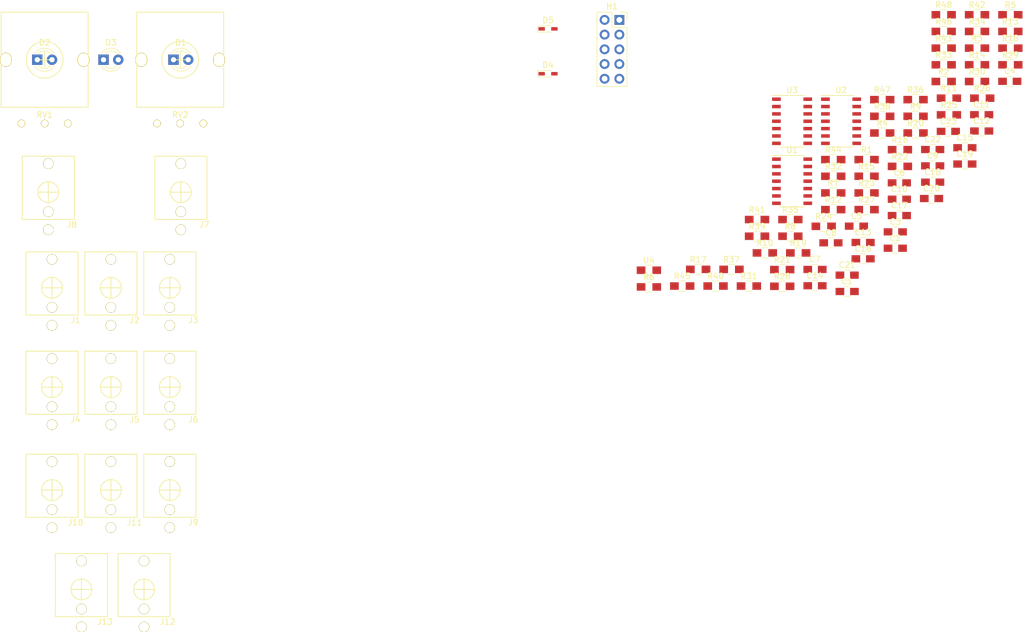
<source format=kicad_pcb>
(kicad_pcb (version 20171130) (host pcbnew "(5.1.6-0)")

  (general
    (thickness 1.6)
    (drawings 0)
    (tracks 0)
    (zones 0)
    (modules 96)
    (nets 72)
  )

  (page A4)
  (layers
    (0 F.Cu signal)
    (31 B.Cu signal)
    (32 B.Adhes user)
    (33 F.Adhes user)
    (34 B.Paste user)
    (35 F.Paste user)
    (36 B.SilkS user)
    (37 F.SilkS user)
    (38 B.Mask user)
    (39 F.Mask user)
    (40 Dwgs.User user)
    (41 Cmts.User user)
    (42 Eco1.User user)
    (43 Eco2.User user)
    (44 Edge.Cuts user)
    (45 Margin user)
    (46 B.CrtYd user)
    (47 F.CrtYd user)
    (48 B.Fab user)
    (49 F.Fab user)
  )

  (setup
    (last_trace_width 0.25)
    (trace_clearance 0.2)
    (zone_clearance 0.508)
    (zone_45_only no)
    (trace_min 0.2)
    (via_size 0.8)
    (via_drill 0.4)
    (via_min_size 0.4)
    (via_min_drill 0.3)
    (uvia_size 0.3)
    (uvia_drill 0.1)
    (uvias_allowed no)
    (uvia_min_size 0.2)
    (uvia_min_drill 0.1)
    (edge_width 0.1)
    (segment_width 0.2)
    (pcb_text_width 0.3)
    (pcb_text_size 1.5 1.5)
    (mod_edge_width 0.15)
    (mod_text_size 1 1)
    (mod_text_width 0.15)
    (pad_size 1.524 1.524)
    (pad_drill 0.762)
    (pad_to_mask_clearance 0)
    (aux_axis_origin 0 0)
    (visible_elements FFFFFF7F)
    (pcbplotparams
      (layerselection 0x010fc_ffffffff)
      (usegerberextensions false)
      (usegerberattributes true)
      (usegerberadvancedattributes true)
      (creategerberjobfile true)
      (excludeedgelayer true)
      (linewidth 0.100000)
      (plotframeref false)
      (viasonmask false)
      (mode 1)
      (useauxorigin false)
      (hpglpennumber 1)
      (hpglpenspeed 20)
      (hpglpendiameter 15.000000)
      (psnegative false)
      (psa4output false)
      (plotreference true)
      (plotvalue true)
      (plotinvisibletext false)
      (padsonsilk false)
      (subtractmaskfromsilk false)
      (outputformat 1)
      (mirror false)
      (drillshape 1)
      (scaleselection 1)
      (outputdirectory ""))
  )

  (net 0 "")
  (net 1 "Net-(C1-Pad1)")
  (net 2 "Net-(C1-Pad2)")
  (net 3 "Net-(C11-Pad1)")
  (net 4 "Net-(C2-Pad2)")
  (net 5 "Net-(C12-Pad1)")
  (net 6 "Net-(C3-Pad2)")
  (net 7 GND)
  (net 8 "Net-(C10-Pad1)")
  (net 9 "Net-(C21-Pad1)")
  (net 10 "Net-(C21-Pad2)")
  (net 11 "Net-(C22-Pad1)")
  (net 12 "Net-(C22-Pad2)")
  (net 13 "Net-(C23-Pad1)")
  (net 14 "Net-(C23-Pad2)")
  (net 15 "Net-(D1-Pad2)")
  (net 16 "Net-(D2-Pad2)")
  (net 17 "Net-(D3-Pad2)")
  (net 18 "Net-(D4-Pad1)")
  (net 19 "Net-(D4-Pad2)")
  (net 20 "Net-(D5-Pad2)")
  (net 21 +12V)
  (net 22 -12V)
  (net 23 "Net-(J1-Pad3)")
  (net 24 "Net-(J1-Pad2)")
  (net 25 "Net-(J2-Pad3)")
  (net 26 "Net-(J2-Pad2)")
  (net 27 "Net-(J3-Pad3)")
  (net 28 "Net-(J3-Pad2)")
  (net 29 "Net-(J4-Pad3)")
  (net 30 "Net-(J4-Pad2)")
  (net 31 "Net-(J5-Pad3)")
  (net 32 "Net-(J5-Pad2)")
  (net 33 "Net-(J6-Pad3)")
  (net 34 "Net-(J6-Pad2)")
  (net 35 "Net-(J7-Pad3)")
  (net 36 "Net-(J7-Pad2)")
  (net 37 "Net-(J8-Pad3)")
  (net 38 "Net-(J8-Pad2)")
  (net 39 "Net-(J9-Pad3)")
  (net 40 "Net-(J9-Pad2)")
  (net 41 "Net-(J10-Pad3)")
  (net 42 "Net-(J10-Pad2)")
  (net 43 "Net-(J11-Pad3)")
  (net 44 "Net-(J11-Pad2)")
  (net 45 "Net-(J12-Pad3)")
  (net 46 "Net-(J12-Pad2)")
  (net 47 "Net-(J13-Pad3)")
  (net 48 "Net-(J13-Pad2)")
  (net 49 "Net-(R2-Pad1)")
  (net 50 "Net-(R3-Pad1)")
  (net 51 "Net-(R4-Pad1)")
  (net 52 "Net-(R5-Pad1)")
  (net 53 "Net-(R6-Pad1)")
  (net 54 "Net-(R7-Pad2)")
  (net 55 "Net-(R8-Pad2)")
  (net 56 "Net-(R9-Pad2)")
  (net 57 "Net-(R18-Pad1)")
  (net 58 "Net-(R19-Pad1)")
  (net 59 "Net-(R20-Pad1)")
  (net 60 "Net-(R23-Pad1)")
  (net 61 "Net-(R24-Pad1)")
  (net 62 "Net-(R25-Pad1)")
  (net 63 "Net-(R26-Pad1)")
  (net 64 "Net-(R31-Pad2)")
  (net 65 "Net-(R32-Pad1)")
  (net 66 "Net-(R32-Pad2)")
  (net 67 "Net-(R33-Pad2)")
  (net 68 "Net-(R35-Pad1)")
  (net 69 "Net-(R36-Pad1)")
  (net 70 "Net-(R41-Pad1)")
  (net 71 "Net-(R42-Pad1)")

  (net_class Default "This is the default net class."
    (clearance 0.2)
    (trace_width 0.25)
    (via_dia 0.8)
    (via_drill 0.4)
    (uvia_dia 0.3)
    (uvia_drill 0.1)
    (add_net +12V)
    (add_net -12V)
    (add_net GND)
    (add_net "Net-(C1-Pad1)")
    (add_net "Net-(C1-Pad2)")
    (add_net "Net-(C10-Pad1)")
    (add_net "Net-(C11-Pad1)")
    (add_net "Net-(C12-Pad1)")
    (add_net "Net-(C2-Pad2)")
    (add_net "Net-(C21-Pad1)")
    (add_net "Net-(C21-Pad2)")
    (add_net "Net-(C22-Pad1)")
    (add_net "Net-(C22-Pad2)")
    (add_net "Net-(C23-Pad1)")
    (add_net "Net-(C23-Pad2)")
    (add_net "Net-(C3-Pad2)")
    (add_net "Net-(D1-Pad2)")
    (add_net "Net-(D2-Pad2)")
    (add_net "Net-(D3-Pad2)")
    (add_net "Net-(D4-Pad1)")
    (add_net "Net-(D4-Pad2)")
    (add_net "Net-(D5-Pad2)")
    (add_net "Net-(J1-Pad2)")
    (add_net "Net-(J1-Pad3)")
    (add_net "Net-(J10-Pad2)")
    (add_net "Net-(J10-Pad3)")
    (add_net "Net-(J11-Pad2)")
    (add_net "Net-(J11-Pad3)")
    (add_net "Net-(J12-Pad2)")
    (add_net "Net-(J12-Pad3)")
    (add_net "Net-(J13-Pad2)")
    (add_net "Net-(J13-Pad3)")
    (add_net "Net-(J2-Pad2)")
    (add_net "Net-(J2-Pad3)")
    (add_net "Net-(J3-Pad2)")
    (add_net "Net-(J3-Pad3)")
    (add_net "Net-(J4-Pad2)")
    (add_net "Net-(J4-Pad3)")
    (add_net "Net-(J5-Pad2)")
    (add_net "Net-(J5-Pad3)")
    (add_net "Net-(J6-Pad2)")
    (add_net "Net-(J6-Pad3)")
    (add_net "Net-(J7-Pad2)")
    (add_net "Net-(J7-Pad3)")
    (add_net "Net-(J8-Pad2)")
    (add_net "Net-(J8-Pad3)")
    (add_net "Net-(J9-Pad2)")
    (add_net "Net-(J9-Pad3)")
    (add_net "Net-(R18-Pad1)")
    (add_net "Net-(R19-Pad1)")
    (add_net "Net-(R2-Pad1)")
    (add_net "Net-(R20-Pad1)")
    (add_net "Net-(R23-Pad1)")
    (add_net "Net-(R24-Pad1)")
    (add_net "Net-(R25-Pad1)")
    (add_net "Net-(R26-Pad1)")
    (add_net "Net-(R3-Pad1)")
    (add_net "Net-(R31-Pad2)")
    (add_net "Net-(R32-Pad1)")
    (add_net "Net-(R32-Pad2)")
    (add_net "Net-(R33-Pad2)")
    (add_net "Net-(R35-Pad1)")
    (add_net "Net-(R36-Pad1)")
    (add_net "Net-(R4-Pad1)")
    (add_net "Net-(R41-Pad1)")
    (add_net "Net-(R42-Pad1)")
    (add_net "Net-(R5-Pad1)")
    (add_net "Net-(R6-Pad1)")
    (add_net "Net-(R7-Pad2)")
    (add_net "Net-(R8-Pad2)")
    (add_net "Net-(R9-Pad2)")
  )

  (module Eurocad:Alpha14mmPot (layer F.Cu) (tedit 6383B786) (tstamp 6383EE99)
    (at 53.23 87.63)
    (path /63F7EF09)
    (fp_text reference RV2 (at 0 9.5) (layer F.SilkS)
      (effects (font (size 1 1) (thickness 0.15)))
    )
    (fp_text value 10k (at 0 -6) (layer F.Fab)
      (effects (font (size 1 1) (thickness 0.15)))
    )
    (fp_line (start -7.493 -8.2) (end 7.493 -8.2) (layer F.SilkS) (width 0.15))
    (fp_line (start -7.493 8.2) (end 7.493 8.2) (layer F.SilkS) (width 0.15))
    (fp_line (start 7.5 -8.128) (end 7.5 8.128) (layer F.SilkS) (width 0.15))
    (fp_line (start -7.5 -8.128) (end -7.5 8.128) (layer F.SilkS) (width 0.15))
    (fp_circle (center 0 0) (end 3.175 0) (layer F.SilkS) (width 0.15))
    (fp_line (start 0 -1.27) (end 0 1.27) (layer F.SilkS) (width 0.15))
    (fp_line (start -1.27 0) (end 1.27 0) (layer F.SilkS) (width 0.15))
    (pad "" thru_hole oval (at 6.7 0) (size 2 2.4) (drill oval 1.7 2.1) (layers *.Cu *.Mask F.SilkS))
    (pad "" thru_hole oval (at -6.7 0 180) (size 2 2.4) (drill oval 1.7 2.1) (layers *.Cu *.Mask F.SilkS))
    (pad 3 thru_hole circle (at 4 11) (size 1.3 1.3) (drill 1) (layers *.Cu *.Mask F.SilkS)
      (net 5 "Net-(C12-Pad1)"))
    (pad 2 thru_hole circle (at 0 11) (size 1.3 1.3) (drill 1) (layers *.Cu *.Mask F.SilkS)
      (net 5 "Net-(C12-Pad1)"))
    (pad 1 thru_hole circle (at -4 11) (size 1.3 1.3) (drill 1) (layers *.Cu *.Mask F.SilkS)
      (net 50 "Net-(R3-Pad1)"))
  )

  (module Eurocad:Alpha14mmPot (layer F.Cu) (tedit 6383B786) (tstamp 6383EE89)
    (at 29.845 87.63)
    (path /63FCE8DC)
    (fp_text reference RV1 (at 0 9.5) (layer F.SilkS)
      (effects (font (size 1 1) (thickness 0.15)))
    )
    (fp_text value 100k (at 0 -6) (layer F.Fab)
      (effects (font (size 1 1) (thickness 0.15)))
    )
    (fp_line (start -7.493 -8.2) (end 7.493 -8.2) (layer F.SilkS) (width 0.15))
    (fp_line (start -7.493 8.2) (end 7.493 8.2) (layer F.SilkS) (width 0.15))
    (fp_line (start 7.5 -8.128) (end 7.5 8.128) (layer F.SilkS) (width 0.15))
    (fp_line (start -7.5 -8.128) (end -7.5 8.128) (layer F.SilkS) (width 0.15))
    (fp_circle (center 0 0) (end 3.175 0) (layer F.SilkS) (width 0.15))
    (fp_line (start 0 -1.27) (end 0 1.27) (layer F.SilkS) (width 0.15))
    (fp_line (start -1.27 0) (end 1.27 0) (layer F.SilkS) (width 0.15))
    (pad "" thru_hole oval (at 6.7 0) (size 2 2.4) (drill oval 1.7 2.1) (layers *.Cu *.Mask F.SilkS))
    (pad "" thru_hole oval (at -6.7 0 180) (size 2 2.4) (drill oval 1.7 2.1) (layers *.Cu *.Mask F.SilkS))
    (pad 3 thru_hole circle (at 4 11) (size 1.3 1.3) (drill 1) (layers *.Cu *.Mask F.SilkS)
      (net 3 "Net-(C11-Pad1)"))
    (pad 2 thru_hole circle (at 0 11) (size 1.3 1.3) (drill 1) (layers *.Cu *.Mask F.SilkS)
      (net 3 "Net-(C11-Pad1)"))
    (pad 1 thru_hole circle (at -4 11) (size 1.3 1.3) (drill 1) (layers *.Cu *.Mask F.SilkS)
      (net 49 "Net-(R2-Pad1)"))
  )

  (module Diodes_SMD:D_SC-80_HandSoldering (layer F.Cu) (tedit 58A57D7F) (tstamp 6383B272)
    (at 116.675 82.3)
    (descr "JEITA SC-80")
    (tags SC-80)
    (path /63CC85C7)
    (attr smd)
    (fp_text reference D5 (at 0 -1.5) (layer F.SilkS)
      (effects (font (size 1 1) (thickness 0.15)))
    )
    (fp_text value DIODE (at 0 1.6) (layer F.Fab)
      (effects (font (size 1 1) (thickness 0.15)))
    )
    (fp_line (start -1.8 0.55) (end 0.7 0.55) (layer F.SilkS) (width 0.12))
    (fp_line (start -1.8 -0.55) (end 0.7 -0.55) (layer F.SilkS) (width 0.12))
    (fp_line (start -1.9 0.7) (end 1.9 0.7) (layer F.CrtYd) (width 0.05))
    (fp_line (start 1.9 -0.7) (end -1.9 -0.7) (layer F.CrtYd) (width 0.05))
    (fp_line (start -1.9 0.7) (end -1.9 -0.7) (layer F.CrtYd) (width 0.05))
    (fp_line (start 1.9 -0.7) (end 1.9 0.7) (layer F.CrtYd) (width 0.05))
    (fp_line (start -1.8 -0.55) (end -1.8 0.55) (layer F.SilkS) (width 0.12))
    (fp_line (start 0.2 0) (end 0.45 0) (layer F.Fab) (width 0.1))
    (fp_line (start -0.2 -0.275) (end -0.2 0.275) (layer F.Fab) (width 0.1))
    (fp_line (start 0.2 -0.225) (end 0.2 0.225) (layer F.Fab) (width 0.1))
    (fp_line (start 0.2 0.225) (end -0.2 0) (layer F.Fab) (width 0.1))
    (fp_line (start -0.2 0) (end -0.475 0) (layer F.Fab) (width 0.1))
    (fp_line (start -0.2 0) (end 0.2 -0.225) (layer F.Fab) (width 0.1))
    (fp_line (start -0.65 -0.4) (end 0.65 -0.4) (layer F.Fab) (width 0.1))
    (fp_line (start 0.65 -0.4) (end 0.65 0.4) (layer F.Fab) (width 0.1))
    (fp_line (start 0.65 0.4) (end -0.65 0.4) (layer F.Fab) (width 0.1))
    (fp_line (start -0.65 0.4) (end -0.65 -0.4) (layer F.Fab) (width 0.1))
    (fp_text user %R (at 0 -1.5) (layer F.Fab)
      (effects (font (size 1 1) (thickness 0.15)))
    )
    (pad 2 smd rect (at 1.1 0) (size 1.1 0.6) (layers F.Cu F.Paste F.Mask)
      (net 20 "Net-(D5-Pad2)"))
    (pad 1 smd rect (at -1.1 0) (size 1.1 0.6) (layers F.Cu F.Paste F.Mask)
      (net 19 "Net-(D4-Pad2)"))
    (model ${KISYS3DMOD}/Diodes_SMD.3dshapes/D_SC-80.wrl
      (at (xyz 0 0 0))
      (scale (xyz 1 1 1))
      (rotate (xyz 0 0 0))
    )
  )

  (module Diodes_SMD:D_SC-80_HandSoldering (layer F.Cu) (tedit 58A57D7F) (tstamp 6383B26F)
    (at 116.675 90.05)
    (descr "JEITA SC-80")
    (tags SC-80)
    (path /63CC6D89)
    (attr smd)
    (fp_text reference D4 (at 0 -1.5) (layer F.SilkS)
      (effects (font (size 1 1) (thickness 0.15)))
    )
    (fp_text value DIODE (at 0 1.6) (layer F.Fab)
      (effects (font (size 1 1) (thickness 0.15)))
    )
    (fp_line (start -1.8 0.55) (end 0.7 0.55) (layer F.SilkS) (width 0.12))
    (fp_line (start -1.8 -0.55) (end 0.7 -0.55) (layer F.SilkS) (width 0.12))
    (fp_line (start -1.9 0.7) (end 1.9 0.7) (layer F.CrtYd) (width 0.05))
    (fp_line (start 1.9 -0.7) (end -1.9 -0.7) (layer F.CrtYd) (width 0.05))
    (fp_line (start -1.9 0.7) (end -1.9 -0.7) (layer F.CrtYd) (width 0.05))
    (fp_line (start 1.9 -0.7) (end 1.9 0.7) (layer F.CrtYd) (width 0.05))
    (fp_line (start -1.8 -0.55) (end -1.8 0.55) (layer F.SilkS) (width 0.12))
    (fp_line (start 0.2 0) (end 0.45 0) (layer F.Fab) (width 0.1))
    (fp_line (start -0.2 -0.275) (end -0.2 0.275) (layer F.Fab) (width 0.1))
    (fp_line (start 0.2 -0.225) (end 0.2 0.225) (layer F.Fab) (width 0.1))
    (fp_line (start 0.2 0.225) (end -0.2 0) (layer F.Fab) (width 0.1))
    (fp_line (start -0.2 0) (end -0.475 0) (layer F.Fab) (width 0.1))
    (fp_line (start -0.2 0) (end 0.2 -0.225) (layer F.Fab) (width 0.1))
    (fp_line (start -0.65 -0.4) (end 0.65 -0.4) (layer F.Fab) (width 0.1))
    (fp_line (start 0.65 -0.4) (end 0.65 0.4) (layer F.Fab) (width 0.1))
    (fp_line (start 0.65 0.4) (end -0.65 0.4) (layer F.Fab) (width 0.1))
    (fp_line (start -0.65 0.4) (end -0.65 -0.4) (layer F.Fab) (width 0.1))
    (fp_text user %R (at 0 -1.5) (layer F.Fab)
      (effects (font (size 1 1) (thickness 0.15)))
    )
    (pad 2 smd rect (at 1.1 0) (size 1.1 0.6) (layers F.Cu F.Paste F.Mask)
      (net 19 "Net-(D4-Pad2)"))
    (pad 1 smd rect (at -1.1 0) (size 1.1 0.6) (layers F.Cu F.Paste F.Mask)
      (net 18 "Net-(D4-Pad1)"))
    (model ${KISYS3DMOD}/Diodes_SMD.3dshapes/D_SC-80.wrl
      (at (xyz 0 0 0))
      (scale (xyz 1 1 1))
      (rotate (xyz 0 0 0))
    )
  )

  (module Resistors_SMD:R_0805_HandSoldering (layer F.Cu) (tedit 58E0A804) (tstamp 6383B3C7)
    (at 134.075 123.965)
    (descr "Resistor SMD 0805, hand soldering")
    (tags "resistor 0805")
    (path /638193DC)
    (attr smd)
    (fp_text reference U4 (at 0 -1.7) (layer F.SilkS)
      (effects (font (size 1 1) (thickness 0.15)))
    )
    (fp_text value TL074 (at 0 1.75) (layer F.Fab)
      (effects (font (size 1 1) (thickness 0.15)))
    )
    (fp_line (start 2.35 0.9) (end -2.35 0.9) (layer F.CrtYd) (width 0.05))
    (fp_line (start 2.35 0.9) (end 2.35 -0.9) (layer F.CrtYd) (width 0.05))
    (fp_line (start -2.35 -0.9) (end -2.35 0.9) (layer F.CrtYd) (width 0.05))
    (fp_line (start -2.35 -0.9) (end 2.35 -0.9) (layer F.CrtYd) (width 0.05))
    (fp_line (start -0.6 -0.88) (end 0.6 -0.88) (layer F.SilkS) (width 0.12))
    (fp_line (start 0.6 0.88) (end -0.6 0.88) (layer F.SilkS) (width 0.12))
    (fp_line (start -1 -0.62) (end 1 -0.62) (layer F.Fab) (width 0.1))
    (fp_line (start 1 -0.62) (end 1 0.62) (layer F.Fab) (width 0.1))
    (fp_line (start 1 0.62) (end -1 0.62) (layer F.Fab) (width 0.1))
    (fp_line (start -1 0.62) (end -1 -0.62) (layer F.Fab) (width 0.1))
    (fp_text user %R (at 0 0) (layer F.Fab)
      (effects (font (size 0.5 0.5) (thickness 0.075)))
    )
    (pad 1 smd rect (at -1.35 0) (size 1.5 1.3) (layers F.Cu F.Paste F.Mask)
      (net 68 "Net-(R35-Pad1)"))
    (pad 2 smd rect (at 1.35 0) (size 1.5 1.3) (layers F.Cu F.Paste F.Mask)
      (net 68 "Net-(R35-Pad1)"))
    (model ${KISYS3DMOD}/Resistors_SMD.3dshapes/R_0805.wrl
      (at (xyz 0 0 0))
      (scale (xyz 1 1 1))
      (rotate (xyz 0 0 0))
    )
  )

  (module Housings_SOIC:SOIC-14_3.9x8.7mm_Pitch1.27mm (layer F.Cu) (tedit 58CC8F64) (tstamp 6383B3C4)
    (at 158.775 98.25)
    (descr "14-Lead Plastic Small Outline (SL) - Narrow, 3.90 mm Body [SOIC] (see Microchip Packaging Specification 00000049BS.pdf)")
    (tags "SOIC 1.27")
    (path /6396FB57)
    (attr smd)
    (fp_text reference U3 (at 0 -5.375) (layer F.SilkS)
      (effects (font (size 1 1) (thickness 0.15)))
    )
    (fp_text value TL074 (at 0 5.375) (layer F.Fab)
      (effects (font (size 1 1) (thickness 0.15)))
    )
    (fp_line (start -2.075 -4.425) (end -3.45 -4.425) (layer F.SilkS) (width 0.15))
    (fp_line (start -2.075 4.45) (end 2.075 4.45) (layer F.SilkS) (width 0.15))
    (fp_line (start -2.075 -4.45) (end 2.075 -4.45) (layer F.SilkS) (width 0.15))
    (fp_line (start -2.075 4.45) (end -2.075 4.335) (layer F.SilkS) (width 0.15))
    (fp_line (start 2.075 4.45) (end 2.075 4.335) (layer F.SilkS) (width 0.15))
    (fp_line (start 2.075 -4.45) (end 2.075 -4.335) (layer F.SilkS) (width 0.15))
    (fp_line (start -2.075 -4.45) (end -2.075 -4.425) (layer F.SilkS) (width 0.15))
    (fp_line (start -3.7 4.65) (end 3.7 4.65) (layer F.CrtYd) (width 0.05))
    (fp_line (start -3.7 -4.65) (end 3.7 -4.65) (layer F.CrtYd) (width 0.05))
    (fp_line (start 3.7 -4.65) (end 3.7 4.65) (layer F.CrtYd) (width 0.05))
    (fp_line (start -3.7 -4.65) (end -3.7 4.65) (layer F.CrtYd) (width 0.05))
    (fp_line (start -1.95 -3.35) (end -0.95 -4.35) (layer F.Fab) (width 0.15))
    (fp_line (start -1.95 4.35) (end -1.95 -3.35) (layer F.Fab) (width 0.15))
    (fp_line (start 1.95 4.35) (end -1.95 4.35) (layer F.Fab) (width 0.15))
    (fp_line (start 1.95 -4.35) (end 1.95 4.35) (layer F.Fab) (width 0.15))
    (fp_line (start -0.95 -4.35) (end 1.95 -4.35) (layer F.Fab) (width 0.15))
    (fp_text user %R (at 0 0) (layer F.Fab)
      (effects (font (size 0.9 0.9) (thickness 0.135)))
    )
    (pad 1 smd rect (at -2.7 -3.81) (size 1.5 0.6) (layers F.Cu F.Paste F.Mask)
      (net 56 "Net-(R9-Pad2)"))
    (pad 2 smd rect (at -2.7 -2.54) (size 1.5 0.6) (layers F.Cu F.Paste F.Mask)
      (net 6 "Net-(C3-Pad2)"))
    (pad 3 smd rect (at -2.7 -1.27) (size 1.5 0.6) (layers F.Cu F.Paste F.Mask)
      (net 7 GND))
    (pad 4 smd rect (at -2.7 0) (size 1.5 0.6) (layers F.Cu F.Paste F.Mask)
      (net 21 +12V))
    (pad 5 smd rect (at -2.7 1.27) (size 1.5 0.6) (layers F.Cu F.Paste F.Mask)
      (net 7 GND))
    (pad 6 smd rect (at -2.7 2.54) (size 1.5 0.6) (layers F.Cu F.Paste F.Mask)
      (net 14 "Net-(C23-Pad2)"))
    (pad 7 smd rect (at -2.7 3.81) (size 1.5 0.6) (layers F.Cu F.Paste F.Mask)
      (net 13 "Net-(C23-Pad1)"))
    (pad 8 smd rect (at 2.7 3.81) (size 1.5 0.6) (layers F.Cu F.Paste F.Mask)
      (net 62 "Net-(R25-Pad1)"))
    (pad 9 smd rect (at 2.7 2.54) (size 1.5 0.6) (layers F.Cu F.Paste F.Mask)
      (net 59 "Net-(R20-Pad1)"))
    (pad 10 smd rect (at 2.7 1.27) (size 1.5 0.6) (layers F.Cu F.Paste F.Mask)
      (net 7 GND))
    (pad 11 smd rect (at 2.7 0) (size 1.5 0.6) (layers F.Cu F.Paste F.Mask)
      (net 22 -12V))
    (pad 12 smd rect (at 2.7 -1.27) (size 1.5 0.6) (layers F.Cu F.Paste F.Mask)
      (net 7 GND))
    (pad 13 smd rect (at 2.7 -2.54) (size 1.5 0.6) (layers F.Cu F.Paste F.Mask)
      (net 62 "Net-(R25-Pad1)"))
    (pad 14 smd rect (at 2.7 -3.81) (size 1.5 0.6) (layers F.Cu F.Paste F.Mask)
      (net 67 "Net-(R33-Pad2)"))
    (model ${KISYS3DMOD}/Housings_SOIC.3dshapes/SOIC-14_3.9x8.7mm_Pitch1.27mm.wrl
      (at (xyz 0 0 0))
      (scale (xyz 1 1 1))
      (rotate (xyz 0 0 0))
    )
  )

  (module Housings_SOIC:SOIC-14_3.9x8.7mm_Pitch1.27mm (layer F.Cu) (tedit 58CC8F64) (tstamp 6383B3C1)
    (at 167.225 98.25)
    (descr "14-Lead Plastic Small Outline (SL) - Narrow, 3.90 mm Body [SOIC] (see Microchip Packaging Specification 00000049BS.pdf)")
    (tags "SOIC 1.27")
    (path /63947869)
    (attr smd)
    (fp_text reference U2 (at 0 -5.375) (layer F.SilkS)
      (effects (font (size 1 1) (thickness 0.15)))
    )
    (fp_text value TL074 (at 0 5.375) (layer F.Fab)
      (effects (font (size 1 1) (thickness 0.15)))
    )
    (fp_line (start -2.075 -4.425) (end -3.45 -4.425) (layer F.SilkS) (width 0.15))
    (fp_line (start -2.075 4.45) (end 2.075 4.45) (layer F.SilkS) (width 0.15))
    (fp_line (start -2.075 -4.45) (end 2.075 -4.45) (layer F.SilkS) (width 0.15))
    (fp_line (start -2.075 4.45) (end -2.075 4.335) (layer F.SilkS) (width 0.15))
    (fp_line (start 2.075 4.45) (end 2.075 4.335) (layer F.SilkS) (width 0.15))
    (fp_line (start 2.075 -4.45) (end 2.075 -4.335) (layer F.SilkS) (width 0.15))
    (fp_line (start -2.075 -4.45) (end -2.075 -4.425) (layer F.SilkS) (width 0.15))
    (fp_line (start -3.7 4.65) (end 3.7 4.65) (layer F.CrtYd) (width 0.05))
    (fp_line (start -3.7 -4.65) (end 3.7 -4.65) (layer F.CrtYd) (width 0.05))
    (fp_line (start 3.7 -4.65) (end 3.7 4.65) (layer F.CrtYd) (width 0.05))
    (fp_line (start -3.7 -4.65) (end -3.7 4.65) (layer F.CrtYd) (width 0.05))
    (fp_line (start -1.95 -3.35) (end -0.95 -4.35) (layer F.Fab) (width 0.15))
    (fp_line (start -1.95 4.35) (end -1.95 -3.35) (layer F.Fab) (width 0.15))
    (fp_line (start 1.95 4.35) (end -1.95 4.35) (layer F.Fab) (width 0.15))
    (fp_line (start 1.95 -4.35) (end 1.95 4.35) (layer F.Fab) (width 0.15))
    (fp_line (start -0.95 -4.35) (end 1.95 -4.35) (layer F.Fab) (width 0.15))
    (fp_text user %R (at 0 0) (layer F.Fab)
      (effects (font (size 0.9 0.9) (thickness 0.135)))
    )
    (pad 1 smd rect (at -2.7 -3.81) (size 1.5 0.6) (layers F.Cu F.Paste F.Mask)
      (net 55 "Net-(R8-Pad2)"))
    (pad 2 smd rect (at -2.7 -2.54) (size 1.5 0.6) (layers F.Cu F.Paste F.Mask)
      (net 4 "Net-(C2-Pad2)"))
    (pad 3 smd rect (at -2.7 -1.27) (size 1.5 0.6) (layers F.Cu F.Paste F.Mask)
      (net 7 GND))
    (pad 4 smd rect (at -2.7 0) (size 1.5 0.6) (layers F.Cu F.Paste F.Mask)
      (net 21 +12V))
    (pad 5 smd rect (at -2.7 1.27) (size 1.5 0.6) (layers F.Cu F.Paste F.Mask)
      (net 7 GND))
    (pad 6 smd rect (at -2.7 2.54) (size 1.5 0.6) (layers F.Cu F.Paste F.Mask)
      (net 12 "Net-(C22-Pad2)"))
    (pad 7 smd rect (at -2.7 3.81) (size 1.5 0.6) (layers F.Cu F.Paste F.Mask)
      (net 11 "Net-(C22-Pad1)"))
    (pad 8 smd rect (at 2.7 3.81) (size 1.5 0.6) (layers F.Cu F.Paste F.Mask)
      (net 61 "Net-(R24-Pad1)"))
    (pad 9 smd rect (at 2.7 2.54) (size 1.5 0.6) (layers F.Cu F.Paste F.Mask)
      (net 58 "Net-(R19-Pad1)"))
    (pad 10 smd rect (at 2.7 1.27) (size 1.5 0.6) (layers F.Cu F.Paste F.Mask)
      (net 7 GND))
    (pad 11 smd rect (at 2.7 0) (size 1.5 0.6) (layers F.Cu F.Paste F.Mask)
      (net 22 -12V))
    (pad 12 smd rect (at 2.7 -1.27) (size 1.5 0.6) (layers F.Cu F.Paste F.Mask)
      (net 7 GND))
    (pad 13 smd rect (at 2.7 -2.54) (size 1.5 0.6) (layers F.Cu F.Paste F.Mask)
      (net 61 "Net-(R24-Pad1)"))
    (pad 14 smd rect (at 2.7 -3.81) (size 1.5 0.6) (layers F.Cu F.Paste F.Mask)
      (net 66 "Net-(R32-Pad2)"))
    (model ${KISYS3DMOD}/Housings_SOIC.3dshapes/SOIC-14_3.9x8.7mm_Pitch1.27mm.wrl
      (at (xyz 0 0 0))
      (scale (xyz 1 1 1))
      (rotate (xyz 0 0 0))
    )
  )

  (module Housings_SOIC:SOIC-14_3.9x8.7mm_Pitch1.27mm (layer F.Cu) (tedit 58CC8F64) (tstamp 6383B3BE)
    (at 158.775 108.6)
    (descr "14-Lead Plastic Small Outline (SL) - Narrow, 3.90 mm Body [SOIC] (see Microchip Packaging Specification 00000049BS.pdf)")
    (tags "SOIC 1.27")
    (path /63810344)
    (attr smd)
    (fp_text reference U1 (at 0 -5.375) (layer F.SilkS)
      (effects (font (size 1 1) (thickness 0.15)))
    )
    (fp_text value TL074 (at 0 5.375) (layer F.Fab)
      (effects (font (size 1 1) (thickness 0.15)))
    )
    (fp_line (start -2.075 -4.425) (end -3.45 -4.425) (layer F.SilkS) (width 0.15))
    (fp_line (start -2.075 4.45) (end 2.075 4.45) (layer F.SilkS) (width 0.15))
    (fp_line (start -2.075 -4.45) (end 2.075 -4.45) (layer F.SilkS) (width 0.15))
    (fp_line (start -2.075 4.45) (end -2.075 4.335) (layer F.SilkS) (width 0.15))
    (fp_line (start 2.075 4.45) (end 2.075 4.335) (layer F.SilkS) (width 0.15))
    (fp_line (start 2.075 -4.45) (end 2.075 -4.335) (layer F.SilkS) (width 0.15))
    (fp_line (start -2.075 -4.45) (end -2.075 -4.425) (layer F.SilkS) (width 0.15))
    (fp_line (start -3.7 4.65) (end 3.7 4.65) (layer F.CrtYd) (width 0.05))
    (fp_line (start -3.7 -4.65) (end 3.7 -4.65) (layer F.CrtYd) (width 0.05))
    (fp_line (start 3.7 -4.65) (end 3.7 4.65) (layer F.CrtYd) (width 0.05))
    (fp_line (start -3.7 -4.65) (end -3.7 4.65) (layer F.CrtYd) (width 0.05))
    (fp_line (start -1.95 -3.35) (end -0.95 -4.35) (layer F.Fab) (width 0.15))
    (fp_line (start -1.95 4.35) (end -1.95 -3.35) (layer F.Fab) (width 0.15))
    (fp_line (start 1.95 4.35) (end -1.95 4.35) (layer F.Fab) (width 0.15))
    (fp_line (start 1.95 -4.35) (end 1.95 4.35) (layer F.Fab) (width 0.15))
    (fp_line (start -0.95 -4.35) (end 1.95 -4.35) (layer F.Fab) (width 0.15))
    (fp_text user %R (at 0 0) (layer F.Fab)
      (effects (font (size 0.9 0.9) (thickness 0.135)))
    )
    (pad 1 smd rect (at -2.7 -3.81) (size 1.5 0.6) (layers F.Cu F.Paste F.Mask)
      (net 54 "Net-(R7-Pad2)"))
    (pad 2 smd rect (at -2.7 -2.54) (size 1.5 0.6) (layers F.Cu F.Paste F.Mask)
      (net 2 "Net-(C1-Pad2)"))
    (pad 3 smd rect (at -2.7 -1.27) (size 1.5 0.6) (layers F.Cu F.Paste F.Mask)
      (net 7 GND))
    (pad 4 smd rect (at -2.7 0) (size 1.5 0.6) (layers F.Cu F.Paste F.Mask)
      (net 21 +12V))
    (pad 5 smd rect (at -2.7 1.27) (size 1.5 0.6) (layers F.Cu F.Paste F.Mask)
      (net 7 GND))
    (pad 6 smd rect (at -2.7 2.54) (size 1.5 0.6) (layers F.Cu F.Paste F.Mask)
      (net 10 "Net-(C21-Pad2)"))
    (pad 7 smd rect (at -2.7 3.81) (size 1.5 0.6) (layers F.Cu F.Paste F.Mask)
      (net 9 "Net-(C21-Pad1)"))
    (pad 8 smd rect (at 2.7 3.81) (size 1.5 0.6) (layers F.Cu F.Paste F.Mask)
      (net 60 "Net-(R23-Pad1)"))
    (pad 9 smd rect (at 2.7 2.54) (size 1.5 0.6) (layers F.Cu F.Paste F.Mask)
      (net 57 "Net-(R18-Pad1)"))
    (pad 10 smd rect (at 2.7 1.27) (size 1.5 0.6) (layers F.Cu F.Paste F.Mask)
      (net 7 GND))
    (pad 11 smd rect (at 2.7 0) (size 1.5 0.6) (layers F.Cu F.Paste F.Mask)
      (net 22 -12V))
    (pad 12 smd rect (at 2.7 -1.27) (size 1.5 0.6) (layers F.Cu F.Paste F.Mask)
      (net 7 GND))
    (pad 13 smd rect (at 2.7 -2.54) (size 1.5 0.6) (layers F.Cu F.Paste F.Mask)
      (net 60 "Net-(R23-Pad1)"))
    (pad 14 smd rect (at 2.7 -3.81) (size 1.5 0.6) (layers F.Cu F.Paste F.Mask)
      (net 64 "Net-(R31-Pad2)"))
    (model ${KISYS3DMOD}/Housings_SOIC.3dshapes/SOIC-14_3.9x8.7mm_Pitch1.27mm.wrl
      (at (xyz 0 0 0))
      (scale (xyz 1 1 1))
      (rotate (xyz 0 0 0))
    )
  )

  (module Resistors_SMD:R_0805_HandSoldering (layer F.Cu) (tedit 58E0A804) (tstamp 6383B3BB)
    (at 184.925 79.865)
    (descr "Resistor SMD 0805, hand soldering")
    (tags "resistor 0805")
    (path /63D066B2)
    (attr smd)
    (fp_text reference R48 (at 0 -1.7) (layer F.SilkS)
      (effects (font (size 1 1) (thickness 0.15)))
    )
    (fp_text value 1k (at 0 1.75) (layer F.Fab)
      (effects (font (size 1 1) (thickness 0.15)))
    )
    (fp_line (start 2.35 0.9) (end -2.35 0.9) (layer F.CrtYd) (width 0.05))
    (fp_line (start 2.35 0.9) (end 2.35 -0.9) (layer F.CrtYd) (width 0.05))
    (fp_line (start -2.35 -0.9) (end -2.35 0.9) (layer F.CrtYd) (width 0.05))
    (fp_line (start -2.35 -0.9) (end 2.35 -0.9) (layer F.CrtYd) (width 0.05))
    (fp_line (start -0.6 -0.88) (end 0.6 -0.88) (layer F.SilkS) (width 0.12))
    (fp_line (start 0.6 0.88) (end -0.6 0.88) (layer F.SilkS) (width 0.12))
    (fp_line (start -1 -0.62) (end 1 -0.62) (layer F.Fab) (width 0.1))
    (fp_line (start 1 -0.62) (end 1 0.62) (layer F.Fab) (width 0.1))
    (fp_line (start 1 0.62) (end -1 0.62) (layer F.Fab) (width 0.1))
    (fp_line (start -1 0.62) (end -1 -0.62) (layer F.Fab) (width 0.1))
    (fp_text user %R (at 0 0) (layer F.Fab)
      (effects (font (size 0.5 0.5) (thickness 0.075)))
    )
    (pad 1 smd rect (at -1.35 0) (size 1.5 1.3) (layers F.Cu F.Paste F.Mask)
      (net 45 "Net-(J12-Pad3)"))
    (pad 2 smd rect (at 1.35 0) (size 1.5 1.3) (layers F.Cu F.Paste F.Mask)
      (net 20 "Net-(D5-Pad2)"))
    (model ${KISYS3DMOD}/Resistors_SMD.3dshapes/R_0805.wrl
      (at (xyz 0 0 0))
      (scale (xyz 1 1 1))
      (rotate (xyz 0 0 0))
    )
  )

  (module Resistors_SMD:R_0805_HandSoldering (layer F.Cu) (tedit 58E0A804) (tstamp 6383B3B8)
    (at 174.325 94.515)
    (descr "Resistor SMD 0805, hand soldering")
    (tags "resistor 0805")
    (path /63D0E033)
    (attr smd)
    (fp_text reference R47 (at 0 -1.7) (layer F.SilkS)
      (effects (font (size 1 1) (thickness 0.15)))
    )
    (fp_text value 1k (at 0 1.75) (layer F.Fab)
      (effects (font (size 1 1) (thickness 0.15)))
    )
    (fp_line (start 2.35 0.9) (end -2.35 0.9) (layer F.CrtYd) (width 0.05))
    (fp_line (start 2.35 0.9) (end 2.35 -0.9) (layer F.CrtYd) (width 0.05))
    (fp_line (start -2.35 -0.9) (end -2.35 0.9) (layer F.CrtYd) (width 0.05))
    (fp_line (start -2.35 -0.9) (end 2.35 -0.9) (layer F.CrtYd) (width 0.05))
    (fp_line (start -0.6 -0.88) (end 0.6 -0.88) (layer F.SilkS) (width 0.12))
    (fp_line (start 0.6 0.88) (end -0.6 0.88) (layer F.SilkS) (width 0.12))
    (fp_line (start -1 -0.62) (end 1 -0.62) (layer F.Fab) (width 0.1))
    (fp_line (start 1 -0.62) (end 1 0.62) (layer F.Fab) (width 0.1))
    (fp_line (start 1 0.62) (end -1 0.62) (layer F.Fab) (width 0.1))
    (fp_line (start -1 0.62) (end -1 -0.62) (layer F.Fab) (width 0.1))
    (fp_text user %R (at 0 0) (layer F.Fab)
      (effects (font (size 0.5 0.5) (thickness 0.075)))
    )
    (pad 1 smd rect (at -1.35 0) (size 1.5 1.3) (layers F.Cu F.Paste F.Mask)
      (net 47 "Net-(J13-Pad3)"))
    (pad 2 smd rect (at 1.35 0) (size 1.5 1.3) (layers F.Cu F.Paste F.Mask)
      (net 18 "Net-(D4-Pad1)"))
    (model ${KISYS3DMOD}/Resistors_SMD.3dshapes/R_0805.wrl
      (at (xyz 0 0 0))
      (scale (xyz 1 1 1))
      (rotate (xyz 0 0 0))
    )
  )

  (module Resistors_SMD:R_0805_HandSoldering (layer F.Cu) (tedit 58E0A804) (tstamp 6383B3B5)
    (at 184.925 82.745)
    (descr "Resistor SMD 0805, hand soldering")
    (tags "resistor 0805")
    (path /63C3EF94)
    (attr smd)
    (fp_text reference R46 (at 0 -1.7) (layer F.SilkS)
      (effects (font (size 1 1) (thickness 0.15)))
    )
    (fp_text value 100k (at 0 1.75) (layer F.Fab)
      (effects (font (size 1 1) (thickness 0.15)))
    )
    (fp_line (start 2.35 0.9) (end -2.35 0.9) (layer F.CrtYd) (width 0.05))
    (fp_line (start 2.35 0.9) (end 2.35 -0.9) (layer F.CrtYd) (width 0.05))
    (fp_line (start -2.35 -0.9) (end -2.35 0.9) (layer F.CrtYd) (width 0.05))
    (fp_line (start -2.35 -0.9) (end 2.35 -0.9) (layer F.CrtYd) (width 0.05))
    (fp_line (start -0.6 -0.88) (end 0.6 -0.88) (layer F.SilkS) (width 0.12))
    (fp_line (start 0.6 0.88) (end -0.6 0.88) (layer F.SilkS) (width 0.12))
    (fp_line (start -1 -0.62) (end 1 -0.62) (layer F.Fab) (width 0.1))
    (fp_line (start 1 -0.62) (end 1 0.62) (layer F.Fab) (width 0.1))
    (fp_line (start 1 0.62) (end -1 0.62) (layer F.Fab) (width 0.1))
    (fp_line (start -1 0.62) (end -1 -0.62) (layer F.Fab) (width 0.1))
    (fp_text user %R (at 0 0) (layer F.Fab)
      (effects (font (size 0.5 0.5) (thickness 0.075)))
    )
    (pad 1 smd rect (at -1.35 0) (size 1.5 1.3) (layers F.Cu F.Paste F.Mask)
      (net 20 "Net-(D5-Pad2)"))
    (pad 2 smd rect (at 1.35 0) (size 1.5 1.3) (layers F.Cu F.Paste F.Mask)
      (net 70 "Net-(R41-Pad1)"))
    (model ${KISYS3DMOD}/Resistors_SMD.3dshapes/R_0805.wrl
      (at (xyz 0 0 0))
      (scale (xyz 1 1 1))
      (rotate (xyz 0 0 0))
    )
  )

  (module Resistors_SMD:R_0805_HandSoldering (layer F.Cu) (tedit 58E0A804) (tstamp 6383B3B2)
    (at 139.825 126.695)
    (descr "Resistor SMD 0805, hand soldering")
    (tags "resistor 0805")
    (path /63CAD169)
    (attr smd)
    (fp_text reference R45 (at 0 -1.7) (layer F.SilkS)
      (effects (font (size 1 1) (thickness 0.15)))
    )
    (fp_text value 100k (at 0 1.75) (layer F.Fab)
      (effects (font (size 1 1) (thickness 0.15)))
    )
    (fp_line (start 2.35 0.9) (end -2.35 0.9) (layer F.CrtYd) (width 0.05))
    (fp_line (start 2.35 0.9) (end 2.35 -0.9) (layer F.CrtYd) (width 0.05))
    (fp_line (start -2.35 -0.9) (end -2.35 0.9) (layer F.CrtYd) (width 0.05))
    (fp_line (start -2.35 -0.9) (end 2.35 -0.9) (layer F.CrtYd) (width 0.05))
    (fp_line (start -0.6 -0.88) (end 0.6 -0.88) (layer F.SilkS) (width 0.12))
    (fp_line (start 0.6 0.88) (end -0.6 0.88) (layer F.SilkS) (width 0.12))
    (fp_line (start -1 -0.62) (end 1 -0.62) (layer F.Fab) (width 0.1))
    (fp_line (start 1 -0.62) (end 1 0.62) (layer F.Fab) (width 0.1))
    (fp_line (start 1 0.62) (end -1 0.62) (layer F.Fab) (width 0.1))
    (fp_line (start -1 0.62) (end -1 -0.62) (layer F.Fab) (width 0.1))
    (fp_text user %R (at 0 0) (layer F.Fab)
      (effects (font (size 0.5 0.5) (thickness 0.075)))
    )
    (pad 1 smd rect (at -1.35 0) (size 1.5 1.3) (layers F.Cu F.Paste F.Mask)
      (net 18 "Net-(D4-Pad1)"))
    (pad 2 smd rect (at 1.35 0) (size 1.5 1.3) (layers F.Cu F.Paste F.Mask)
      (net 70 "Net-(R41-Pad1)"))
    (model ${KISYS3DMOD}/Resistors_SMD.3dshapes/R_0805.wrl
      (at (xyz 0 0 0))
      (scale (xyz 1 1 1))
      (rotate (xyz 0 0 0))
    )
  )

  (module Resistors_SMD:R_0805_HandSoldering (layer F.Cu) (tedit 58E0A804) (tstamp 6383B3AF)
    (at 165.875 104.865)
    (descr "Resistor SMD 0805, hand soldering")
    (tags "resistor 0805")
    (path /63B69984)
    (attr smd)
    (fp_text reference R44 (at 0 -1.7) (layer F.SilkS)
      (effects (font (size 1 1) (thickness 0.15)))
    )
    (fp_text value 100k (at 0 1.75) (layer F.Fab)
      (effects (font (size 1 1) (thickness 0.15)))
    )
    (fp_line (start 2.35 0.9) (end -2.35 0.9) (layer F.CrtYd) (width 0.05))
    (fp_line (start 2.35 0.9) (end 2.35 -0.9) (layer F.CrtYd) (width 0.05))
    (fp_line (start -2.35 -0.9) (end -2.35 0.9) (layer F.CrtYd) (width 0.05))
    (fp_line (start -2.35 -0.9) (end 2.35 -0.9) (layer F.CrtYd) (width 0.05))
    (fp_line (start -0.6 -0.88) (end 0.6 -0.88) (layer F.SilkS) (width 0.12))
    (fp_line (start 0.6 0.88) (end -0.6 0.88) (layer F.SilkS) (width 0.12))
    (fp_line (start -1 -0.62) (end 1 -0.62) (layer F.Fab) (width 0.1))
    (fp_line (start 1 -0.62) (end 1 0.62) (layer F.Fab) (width 0.1))
    (fp_line (start 1 0.62) (end -1 0.62) (layer F.Fab) (width 0.1))
    (fp_line (start -1 0.62) (end -1 -0.62) (layer F.Fab) (width 0.1))
    (fp_text user %R (at 0 0) (layer F.Fab)
      (effects (font (size 0.5 0.5) (thickness 0.075)))
    )
    (pad 1 smd rect (at -1.35 0) (size 1.5 1.3) (layers F.Cu F.Paste F.Mask)
      (net 71 "Net-(R42-Pad1)"))
    (pad 2 smd rect (at 1.35 0) (size 1.5 1.3) (layers F.Cu F.Paste F.Mask)
      (net 7 GND))
    (model ${KISYS3DMOD}/Resistors_SMD.3dshapes/R_0805.wrl
      (at (xyz 0 0 0))
      (scale (xyz 1 1 1))
      (rotate (xyz 0 0 0))
    )
  )

  (module Resistors_SMD:R_0805_HandSoldering (layer F.Cu) (tedit 58E0A804) (tstamp 6383B3AC)
    (at 184.925 85.625)
    (descr "Resistor SMD 0805, hand soldering")
    (tags "resistor 0805")
    (path /63BA214A)
    (attr smd)
    (fp_text reference R43 (at 0 -1.7) (layer F.SilkS)
      (effects (font (size 1 1) (thickness 0.15)))
    )
    (fp_text value 100k (at 0 1.75) (layer F.Fab)
      (effects (font (size 1 1) (thickness 0.15)))
    )
    (fp_line (start 2.35 0.9) (end -2.35 0.9) (layer F.CrtYd) (width 0.05))
    (fp_line (start 2.35 0.9) (end 2.35 -0.9) (layer F.CrtYd) (width 0.05))
    (fp_line (start -2.35 -0.9) (end -2.35 0.9) (layer F.CrtYd) (width 0.05))
    (fp_line (start -2.35 -0.9) (end 2.35 -0.9) (layer F.CrtYd) (width 0.05))
    (fp_line (start -0.6 -0.88) (end 0.6 -0.88) (layer F.SilkS) (width 0.12))
    (fp_line (start 0.6 0.88) (end -0.6 0.88) (layer F.SilkS) (width 0.12))
    (fp_line (start -1 -0.62) (end 1 -0.62) (layer F.Fab) (width 0.1))
    (fp_line (start 1 -0.62) (end 1 0.62) (layer F.Fab) (width 0.1))
    (fp_line (start 1 0.62) (end -1 0.62) (layer F.Fab) (width 0.1))
    (fp_line (start -1 0.62) (end -1 -0.62) (layer F.Fab) (width 0.1))
    (fp_text user %R (at 0 0) (layer F.Fab)
      (effects (font (size 0.5 0.5) (thickness 0.075)))
    )
    (pad 1 smd rect (at -1.35 0) (size 1.5 1.3) (layers F.Cu F.Paste F.Mask)
      (net 41 "Net-(J10-Pad3)"))
    (pad 2 smd rect (at 1.35 0) (size 1.5 1.3) (layers F.Cu F.Paste F.Mask)
      (net 70 "Net-(R41-Pad1)"))
    (model ${KISYS3DMOD}/Resistors_SMD.3dshapes/R_0805.wrl
      (at (xyz 0 0 0))
      (scale (xyz 1 1 1))
      (rotate (xyz 0 0 0))
    )
  )

  (module Resistors_SMD:R_0805_HandSoldering (layer F.Cu) (tedit 58E0A804) (tstamp 6383B3A9)
    (at 190.675 79.865)
    (descr "Resistor SMD 0805, hand soldering")
    (tags "resistor 0805")
    (path /63B3F119)
    (attr smd)
    (fp_text reference R42 (at 0 -1.7) (layer F.SilkS)
      (effects (font (size 1 1) (thickness 0.15)))
    )
    (fp_text value 100k (at 0 1.75) (layer F.Fab)
      (effects (font (size 1 1) (thickness 0.15)))
    )
    (fp_line (start 2.35 0.9) (end -2.35 0.9) (layer F.CrtYd) (width 0.05))
    (fp_line (start 2.35 0.9) (end 2.35 -0.9) (layer F.CrtYd) (width 0.05))
    (fp_line (start -2.35 -0.9) (end -2.35 0.9) (layer F.CrtYd) (width 0.05))
    (fp_line (start -2.35 -0.9) (end 2.35 -0.9) (layer F.CrtYd) (width 0.05))
    (fp_line (start -0.6 -0.88) (end 0.6 -0.88) (layer F.SilkS) (width 0.12))
    (fp_line (start 0.6 0.88) (end -0.6 0.88) (layer F.SilkS) (width 0.12))
    (fp_line (start -1 -0.62) (end 1 -0.62) (layer F.Fab) (width 0.1))
    (fp_line (start 1 -0.62) (end 1 0.62) (layer F.Fab) (width 0.1))
    (fp_line (start 1 0.62) (end -1 0.62) (layer F.Fab) (width 0.1))
    (fp_line (start -1 0.62) (end -1 -0.62) (layer F.Fab) (width 0.1))
    (fp_text user %R (at 0 0) (layer F.Fab)
      (effects (font (size 0.5 0.5) (thickness 0.075)))
    )
    (pad 1 smd rect (at -1.35 0) (size 1.5 1.3) (layers F.Cu F.Paste F.Mask)
      (net 71 "Net-(R42-Pad1)"))
    (pad 2 smd rect (at 1.35 0) (size 1.5 1.3) (layers F.Cu F.Paste F.Mask)
      (net 39 "Net-(J9-Pad3)"))
    (model ${KISYS3DMOD}/Resistors_SMD.3dshapes/R_0805.wrl
      (at (xyz 0 0 0))
      (scale (xyz 1 1 1))
      (rotate (xyz 0 0 0))
    )
  )

  (module Resistors_SMD:R_0805_HandSoldering (layer F.Cu) (tedit 58E0A804) (tstamp 6383B3A6)
    (at 152.725 115.215)
    (descr "Resistor SMD 0805, hand soldering")
    (tags "resistor 0805")
    (path /63B8AF05)
    (attr smd)
    (fp_text reference R41 (at 0 -1.7) (layer F.SilkS)
      (effects (font (size 1 1) (thickness 0.15)))
    )
    (fp_text value 100k (at 0 1.75) (layer F.Fab)
      (effects (font (size 1 1) (thickness 0.15)))
    )
    (fp_line (start 2.35 0.9) (end -2.35 0.9) (layer F.CrtYd) (width 0.05))
    (fp_line (start 2.35 0.9) (end 2.35 -0.9) (layer F.CrtYd) (width 0.05))
    (fp_line (start -2.35 -0.9) (end -2.35 0.9) (layer F.CrtYd) (width 0.05))
    (fp_line (start -2.35 -0.9) (end 2.35 -0.9) (layer F.CrtYd) (width 0.05))
    (fp_line (start -0.6 -0.88) (end 0.6 -0.88) (layer F.SilkS) (width 0.12))
    (fp_line (start 0.6 0.88) (end -0.6 0.88) (layer F.SilkS) (width 0.12))
    (fp_line (start -1 -0.62) (end 1 -0.62) (layer F.Fab) (width 0.1))
    (fp_line (start 1 -0.62) (end 1 0.62) (layer F.Fab) (width 0.1))
    (fp_line (start 1 0.62) (end -1 0.62) (layer F.Fab) (width 0.1))
    (fp_line (start -1 0.62) (end -1 -0.62) (layer F.Fab) (width 0.1))
    (fp_text user %R (at 0 0) (layer F.Fab)
      (effects (font (size 0.5 0.5) (thickness 0.075)))
    )
    (pad 1 smd rect (at -1.35 0) (size 1.5 1.3) (layers F.Cu F.Paste F.Mask)
      (net 70 "Net-(R41-Pad1)"))
    (pad 2 smd rect (at 1.35 0) (size 1.5 1.3) (layers F.Cu F.Paste F.Mask)
      (net 43 "Net-(J11-Pad3)"))
    (model ${KISYS3DMOD}/Resistors_SMD.3dshapes/R_0805.wrl
      (at (xyz 0 0 0))
      (scale (xyz 1 1 1))
      (rotate (xyz 0 0 0))
    )
  )

  (module Resistors_SMD:R_0805_HandSoldering (layer F.Cu) (tedit 58E0A804) (tstamp 6383B3A3)
    (at 145.575 126.695)
    (descr "Resistor SMD 0805, hand soldering")
    (tags "resistor 0805")
    (path /63AF885A)
    (attr smd)
    (fp_text reference R40 (at 0 -1.7) (layer F.SilkS)
      (effects (font (size 1 1) (thickness 0.15)))
    )
    (fp_text value 4k7 (at 0 1.75) (layer F.Fab)
      (effects (font (size 1 1) (thickness 0.15)))
    )
    (fp_line (start 2.35 0.9) (end -2.35 0.9) (layer F.CrtYd) (width 0.05))
    (fp_line (start 2.35 0.9) (end 2.35 -0.9) (layer F.CrtYd) (width 0.05))
    (fp_line (start -2.35 -0.9) (end -2.35 0.9) (layer F.CrtYd) (width 0.05))
    (fp_line (start -2.35 -0.9) (end 2.35 -0.9) (layer F.CrtYd) (width 0.05))
    (fp_line (start -0.6 -0.88) (end 0.6 -0.88) (layer F.SilkS) (width 0.12))
    (fp_line (start 0.6 0.88) (end -0.6 0.88) (layer F.SilkS) (width 0.12))
    (fp_line (start -1 -0.62) (end 1 -0.62) (layer F.Fab) (width 0.1))
    (fp_line (start 1 -0.62) (end 1 0.62) (layer F.Fab) (width 0.1))
    (fp_line (start 1 0.62) (end -1 0.62) (layer F.Fab) (width 0.1))
    (fp_line (start -1 0.62) (end -1 -0.62) (layer F.Fab) (width 0.1))
    (fp_text user %R (at 0 0) (layer F.Fab)
      (effects (font (size 0.5 0.5) (thickness 0.075)))
    )
    (pad 1 smd rect (at -1.35 0) (size 1.5 1.3) (layers F.Cu F.Paste F.Mask)
      (net 41 "Net-(J10-Pad3)"))
    (pad 2 smd rect (at 1.35 0) (size 1.5 1.3) (layers F.Cu F.Paste F.Mask)
      (net 7 GND))
    (model ${KISYS3DMOD}/Resistors_SMD.3dshapes/R_0805.wrl
      (at (xyz 0 0 0))
      (scale (xyz 1 1 1))
      (rotate (xyz 0 0 0))
    )
  )

  (module Resistors_SMD:R_0805_HandSoldering (layer F.Cu) (tedit 58E0A804) (tstamp 6383B3A0)
    (at 152.725 118.095)
    (descr "Resistor SMD 0805, hand soldering")
    (tags "resistor 0805")
    (path /63B7DC35)
    (attr smd)
    (fp_text reference R39 (at 0 -1.7) (layer F.SilkS)
      (effects (font (size 1 1) (thickness 0.15)))
    )
    (fp_text value 4k7 (at 0 1.75) (layer F.Fab)
      (effects (font (size 1 1) (thickness 0.15)))
    )
    (fp_line (start 2.35 0.9) (end -2.35 0.9) (layer F.CrtYd) (width 0.05))
    (fp_line (start 2.35 0.9) (end 2.35 -0.9) (layer F.CrtYd) (width 0.05))
    (fp_line (start -2.35 -0.9) (end -2.35 0.9) (layer F.CrtYd) (width 0.05))
    (fp_line (start -2.35 -0.9) (end 2.35 -0.9) (layer F.CrtYd) (width 0.05))
    (fp_line (start -0.6 -0.88) (end 0.6 -0.88) (layer F.SilkS) (width 0.12))
    (fp_line (start 0.6 0.88) (end -0.6 0.88) (layer F.SilkS) (width 0.12))
    (fp_line (start -1 -0.62) (end 1 -0.62) (layer F.Fab) (width 0.1))
    (fp_line (start 1 -0.62) (end 1 0.62) (layer F.Fab) (width 0.1))
    (fp_line (start 1 0.62) (end -1 0.62) (layer F.Fab) (width 0.1))
    (fp_line (start -1 0.62) (end -1 -0.62) (layer F.Fab) (width 0.1))
    (fp_text user %R (at 0 0) (layer F.Fab)
      (effects (font (size 0.5 0.5) (thickness 0.075)))
    )
    (pad 1 smd rect (at -1.35 0) (size 1.5 1.3) (layers F.Cu F.Paste F.Mask)
      (net 43 "Net-(J11-Pad3)"))
    (pad 2 smd rect (at 1.35 0) (size 1.5 1.3) (layers F.Cu F.Paste F.Mask)
      (net 7 GND))
    (model ${KISYS3DMOD}/Resistors_SMD.3dshapes/R_0805.wrl
      (at (xyz 0 0 0))
      (scale (xyz 1 1 1))
      (rotate (xyz 0 0 0))
    )
  )

  (module Resistors_SMD:R_0805_HandSoldering (layer F.Cu) (tedit 58E0A804) (tstamp 6383B39D)
    (at 174.325 97.395)
    (descr "Resistor SMD 0805, hand soldering")
    (tags "resistor 0805")
    (path /63AAEE49)
    (attr smd)
    (fp_text reference R38 (at 0 -1.7) (layer F.SilkS)
      (effects (font (size 1 1) (thickness 0.15)))
    )
    (fp_text value 4k7 (at 0 1.75) (layer F.Fab)
      (effects (font (size 1 1) (thickness 0.15)))
    )
    (fp_line (start 2.35 0.9) (end -2.35 0.9) (layer F.CrtYd) (width 0.05))
    (fp_line (start 2.35 0.9) (end 2.35 -0.9) (layer F.CrtYd) (width 0.05))
    (fp_line (start -2.35 -0.9) (end -2.35 0.9) (layer F.CrtYd) (width 0.05))
    (fp_line (start -2.35 -0.9) (end 2.35 -0.9) (layer F.CrtYd) (width 0.05))
    (fp_line (start -0.6 -0.88) (end 0.6 -0.88) (layer F.SilkS) (width 0.12))
    (fp_line (start 0.6 0.88) (end -0.6 0.88) (layer F.SilkS) (width 0.12))
    (fp_line (start -1 -0.62) (end 1 -0.62) (layer F.Fab) (width 0.1))
    (fp_line (start 1 -0.62) (end 1 0.62) (layer F.Fab) (width 0.1))
    (fp_line (start 1 0.62) (end -1 0.62) (layer F.Fab) (width 0.1))
    (fp_line (start -1 0.62) (end -1 -0.62) (layer F.Fab) (width 0.1))
    (fp_text user %R (at 0 0) (layer F.Fab)
      (effects (font (size 0.5 0.5) (thickness 0.075)))
    )
    (pad 1 smd rect (at -1.35 0) (size 1.5 1.3) (layers F.Cu F.Paste F.Mask)
      (net 41 "Net-(J10-Pad3)"))
    (pad 2 smd rect (at 1.35 0) (size 1.5 1.3) (layers F.Cu F.Paste F.Mask)
      (net 68 "Net-(R35-Pad1)"))
    (model ${KISYS3DMOD}/Resistors_SMD.3dshapes/R_0805.wrl
      (at (xyz 0 0 0))
      (scale (xyz 1 1 1))
      (rotate (xyz 0 0 0))
    )
  )

  (module Resistors_SMD:R_0805_HandSoldering (layer F.Cu) (tedit 58E0A804) (tstamp 6383B39A)
    (at 148.325 123.815)
    (descr "Resistor SMD 0805, hand soldering")
    (tags "resistor 0805")
    (path /63AC1B94)
    (attr smd)
    (fp_text reference R37 (at 0 -1.7) (layer F.SilkS)
      (effects (font (size 1 1) (thickness 0.15)))
    )
    (fp_text value 4k7 (at 0 1.75) (layer F.Fab)
      (effects (font (size 1 1) (thickness 0.15)))
    )
    (fp_line (start 2.35 0.9) (end -2.35 0.9) (layer F.CrtYd) (width 0.05))
    (fp_line (start 2.35 0.9) (end 2.35 -0.9) (layer F.CrtYd) (width 0.05))
    (fp_line (start -2.35 -0.9) (end -2.35 0.9) (layer F.CrtYd) (width 0.05))
    (fp_line (start -2.35 -0.9) (end 2.35 -0.9) (layer F.CrtYd) (width 0.05))
    (fp_line (start -0.6 -0.88) (end 0.6 -0.88) (layer F.SilkS) (width 0.12))
    (fp_line (start 0.6 0.88) (end -0.6 0.88) (layer F.SilkS) (width 0.12))
    (fp_line (start -1 -0.62) (end 1 -0.62) (layer F.Fab) (width 0.1))
    (fp_line (start 1 -0.62) (end 1 0.62) (layer F.Fab) (width 0.1))
    (fp_line (start 1 0.62) (end -1 0.62) (layer F.Fab) (width 0.1))
    (fp_line (start -1 0.62) (end -1 -0.62) (layer F.Fab) (width 0.1))
    (fp_text user %R (at 0 0) (layer F.Fab)
      (effects (font (size 0.5 0.5) (thickness 0.075)))
    )
    (pad 1 smd rect (at -1.35 0) (size 1.5 1.3) (layers F.Cu F.Paste F.Mask)
      (net 69 "Net-(R36-Pad1)"))
    (pad 2 smd rect (at 1.35 0) (size 1.5 1.3) (layers F.Cu F.Paste F.Mask)
      (net 43 "Net-(J11-Pad3)"))
    (model ${KISYS3DMOD}/Resistors_SMD.3dshapes/R_0805.wrl
      (at (xyz 0 0 0))
      (scale (xyz 1 1 1))
      (rotate (xyz 0 0 0))
    )
  )

  (module Resistors_SMD:R_0805_HandSoldering (layer F.Cu) (tedit 58E0A804) (tstamp 6383B397)
    (at 180.075 94.515)
    (descr "Resistor SMD 0805, hand soldering")
    (tags "resistor 0805")
    (path /63ABBCC1)
    (attr smd)
    (fp_text reference R36 (at 0 -1.7) (layer F.SilkS)
      (effects (font (size 1 1) (thickness 0.15)))
    )
    (fp_text value 1k (at 0 1.75) (layer F.Fab)
      (effects (font (size 1 1) (thickness 0.15)))
    )
    (fp_line (start 2.35 0.9) (end -2.35 0.9) (layer F.CrtYd) (width 0.05))
    (fp_line (start 2.35 0.9) (end 2.35 -0.9) (layer F.CrtYd) (width 0.05))
    (fp_line (start -2.35 -0.9) (end -2.35 0.9) (layer F.CrtYd) (width 0.05))
    (fp_line (start -2.35 -0.9) (end 2.35 -0.9) (layer F.CrtYd) (width 0.05))
    (fp_line (start -0.6 -0.88) (end 0.6 -0.88) (layer F.SilkS) (width 0.12))
    (fp_line (start 0.6 0.88) (end -0.6 0.88) (layer F.SilkS) (width 0.12))
    (fp_line (start -1 -0.62) (end 1 -0.62) (layer F.Fab) (width 0.1))
    (fp_line (start 1 -0.62) (end 1 0.62) (layer F.Fab) (width 0.1))
    (fp_line (start 1 0.62) (end -1 0.62) (layer F.Fab) (width 0.1))
    (fp_line (start -1 0.62) (end -1 -0.62) (layer F.Fab) (width 0.1))
    (fp_text user %R (at 0 0) (layer F.Fab)
      (effects (font (size 0.5 0.5) (thickness 0.075)))
    )
    (pad 1 smd rect (at -1.35 0) (size 1.5 1.3) (layers F.Cu F.Paste F.Mask)
      (net 69 "Net-(R36-Pad1)"))
    (pad 2 smd rect (at 1.35 0) (size 1.5 1.3) (layers F.Cu F.Paste F.Mask)
      (net 17 "Net-(D3-Pad2)"))
    (model ${KISYS3DMOD}/Resistors_SMD.3dshapes/R_0805.wrl
      (at (xyz 0 0 0))
      (scale (xyz 1 1 1))
      (rotate (xyz 0 0 0))
    )
  )

  (module Resistors_SMD:R_0805_HandSoldering (layer F.Cu) (tedit 58E0A804) (tstamp 6383B394)
    (at 158.475 115.215)
    (descr "Resistor SMD 0805, hand soldering")
    (tags "resistor 0805")
    (path /63AB642E)
    (attr smd)
    (fp_text reference R35 (at 0 -1.7) (layer F.SilkS)
      (effects (font (size 1 1) (thickness 0.15)))
    )
    (fp_text value 1k (at 0 1.75) (layer F.Fab)
      (effects (font (size 1 1) (thickness 0.15)))
    )
    (fp_line (start 2.35 0.9) (end -2.35 0.9) (layer F.CrtYd) (width 0.05))
    (fp_line (start 2.35 0.9) (end 2.35 -0.9) (layer F.CrtYd) (width 0.05))
    (fp_line (start -2.35 -0.9) (end -2.35 0.9) (layer F.CrtYd) (width 0.05))
    (fp_line (start -2.35 -0.9) (end 2.35 -0.9) (layer F.CrtYd) (width 0.05))
    (fp_line (start -0.6 -0.88) (end 0.6 -0.88) (layer F.SilkS) (width 0.12))
    (fp_line (start 0.6 0.88) (end -0.6 0.88) (layer F.SilkS) (width 0.12))
    (fp_line (start -1 -0.62) (end 1 -0.62) (layer F.Fab) (width 0.1))
    (fp_line (start 1 -0.62) (end 1 0.62) (layer F.Fab) (width 0.1))
    (fp_line (start 1 0.62) (end -1 0.62) (layer F.Fab) (width 0.1))
    (fp_line (start -1 0.62) (end -1 -0.62) (layer F.Fab) (width 0.1))
    (fp_text user %R (at 0 0) (layer F.Fab)
      (effects (font (size 0.5 0.5) (thickness 0.075)))
    )
    (pad 1 smd rect (at -1.35 0) (size 1.5 1.3) (layers F.Cu F.Paste F.Mask)
      (net 68 "Net-(R35-Pad1)"))
    (pad 2 smd rect (at 1.35 0) (size 1.5 1.3) (layers F.Cu F.Paste F.Mask)
      (net 16 "Net-(D2-Pad2)"))
    (model ${KISYS3DMOD}/Resistors_SMD.3dshapes/R_0805.wrl
      (at (xyz 0 0 0))
      (scale (xyz 1 1 1))
      (rotate (xyz 0 0 0))
    )
  )

  (module Resistors_SMD:R_0805_HandSoldering (layer F.Cu) (tedit 58E0A804) (tstamp 6383B391)
    (at 190.675 82.745)
    (descr "Resistor SMD 0805, hand soldering")
    (tags "resistor 0805")
    (path /639AB233)
    (attr smd)
    (fp_text reference R34 (at 0 -1.7) (layer F.SilkS)
      (effects (font (size 1 1) (thickness 0.15)))
    )
    (fp_text value 4M7 (at 0 1.75) (layer F.Fab)
      (effects (font (size 1 1) (thickness 0.15)))
    )
    (fp_line (start 2.35 0.9) (end -2.35 0.9) (layer F.CrtYd) (width 0.05))
    (fp_line (start 2.35 0.9) (end 2.35 -0.9) (layer F.CrtYd) (width 0.05))
    (fp_line (start -2.35 -0.9) (end -2.35 0.9) (layer F.CrtYd) (width 0.05))
    (fp_line (start -2.35 -0.9) (end 2.35 -0.9) (layer F.CrtYd) (width 0.05))
    (fp_line (start -0.6 -0.88) (end 0.6 -0.88) (layer F.SilkS) (width 0.12))
    (fp_line (start 0.6 0.88) (end -0.6 0.88) (layer F.SilkS) (width 0.12))
    (fp_line (start -1 -0.62) (end 1 -0.62) (layer F.Fab) (width 0.1))
    (fp_line (start 1 -0.62) (end 1 0.62) (layer F.Fab) (width 0.1))
    (fp_line (start 1 0.62) (end -1 0.62) (layer F.Fab) (width 0.1))
    (fp_line (start -1 0.62) (end -1 -0.62) (layer F.Fab) (width 0.1))
    (fp_text user %R (at 0 0) (layer F.Fab)
      (effects (font (size 0.5 0.5) (thickness 0.075)))
    )
    (pad 1 smd rect (at -1.35 0) (size 1.5 1.3) (layers F.Cu F.Paste F.Mask)
      (net 65 "Net-(R32-Pad1)"))
    (pad 2 smd rect (at 1.35 0) (size 1.5 1.3) (layers F.Cu F.Paste F.Mask)
      (net 4 "Net-(C2-Pad2)"))
    (model ${KISYS3DMOD}/Resistors_SMD.3dshapes/R_0805.wrl
      (at (xyz 0 0 0))
      (scale (xyz 1 1 1))
      (rotate (xyz 0 0 0))
    )
  )

  (module Resistors_SMD:R_0805_HandSoldering (layer F.Cu) (tedit 58E0A804) (tstamp 6383B38E)
    (at 184.925 88.505)
    (descr "Resistor SMD 0805, hand soldering")
    (tags "resistor 0805")
    (path /6396FC0B)
    (attr smd)
    (fp_text reference R33 (at 0 -1.7) (layer F.SilkS)
      (effects (font (size 1 1) (thickness 0.15)))
    )
    (fp_text value 4M7 (at 0 1.75) (layer F.Fab)
      (effects (font (size 1 1) (thickness 0.15)))
    )
    (fp_line (start 2.35 0.9) (end -2.35 0.9) (layer F.CrtYd) (width 0.05))
    (fp_line (start 2.35 0.9) (end 2.35 -0.9) (layer F.CrtYd) (width 0.05))
    (fp_line (start -2.35 -0.9) (end -2.35 0.9) (layer F.CrtYd) (width 0.05))
    (fp_line (start -2.35 -0.9) (end 2.35 -0.9) (layer F.CrtYd) (width 0.05))
    (fp_line (start -0.6 -0.88) (end 0.6 -0.88) (layer F.SilkS) (width 0.12))
    (fp_line (start 0.6 0.88) (end -0.6 0.88) (layer F.SilkS) (width 0.12))
    (fp_line (start -1 -0.62) (end 1 -0.62) (layer F.Fab) (width 0.1))
    (fp_line (start 1 -0.62) (end 1 0.62) (layer F.Fab) (width 0.1))
    (fp_line (start 1 0.62) (end -1 0.62) (layer F.Fab) (width 0.1))
    (fp_line (start -1 0.62) (end -1 -0.62) (layer F.Fab) (width 0.1))
    (fp_text user %R (at 0 0) (layer F.Fab)
      (effects (font (size 0.5 0.5) (thickness 0.075)))
    )
    (pad 1 smd rect (at -1.35 0) (size 1.5 1.3) (layers F.Cu F.Paste F.Mask)
      (net 6 "Net-(C3-Pad2)"))
    (pad 2 smd rect (at 1.35 0) (size 1.5 1.3) (layers F.Cu F.Paste F.Mask)
      (net 67 "Net-(R33-Pad2)"))
    (model ${KISYS3DMOD}/Resistors_SMD.3dshapes/R_0805.wrl
      (at (xyz 0 0 0))
      (scale (xyz 1 1 1))
      (rotate (xyz 0 0 0))
    )
  )

  (module Resistors_SMD:R_0805_HandSoldering (layer F.Cu) (tedit 58E0A804) (tstamp 6383B38B)
    (at 165.875 107.745)
    (descr "Resistor SMD 0805, hand soldering")
    (tags "resistor 0805")
    (path /6394791D)
    (attr smd)
    (fp_text reference R32 (at 0 -1.7) (layer F.SilkS)
      (effects (font (size 1 1) (thickness 0.15)))
    )
    (fp_text value 10M (at 0 1.75) (layer F.Fab)
      (effects (font (size 1 1) (thickness 0.15)))
    )
    (fp_line (start 2.35 0.9) (end -2.35 0.9) (layer F.CrtYd) (width 0.05))
    (fp_line (start 2.35 0.9) (end 2.35 -0.9) (layer F.CrtYd) (width 0.05))
    (fp_line (start -2.35 -0.9) (end -2.35 0.9) (layer F.CrtYd) (width 0.05))
    (fp_line (start -2.35 -0.9) (end 2.35 -0.9) (layer F.CrtYd) (width 0.05))
    (fp_line (start -0.6 -0.88) (end 0.6 -0.88) (layer F.SilkS) (width 0.12))
    (fp_line (start 0.6 0.88) (end -0.6 0.88) (layer F.SilkS) (width 0.12))
    (fp_line (start -1 -0.62) (end 1 -0.62) (layer F.Fab) (width 0.1))
    (fp_line (start 1 -0.62) (end 1 0.62) (layer F.Fab) (width 0.1))
    (fp_line (start 1 0.62) (end -1 0.62) (layer F.Fab) (width 0.1))
    (fp_line (start -1 0.62) (end -1 -0.62) (layer F.Fab) (width 0.1))
    (fp_text user %R (at 0 0) (layer F.Fab)
      (effects (font (size 0.5 0.5) (thickness 0.075)))
    )
    (pad 1 smd rect (at -1.35 0) (size 1.5 1.3) (layers F.Cu F.Paste F.Mask)
      (net 65 "Net-(R32-Pad1)"))
    (pad 2 smd rect (at 1.35 0) (size 1.5 1.3) (layers F.Cu F.Paste F.Mask)
      (net 66 "Net-(R32-Pad2)"))
    (model ${KISYS3DMOD}/Resistors_SMD.3dshapes/R_0805.wrl
      (at (xyz 0 0 0))
      (scale (xyz 1 1 1))
      (rotate (xyz 0 0 0))
    )
  )

  (module Resistors_SMD:R_0805_HandSoldering (layer F.Cu) (tedit 58E0A804) (tstamp 6383B388)
    (at 151.325 126.695)
    (descr "Resistor SMD 0805, hand soldering")
    (tags "resistor 0805")
    (path /63891F2D)
    (attr smd)
    (fp_text reference R31 (at 0 -1.7) (layer F.SilkS)
      (effects (font (size 1 1) (thickness 0.15)))
    )
    (fp_text value 100M (at 0 1.75) (layer F.Fab)
      (effects (font (size 1 1) (thickness 0.15)))
    )
    (fp_line (start 2.35 0.9) (end -2.35 0.9) (layer F.CrtYd) (width 0.05))
    (fp_line (start 2.35 0.9) (end 2.35 -0.9) (layer F.CrtYd) (width 0.05))
    (fp_line (start -2.35 -0.9) (end -2.35 0.9) (layer F.CrtYd) (width 0.05))
    (fp_line (start -2.35 -0.9) (end 2.35 -0.9) (layer F.CrtYd) (width 0.05))
    (fp_line (start -0.6 -0.88) (end 0.6 -0.88) (layer F.SilkS) (width 0.12))
    (fp_line (start 0.6 0.88) (end -0.6 0.88) (layer F.SilkS) (width 0.12))
    (fp_line (start -1 -0.62) (end 1 -0.62) (layer F.Fab) (width 0.1))
    (fp_line (start 1 -0.62) (end 1 0.62) (layer F.Fab) (width 0.1))
    (fp_line (start 1 0.62) (end -1 0.62) (layer F.Fab) (width 0.1))
    (fp_line (start -1 0.62) (end -1 -0.62) (layer F.Fab) (width 0.1))
    (fp_text user %R (at 0 0) (layer F.Fab)
      (effects (font (size 0.5 0.5) (thickness 0.075)))
    )
    (pad 1 smd rect (at -1.35 0) (size 1.5 1.3) (layers F.Cu F.Paste F.Mask)
      (net 2 "Net-(C1-Pad2)"))
    (pad 2 smd rect (at 1.35 0) (size 1.5 1.3) (layers F.Cu F.Paste F.Mask)
      (net 64 "Net-(R31-Pad2)"))
    (model ${KISYS3DMOD}/Resistors_SMD.3dshapes/R_0805.wrl
      (at (xyz 0 0 0))
      (scale (xyz 1 1 1))
      (rotate (xyz 0 0 0))
    )
  )

  (module Resistors_SMD:R_0805_HandSoldering (layer F.Cu) (tedit 58E0A804) (tstamp 6383B385)
    (at 190.675 91.385)
    (descr "Resistor SMD 0805, hand soldering")
    (tags "resistor 0805")
    (path /63AC73D0)
    (attr smd)
    (fp_text reference R30 (at 0 -1.7) (layer F.SilkS)
      (effects (font (size 1 1) (thickness 0.15)))
    )
    (fp_text value 1k (at 0 1.75) (layer F.Fab)
      (effects (font (size 1 1) (thickness 0.15)))
    )
    (fp_line (start 2.35 0.9) (end -2.35 0.9) (layer F.CrtYd) (width 0.05))
    (fp_line (start 2.35 0.9) (end 2.35 -0.9) (layer F.CrtYd) (width 0.05))
    (fp_line (start -2.35 -0.9) (end -2.35 0.9) (layer F.CrtYd) (width 0.05))
    (fp_line (start -2.35 -0.9) (end 2.35 -0.9) (layer F.CrtYd) (width 0.05))
    (fp_line (start -0.6 -0.88) (end 0.6 -0.88) (layer F.SilkS) (width 0.12))
    (fp_line (start 0.6 0.88) (end -0.6 0.88) (layer F.SilkS) (width 0.12))
    (fp_line (start -1 -0.62) (end 1 -0.62) (layer F.Fab) (width 0.1))
    (fp_line (start 1 -0.62) (end 1 0.62) (layer F.Fab) (width 0.1))
    (fp_line (start 1 0.62) (end -1 0.62) (layer F.Fab) (width 0.1))
    (fp_line (start -1 0.62) (end -1 -0.62) (layer F.Fab) (width 0.1))
    (fp_text user %R (at 0 0) (layer F.Fab)
      (effects (font (size 0.5 0.5) (thickness 0.075)))
    )
    (pad 1 smd rect (at -1.35 0) (size 1.5 1.3) (layers F.Cu F.Paste F.Mask)
      (net 63 "Net-(R26-Pad1)"))
    (pad 2 smd rect (at 1.35 0) (size 1.5 1.3) (layers F.Cu F.Paste F.Mask)
      (net 39 "Net-(J9-Pad3)"))
    (model ${KISYS3DMOD}/Resistors_SMD.3dshapes/R_0805.wrl
      (at (xyz 0 0 0))
      (scale (xyz 1 1 1))
      (rotate (xyz 0 0 0))
    )
  )

  (module Resistors_SMD:R_0805_HandSoldering (layer F.Cu) (tedit 58E0A804) (tstamp 6383B382)
    (at 196.425 88.505)
    (descr "Resistor SMD 0805, hand soldering")
    (tags "resistor 0805")
    (path /6396FC05)
    (attr smd)
    (fp_text reference R29 (at 0 -1.7) (layer F.SilkS)
      (effects (font (size 1 1) (thickness 0.15)))
    )
    (fp_text value 1M (at 0 1.75) (layer F.Fab)
      (effects (font (size 1 1) (thickness 0.15)))
    )
    (fp_line (start 2.35 0.9) (end -2.35 0.9) (layer F.CrtYd) (width 0.05))
    (fp_line (start 2.35 0.9) (end 2.35 -0.9) (layer F.CrtYd) (width 0.05))
    (fp_line (start -2.35 -0.9) (end -2.35 0.9) (layer F.CrtYd) (width 0.05))
    (fp_line (start -2.35 -0.9) (end 2.35 -0.9) (layer F.CrtYd) (width 0.05))
    (fp_line (start -0.6 -0.88) (end 0.6 -0.88) (layer F.SilkS) (width 0.12))
    (fp_line (start 0.6 0.88) (end -0.6 0.88) (layer F.SilkS) (width 0.12))
    (fp_line (start -1 -0.62) (end 1 -0.62) (layer F.Fab) (width 0.1))
    (fp_line (start 1 -0.62) (end 1 0.62) (layer F.Fab) (width 0.1))
    (fp_line (start 1 0.62) (end -1 0.62) (layer F.Fab) (width 0.1))
    (fp_line (start -1 0.62) (end -1 -0.62) (layer F.Fab) (width 0.1))
    (fp_text user %R (at 0 0) (layer F.Fab)
      (effects (font (size 0.5 0.5) (thickness 0.075)))
    )
    (pad 1 smd rect (at -1.35 0) (size 1.5 1.3) (layers F.Cu F.Paste F.Mask)
      (net 6 "Net-(C3-Pad2)"))
    (pad 2 smd rect (at 1.35 0) (size 1.5 1.3) (layers F.Cu F.Paste F.Mask)
      (net 62 "Net-(R25-Pad1)"))
    (model ${KISYS3DMOD}/Resistors_SMD.3dshapes/R_0805.wrl
      (at (xyz 0 0 0))
      (scale (xyz 1 1 1))
      (rotate (xyz 0 0 0))
    )
  )

  (module Resistors_SMD:R_0805_HandSoldering (layer F.Cu) (tedit 58E0A804) (tstamp 6383B37F)
    (at 157.075 126.735)
    (descr "Resistor SMD 0805, hand soldering")
    (tags "resistor 0805")
    (path /63947917)
    (attr smd)
    (fp_text reference R28 (at 0 -1.7) (layer F.SilkS)
      (effects (font (size 1 1) (thickness 0.15)))
    )
    (fp_text value 6M8 (at 0 1.75) (layer F.Fab)
      (effects (font (size 1 1) (thickness 0.15)))
    )
    (fp_line (start 2.35 0.9) (end -2.35 0.9) (layer F.CrtYd) (width 0.05))
    (fp_line (start 2.35 0.9) (end 2.35 -0.9) (layer F.CrtYd) (width 0.05))
    (fp_line (start -2.35 -0.9) (end -2.35 0.9) (layer F.CrtYd) (width 0.05))
    (fp_line (start -2.35 -0.9) (end 2.35 -0.9) (layer F.CrtYd) (width 0.05))
    (fp_line (start -0.6 -0.88) (end 0.6 -0.88) (layer F.SilkS) (width 0.12))
    (fp_line (start 0.6 0.88) (end -0.6 0.88) (layer F.SilkS) (width 0.12))
    (fp_line (start -1 -0.62) (end 1 -0.62) (layer F.Fab) (width 0.1))
    (fp_line (start 1 -0.62) (end 1 0.62) (layer F.Fab) (width 0.1))
    (fp_line (start 1 0.62) (end -1 0.62) (layer F.Fab) (width 0.1))
    (fp_line (start -1 0.62) (end -1 -0.62) (layer F.Fab) (width 0.1))
    (fp_text user %R (at 0 0) (layer F.Fab)
      (effects (font (size 0.5 0.5) (thickness 0.075)))
    )
    (pad 1 smd rect (at -1.35 0) (size 1.5 1.3) (layers F.Cu F.Paste F.Mask)
      (net 4 "Net-(C2-Pad2)"))
    (pad 2 smd rect (at 1.35 0) (size 1.5 1.3) (layers F.Cu F.Paste F.Mask)
      (net 61 "Net-(R24-Pad1)"))
    (model ${KISYS3DMOD}/Resistors_SMD.3dshapes/R_0805.wrl
      (at (xyz 0 0 0))
      (scale (xyz 1 1 1))
      (rotate (xyz 0 0 0))
    )
  )

  (module Resistors_SMD:R_0805_HandSoldering (layer F.Cu) (tedit 58E0A804) (tstamp 6383B37C)
    (at 171.625 113.505)
    (descr "Resistor SMD 0805, hand soldering")
    (tags "resistor 0805")
    (path /63890C74)
    (attr smd)
    (fp_text reference R27 (at 0 -1.7) (layer F.SilkS)
      (effects (font (size 1 1) (thickness 0.15)))
    )
    (fp_text value 68M (at 0 1.75) (layer F.Fab)
      (effects (font (size 1 1) (thickness 0.15)))
    )
    (fp_line (start 2.35 0.9) (end -2.35 0.9) (layer F.CrtYd) (width 0.05))
    (fp_line (start 2.35 0.9) (end 2.35 -0.9) (layer F.CrtYd) (width 0.05))
    (fp_line (start -2.35 -0.9) (end -2.35 0.9) (layer F.CrtYd) (width 0.05))
    (fp_line (start -2.35 -0.9) (end 2.35 -0.9) (layer F.CrtYd) (width 0.05))
    (fp_line (start -0.6 -0.88) (end 0.6 -0.88) (layer F.SilkS) (width 0.12))
    (fp_line (start 0.6 0.88) (end -0.6 0.88) (layer F.SilkS) (width 0.12))
    (fp_line (start -1 -0.62) (end 1 -0.62) (layer F.Fab) (width 0.1))
    (fp_line (start 1 -0.62) (end 1 0.62) (layer F.Fab) (width 0.1))
    (fp_line (start 1 0.62) (end -1 0.62) (layer F.Fab) (width 0.1))
    (fp_line (start -1 0.62) (end -1 -0.62) (layer F.Fab) (width 0.1))
    (fp_text user %R (at 0 0) (layer F.Fab)
      (effects (font (size 0.5 0.5) (thickness 0.075)))
    )
    (pad 1 smd rect (at -1.35 0) (size 1.5 1.3) (layers F.Cu F.Paste F.Mask)
      (net 2 "Net-(C1-Pad2)"))
    (pad 2 smd rect (at 1.35 0) (size 1.5 1.3) (layers F.Cu F.Paste F.Mask)
      (net 60 "Net-(R23-Pad1)"))
    (model ${KISYS3DMOD}/Resistors_SMD.3dshapes/R_0805.wrl
      (at (xyz 0 0 0))
      (scale (xyz 1 1 1))
      (rotate (xyz 0 0 0))
    )
  )

  (module Resistors_SMD:R_0805_HandSoldering (layer F.Cu) (tedit 58E0A804) (tstamp 6383B379)
    (at 191.575 94.265)
    (descr "Resistor SMD 0805, hand soldering")
    (tags "resistor 0805")
    (path /63ACD3B2)
    (attr smd)
    (fp_text reference R26 (at 0 -1.7) (layer F.SilkS)
      (effects (font (size 1 1) (thickness 0.15)))
    )
    (fp_text value 1k (at 0 1.75) (layer F.Fab)
      (effects (font (size 1 1) (thickness 0.15)))
    )
    (fp_line (start 2.35 0.9) (end -2.35 0.9) (layer F.CrtYd) (width 0.05))
    (fp_line (start 2.35 0.9) (end 2.35 -0.9) (layer F.CrtYd) (width 0.05))
    (fp_line (start -2.35 -0.9) (end -2.35 0.9) (layer F.CrtYd) (width 0.05))
    (fp_line (start -2.35 -0.9) (end 2.35 -0.9) (layer F.CrtYd) (width 0.05))
    (fp_line (start -0.6 -0.88) (end 0.6 -0.88) (layer F.SilkS) (width 0.12))
    (fp_line (start 0.6 0.88) (end -0.6 0.88) (layer F.SilkS) (width 0.12))
    (fp_line (start -1 -0.62) (end 1 -0.62) (layer F.Fab) (width 0.1))
    (fp_line (start 1 -0.62) (end 1 0.62) (layer F.Fab) (width 0.1))
    (fp_line (start 1 0.62) (end -1 0.62) (layer F.Fab) (width 0.1))
    (fp_line (start -1 0.62) (end -1 -0.62) (layer F.Fab) (width 0.1))
    (fp_text user %R (at 0 0) (layer F.Fab)
      (effects (font (size 0.5 0.5) (thickness 0.075)))
    )
    (pad 1 smd rect (at -1.35 0) (size 1.5 1.3) (layers F.Cu F.Paste F.Mask)
      (net 63 "Net-(R26-Pad1)"))
    (pad 2 smd rect (at 1.35 0) (size 1.5 1.3) (layers F.Cu F.Paste F.Mask)
      (net 15 "Net-(D1-Pad2)"))
    (model ${KISYS3DMOD}/Resistors_SMD.3dshapes/R_0805.wrl
      (at (xyz 0 0 0))
      (scale (xyz 1 1 1))
      (rotate (xyz 0 0 0))
    )
  )

  (module Resistors_SMD:R_0805_HandSoldering (layer F.Cu) (tedit 58E0A804) (tstamp 6383B376)
    (at 185.825 97.145)
    (descr "Resistor SMD 0805, hand soldering")
    (tags "resistor 0805")
    (path /6396FBFF)
    (attr smd)
    (fp_text reference R25 (at 0 -1.7) (layer F.SilkS)
      (effects (font (size 1 1) (thickness 0.15)))
    )
    (fp_text value 100k (at 0 1.75) (layer F.Fab)
      (effects (font (size 1 1) (thickness 0.15)))
    )
    (fp_line (start 2.35 0.9) (end -2.35 0.9) (layer F.CrtYd) (width 0.05))
    (fp_line (start 2.35 0.9) (end 2.35 -0.9) (layer F.CrtYd) (width 0.05))
    (fp_line (start -2.35 -0.9) (end -2.35 0.9) (layer F.CrtYd) (width 0.05))
    (fp_line (start -2.35 -0.9) (end 2.35 -0.9) (layer F.CrtYd) (width 0.05))
    (fp_line (start -0.6 -0.88) (end 0.6 -0.88) (layer F.SilkS) (width 0.12))
    (fp_line (start 0.6 0.88) (end -0.6 0.88) (layer F.SilkS) (width 0.12))
    (fp_line (start -1 -0.62) (end 1 -0.62) (layer F.Fab) (width 0.1))
    (fp_line (start 1 -0.62) (end 1 0.62) (layer F.Fab) (width 0.1))
    (fp_line (start 1 0.62) (end -1 0.62) (layer F.Fab) (width 0.1))
    (fp_line (start -1 0.62) (end -1 -0.62) (layer F.Fab) (width 0.1))
    (fp_text user %R (at 0 0) (layer F.Fab)
      (effects (font (size 0.5 0.5) (thickness 0.075)))
    )
    (pad 1 smd rect (at -1.35 0) (size 1.5 1.3) (layers F.Cu F.Paste F.Mask)
      (net 62 "Net-(R25-Pad1)"))
    (pad 2 smd rect (at 1.35 0) (size 1.5 1.3) (layers F.Cu F.Paste F.Mask)
      (net 59 "Net-(R20-Pad1)"))
    (model ${KISYS3DMOD}/Resistors_SMD.3dshapes/R_0805.wrl
      (at (xyz 0 0 0))
      (scale (xyz 1 1 1))
      (rotate (xyz 0 0 0))
    )
  )

  (module Resistors_SMD:R_0805_HandSoldering (layer F.Cu) (tedit 58E0A804) (tstamp 6383B373)
    (at 164.225 116.385)
    (descr "Resistor SMD 0805, hand soldering")
    (tags "resistor 0805")
    (path /63947911)
    (attr smd)
    (fp_text reference R24 (at 0 -1.7) (layer F.SilkS)
      (effects (font (size 1 1) (thickness 0.15)))
    )
    (fp_text value 100k (at 0 1.75) (layer F.Fab)
      (effects (font (size 1 1) (thickness 0.15)))
    )
    (fp_line (start 2.35 0.9) (end -2.35 0.9) (layer F.CrtYd) (width 0.05))
    (fp_line (start 2.35 0.9) (end 2.35 -0.9) (layer F.CrtYd) (width 0.05))
    (fp_line (start -2.35 -0.9) (end -2.35 0.9) (layer F.CrtYd) (width 0.05))
    (fp_line (start -2.35 -0.9) (end 2.35 -0.9) (layer F.CrtYd) (width 0.05))
    (fp_line (start -0.6 -0.88) (end 0.6 -0.88) (layer F.SilkS) (width 0.12))
    (fp_line (start 0.6 0.88) (end -0.6 0.88) (layer F.SilkS) (width 0.12))
    (fp_line (start -1 -0.62) (end 1 -0.62) (layer F.Fab) (width 0.1))
    (fp_line (start 1 -0.62) (end 1 0.62) (layer F.Fab) (width 0.1))
    (fp_line (start 1 0.62) (end -1 0.62) (layer F.Fab) (width 0.1))
    (fp_line (start -1 0.62) (end -1 -0.62) (layer F.Fab) (width 0.1))
    (fp_text user %R (at 0 0) (layer F.Fab)
      (effects (font (size 0.5 0.5) (thickness 0.075)))
    )
    (pad 1 smd rect (at -1.35 0) (size 1.5 1.3) (layers F.Cu F.Paste F.Mask)
      (net 61 "Net-(R24-Pad1)"))
    (pad 2 smd rect (at 1.35 0) (size 1.5 1.3) (layers F.Cu F.Paste F.Mask)
      (net 58 "Net-(R19-Pad1)"))
    (model ${KISYS3DMOD}/Resistors_SMD.3dshapes/R_0805.wrl
      (at (xyz 0 0 0))
      (scale (xyz 1 1 1))
      (rotate (xyz 0 0 0))
    )
  )

  (module Resistors_SMD:R_0805_HandSoldering (layer F.Cu) (tedit 58E0A804) (tstamp 6383B370)
    (at 171.625 110.625)
    (descr "Resistor SMD 0805, hand soldering")
    (tags "resistor 0805")
    (path /6388FB4E)
    (attr smd)
    (fp_text reference R23 (at 0 -1.7) (layer F.SilkS)
      (effects (font (size 1 1) (thickness 0.15)))
    )
    (fp_text value 220k (at 0 1.75) (layer F.Fab)
      (effects (font (size 1 1) (thickness 0.15)))
    )
    (fp_line (start 2.35 0.9) (end -2.35 0.9) (layer F.CrtYd) (width 0.05))
    (fp_line (start 2.35 0.9) (end 2.35 -0.9) (layer F.CrtYd) (width 0.05))
    (fp_line (start -2.35 -0.9) (end -2.35 0.9) (layer F.CrtYd) (width 0.05))
    (fp_line (start -2.35 -0.9) (end 2.35 -0.9) (layer F.CrtYd) (width 0.05))
    (fp_line (start -0.6 -0.88) (end 0.6 -0.88) (layer F.SilkS) (width 0.12))
    (fp_line (start 0.6 0.88) (end -0.6 0.88) (layer F.SilkS) (width 0.12))
    (fp_line (start -1 -0.62) (end 1 -0.62) (layer F.Fab) (width 0.1))
    (fp_line (start 1 -0.62) (end 1 0.62) (layer F.Fab) (width 0.1))
    (fp_line (start 1 0.62) (end -1 0.62) (layer F.Fab) (width 0.1))
    (fp_line (start -1 0.62) (end -1 -0.62) (layer F.Fab) (width 0.1))
    (fp_text user %R (at 0 0) (layer F.Fab)
      (effects (font (size 0.5 0.5) (thickness 0.075)))
    )
    (pad 1 smd rect (at -1.35 0) (size 1.5 1.3) (layers F.Cu F.Paste F.Mask)
      (net 60 "Net-(R23-Pad1)"))
    (pad 2 smd rect (at 1.35 0) (size 1.5 1.3) (layers F.Cu F.Paste F.Mask)
      (net 57 "Net-(R18-Pad1)"))
    (model ${KISYS3DMOD}/Resistors_SMD.3dshapes/R_0805.wrl
      (at (xyz 0 0 0))
      (scale (xyz 1 1 1))
      (rotate (xyz 0 0 0))
    )
  )

  (module Resistors_SMD:R_0805_HandSoldering (layer F.Cu) (tedit 58E0A804) (tstamp 6383B36D)
    (at 177.375 106.035)
    (descr "Resistor SMD 0805, hand soldering")
    (tags "resistor 0805")
    (path /63A058A1)
    (attr smd)
    (fp_text reference R22 (at 0 -1.7) (layer F.SilkS)
      (effects (font (size 1 1) (thickness 0.15)))
    )
    (fp_text value 470k (at 0 1.75) (layer F.Fab)
      (effects (font (size 1 1) (thickness 0.15)))
    )
    (fp_line (start 2.35 0.9) (end -2.35 0.9) (layer F.CrtYd) (width 0.05))
    (fp_line (start 2.35 0.9) (end 2.35 -0.9) (layer F.CrtYd) (width 0.05))
    (fp_line (start -2.35 -0.9) (end -2.35 0.9) (layer F.CrtYd) (width 0.05))
    (fp_line (start -2.35 -0.9) (end 2.35 -0.9) (layer F.CrtYd) (width 0.05))
    (fp_line (start -0.6 -0.88) (end 0.6 -0.88) (layer F.SilkS) (width 0.12))
    (fp_line (start 0.6 0.88) (end -0.6 0.88) (layer F.SilkS) (width 0.12))
    (fp_line (start -1 -0.62) (end 1 -0.62) (layer F.Fab) (width 0.1))
    (fp_line (start 1 -0.62) (end 1 0.62) (layer F.Fab) (width 0.1))
    (fp_line (start 1 0.62) (end -1 0.62) (layer F.Fab) (width 0.1))
    (fp_line (start -1 0.62) (end -1 -0.62) (layer F.Fab) (width 0.1))
    (fp_text user %R (at 0 0) (layer F.Fab)
      (effects (font (size 0.5 0.5) (thickness 0.075)))
    )
    (pad 1 smd rect (at -1.35 0) (size 1.5 1.3) (layers F.Cu F.Paste F.Mask)
      (net 59 "Net-(R20-Pad1)"))
    (pad 2 smd rect (at 1.35 0) (size 1.5 1.3) (layers F.Cu F.Paste F.Mask)
      (net 35 "Net-(J7-Pad3)"))
    (model ${KISYS3DMOD}/Resistors_SMD.3dshapes/R_0805.wrl
      (at (xyz 0 0 0))
      (scale (xyz 1 1 1))
      (rotate (xyz 0 0 0))
    )
  )

  (module Resistors_SMD:R_0805_HandSoldering (layer F.Cu) (tedit 58E0A804) (tstamp 6383B36A)
    (at 157.075 123.855)
    (descr "Resistor SMD 0805, hand soldering")
    (tags "resistor 0805")
    (path /639CF9AA)
    (attr smd)
    (fp_text reference R21 (at 0 -1.7) (layer F.SilkS)
      (effects (font (size 1 1) (thickness 0.15)))
    )
    (fp_text value 470k (at 0 1.75) (layer F.Fab)
      (effects (font (size 1 1) (thickness 0.15)))
    )
    (fp_line (start 2.35 0.9) (end -2.35 0.9) (layer F.CrtYd) (width 0.05))
    (fp_line (start 2.35 0.9) (end 2.35 -0.9) (layer F.CrtYd) (width 0.05))
    (fp_line (start -2.35 -0.9) (end -2.35 0.9) (layer F.CrtYd) (width 0.05))
    (fp_line (start -2.35 -0.9) (end 2.35 -0.9) (layer F.CrtYd) (width 0.05))
    (fp_line (start -0.6 -0.88) (end 0.6 -0.88) (layer F.SilkS) (width 0.12))
    (fp_line (start 0.6 0.88) (end -0.6 0.88) (layer F.SilkS) (width 0.12))
    (fp_line (start -1 -0.62) (end 1 -0.62) (layer F.Fab) (width 0.1))
    (fp_line (start 1 -0.62) (end 1 0.62) (layer F.Fab) (width 0.1))
    (fp_line (start 1 0.62) (end -1 0.62) (layer F.Fab) (width 0.1))
    (fp_line (start -1 0.62) (end -1 -0.62) (layer F.Fab) (width 0.1))
    (fp_text user %R (at 0 0) (layer F.Fab)
      (effects (font (size 0.5 0.5) (thickness 0.075)))
    )
    (pad 1 smd rect (at -1.35 0) (size 1.5 1.3) (layers F.Cu F.Paste F.Mask)
      (net 58 "Net-(R19-Pad1)"))
    (pad 2 smd rect (at 1.35 0) (size 1.5 1.3) (layers F.Cu F.Paste F.Mask)
      (net 37 "Net-(J8-Pad3)"))
    (model ${KISYS3DMOD}/Resistors_SMD.3dshapes/R_0805.wrl
      (at (xyz 0 0 0))
      (scale (xyz 1 1 1))
      (rotate (xyz 0 0 0))
    )
  )

  (module Resistors_SMD:R_0805_HandSoldering (layer F.Cu) (tedit 58E0A804) (tstamp 6383B367)
    (at 180.075 100.275)
    (descr "Resistor SMD 0805, hand soldering")
    (tags "resistor 0805")
    (path /6396FBF9)
    (attr smd)
    (fp_text reference R20 (at 0 -1.7) (layer F.SilkS)
      (effects (font (size 1 1) (thickness 0.15)))
    )
    (fp_text value 100k (at 0 1.75) (layer F.Fab)
      (effects (font (size 1 1) (thickness 0.15)))
    )
    (fp_line (start 2.35 0.9) (end -2.35 0.9) (layer F.CrtYd) (width 0.05))
    (fp_line (start 2.35 0.9) (end 2.35 -0.9) (layer F.CrtYd) (width 0.05))
    (fp_line (start -2.35 -0.9) (end -2.35 0.9) (layer F.CrtYd) (width 0.05))
    (fp_line (start -2.35 -0.9) (end 2.35 -0.9) (layer F.CrtYd) (width 0.05))
    (fp_line (start -0.6 -0.88) (end 0.6 -0.88) (layer F.SilkS) (width 0.12))
    (fp_line (start 0.6 0.88) (end -0.6 0.88) (layer F.SilkS) (width 0.12))
    (fp_line (start -1 -0.62) (end 1 -0.62) (layer F.Fab) (width 0.1))
    (fp_line (start 1 -0.62) (end 1 0.62) (layer F.Fab) (width 0.1))
    (fp_line (start 1 0.62) (end -1 0.62) (layer F.Fab) (width 0.1))
    (fp_line (start -1 0.62) (end -1 -0.62) (layer F.Fab) (width 0.1))
    (fp_text user %R (at 0 0) (layer F.Fab)
      (effects (font (size 0.5 0.5) (thickness 0.075)))
    )
    (pad 1 smd rect (at -1.35 0) (size 1.5 1.3) (layers F.Cu F.Paste F.Mask)
      (net 59 "Net-(R20-Pad1)"))
    (pad 2 smd rect (at 1.35 0) (size 1.5 1.3) (layers F.Cu F.Paste F.Mask)
      (net 13 "Net-(C23-Pad1)"))
    (model ${KISYS3DMOD}/Resistors_SMD.3dshapes/R_0805.wrl
      (at (xyz 0 0 0))
      (scale (xyz 1 1 1))
      (rotate (xyz 0 0 0))
    )
  )

  (module Resistors_SMD:R_0805_HandSoldering (layer F.Cu) (tedit 58E0A804) (tstamp 6383B364)
    (at 159.825 120.975)
    (descr "Resistor SMD 0805, hand soldering")
    (tags "resistor 0805")
    (path /6394790B)
    (attr smd)
    (fp_text reference R19 (at 0 -1.7) (layer F.SilkS)
      (effects (font (size 1 1) (thickness 0.15)))
    )
    (fp_text value 100k (at 0 1.75) (layer F.Fab)
      (effects (font (size 1 1) (thickness 0.15)))
    )
    (fp_line (start 2.35 0.9) (end -2.35 0.9) (layer F.CrtYd) (width 0.05))
    (fp_line (start 2.35 0.9) (end 2.35 -0.9) (layer F.CrtYd) (width 0.05))
    (fp_line (start -2.35 -0.9) (end -2.35 0.9) (layer F.CrtYd) (width 0.05))
    (fp_line (start -2.35 -0.9) (end 2.35 -0.9) (layer F.CrtYd) (width 0.05))
    (fp_line (start -0.6 -0.88) (end 0.6 -0.88) (layer F.SilkS) (width 0.12))
    (fp_line (start 0.6 0.88) (end -0.6 0.88) (layer F.SilkS) (width 0.12))
    (fp_line (start -1 -0.62) (end 1 -0.62) (layer F.Fab) (width 0.1))
    (fp_line (start 1 -0.62) (end 1 0.62) (layer F.Fab) (width 0.1))
    (fp_line (start 1 0.62) (end -1 0.62) (layer F.Fab) (width 0.1))
    (fp_line (start -1 0.62) (end -1 -0.62) (layer F.Fab) (width 0.1))
    (fp_text user %R (at 0 0) (layer F.Fab)
      (effects (font (size 0.5 0.5) (thickness 0.075)))
    )
    (pad 1 smd rect (at -1.35 0) (size 1.5 1.3) (layers F.Cu F.Paste F.Mask)
      (net 58 "Net-(R19-Pad1)"))
    (pad 2 smd rect (at 1.35 0) (size 1.5 1.3) (layers F.Cu F.Paste F.Mask)
      (net 11 "Net-(C22-Pad1)"))
    (model ${KISYS3DMOD}/Resistors_SMD.3dshapes/R_0805.wrl
      (at (xyz 0 0 0))
      (scale (xyz 1 1 1))
      (rotate (xyz 0 0 0))
    )
  )

  (module Resistors_SMD:R_0805_HandSoldering (layer F.Cu) (tedit 58E0A804) (tstamp 6383B361)
    (at 196.425 85.625)
    (descr "Resistor SMD 0805, hand soldering")
    (tags "resistor 0805")
    (path /6388ED51)
    (attr smd)
    (fp_text reference R18 (at 0 -1.7) (layer F.SilkS)
      (effects (font (size 1 1) (thickness 0.15)))
    )
    (fp_text value 100k (at 0 1.75) (layer F.Fab)
      (effects (font (size 1 1) (thickness 0.15)))
    )
    (fp_line (start 2.35 0.9) (end -2.35 0.9) (layer F.CrtYd) (width 0.05))
    (fp_line (start 2.35 0.9) (end 2.35 -0.9) (layer F.CrtYd) (width 0.05))
    (fp_line (start -2.35 -0.9) (end -2.35 0.9) (layer F.CrtYd) (width 0.05))
    (fp_line (start -2.35 -0.9) (end 2.35 -0.9) (layer F.CrtYd) (width 0.05))
    (fp_line (start -0.6 -0.88) (end 0.6 -0.88) (layer F.SilkS) (width 0.12))
    (fp_line (start 0.6 0.88) (end -0.6 0.88) (layer F.SilkS) (width 0.12))
    (fp_line (start -1 -0.62) (end 1 -0.62) (layer F.Fab) (width 0.1))
    (fp_line (start 1 -0.62) (end 1 0.62) (layer F.Fab) (width 0.1))
    (fp_line (start 1 0.62) (end -1 0.62) (layer F.Fab) (width 0.1))
    (fp_line (start -1 0.62) (end -1 -0.62) (layer F.Fab) (width 0.1))
    (fp_text user %R (at 0 0) (layer F.Fab)
      (effects (font (size 0.5 0.5) (thickness 0.075)))
    )
    (pad 1 smd rect (at -1.35 0) (size 1.5 1.3) (layers F.Cu F.Paste F.Mask)
      (net 57 "Net-(R18-Pad1)"))
    (pad 2 smd rect (at 1.35 0) (size 1.5 1.3) (layers F.Cu F.Paste F.Mask)
      (net 9 "Net-(C21-Pad1)"))
    (model ${KISYS3DMOD}/Resistors_SMD.3dshapes/R_0805.wrl
      (at (xyz 0 0 0))
      (scale (xyz 1 1 1))
      (rotate (xyz 0 0 0))
    )
  )

  (module Resistors_SMD:R_0805_HandSoldering (layer F.Cu) (tedit 58E0A804) (tstamp 6383B35E)
    (at 142.575 123.815)
    (descr "Resistor SMD 0805, hand soldering")
    (tags "resistor 0805")
    (path /6396FBCC)
    (attr smd)
    (fp_text reference R17 (at 0 -1.7) (layer F.SilkS)
      (effects (font (size 1 1) (thickness 0.15)))
    )
    (fp_text value 1k (at 0 1.75) (layer F.Fab)
      (effects (font (size 1 1) (thickness 0.15)))
    )
    (fp_line (start 2.35 0.9) (end -2.35 0.9) (layer F.CrtYd) (width 0.05))
    (fp_line (start 2.35 0.9) (end 2.35 -0.9) (layer F.CrtYd) (width 0.05))
    (fp_line (start -2.35 -0.9) (end -2.35 0.9) (layer F.CrtYd) (width 0.05))
    (fp_line (start -2.35 -0.9) (end 2.35 -0.9) (layer F.CrtYd) (width 0.05))
    (fp_line (start -0.6 -0.88) (end 0.6 -0.88) (layer F.SilkS) (width 0.12))
    (fp_line (start 0.6 0.88) (end -0.6 0.88) (layer F.SilkS) (width 0.12))
    (fp_line (start -1 -0.62) (end 1 -0.62) (layer F.Fab) (width 0.1))
    (fp_line (start 1 -0.62) (end 1 0.62) (layer F.Fab) (width 0.1))
    (fp_line (start 1 0.62) (end -1 0.62) (layer F.Fab) (width 0.1))
    (fp_line (start -1 0.62) (end -1 -0.62) (layer F.Fab) (width 0.1))
    (fp_text user %R (at 0 0) (layer F.Fab)
      (effects (font (size 0.5 0.5) (thickness 0.075)))
    )
    (pad 1 smd rect (at -1.35 0) (size 1.5 1.3) (layers F.Cu F.Paste F.Mask)
      (net 13 "Net-(C23-Pad1)"))
    (pad 2 smd rect (at 1.35 0) (size 1.5 1.3) (layers F.Cu F.Paste F.Mask)
      (net 33 "Net-(J6-Pad3)"))
    (model ${KISYS3DMOD}/Resistors_SMD.3dshapes/R_0805.wrl
      (at (xyz 0 0 0))
      (scale (xyz 1 1 1))
      (rotate (xyz 0 0 0))
    )
  )

  (module Resistors_SMD:R_0805_HandSoldering (layer F.Cu) (tedit 58E0A804) (tstamp 6383B35B)
    (at 177.375 103.155)
    (descr "Resistor SMD 0805, hand soldering")
    (tags "resistor 0805")
    (path /639478E5)
    (attr smd)
    (fp_text reference R16 (at 0 -1.7) (layer F.SilkS)
      (effects (font (size 1 1) (thickness 0.15)))
    )
    (fp_text value 4K7 (at 0 1.75) (layer F.Fab)
      (effects (font (size 1 1) (thickness 0.15)))
    )
    (fp_line (start 2.35 0.9) (end -2.35 0.9) (layer F.CrtYd) (width 0.05))
    (fp_line (start 2.35 0.9) (end 2.35 -0.9) (layer F.CrtYd) (width 0.05))
    (fp_line (start -2.35 -0.9) (end -2.35 0.9) (layer F.CrtYd) (width 0.05))
    (fp_line (start -2.35 -0.9) (end 2.35 -0.9) (layer F.CrtYd) (width 0.05))
    (fp_line (start -0.6 -0.88) (end 0.6 -0.88) (layer F.SilkS) (width 0.12))
    (fp_line (start 0.6 0.88) (end -0.6 0.88) (layer F.SilkS) (width 0.12))
    (fp_line (start -1 -0.62) (end 1 -0.62) (layer F.Fab) (width 0.1))
    (fp_line (start 1 -0.62) (end 1 0.62) (layer F.Fab) (width 0.1))
    (fp_line (start 1 0.62) (end -1 0.62) (layer F.Fab) (width 0.1))
    (fp_line (start -1 0.62) (end -1 -0.62) (layer F.Fab) (width 0.1))
    (fp_text user %R (at 0 0) (layer F.Fab)
      (effects (font (size 0.5 0.5) (thickness 0.075)))
    )
    (pad 1 smd rect (at -1.35 0) (size 1.5 1.3) (layers F.Cu F.Paste F.Mask)
      (net 31 "Net-(J5-Pad3)"))
    (pad 2 smd rect (at 1.35 0) (size 1.5 1.3) (layers F.Cu F.Paste F.Mask)
      (net 7 GND))
    (model ${KISYS3DMOD}/Resistors_SMD.3dshapes/R_0805.wrl
      (at (xyz 0 0 0))
      (scale (xyz 1 1 1))
      (rotate (xyz 0 0 0))
    )
  )

  (module Resistors_SMD:R_0805_HandSoldering (layer F.Cu) (tedit 58E0A804) (tstamp 6383B358)
    (at 171.625 107.745)
    (descr "Resistor SMD 0805, hand soldering")
    (tags "resistor 0805")
    (path /639478DE)
    (attr smd)
    (fp_text reference R15 (at 0 -1.7) (layer F.SilkS)
      (effects (font (size 1 1) (thickness 0.15)))
    )
    (fp_text value 4K7 (at 0 1.75) (layer F.Fab)
      (effects (font (size 1 1) (thickness 0.15)))
    )
    (fp_line (start 2.35 0.9) (end -2.35 0.9) (layer F.CrtYd) (width 0.05))
    (fp_line (start 2.35 0.9) (end 2.35 -0.9) (layer F.CrtYd) (width 0.05))
    (fp_line (start -2.35 -0.9) (end -2.35 0.9) (layer F.CrtYd) (width 0.05))
    (fp_line (start -2.35 -0.9) (end 2.35 -0.9) (layer F.CrtYd) (width 0.05))
    (fp_line (start -0.6 -0.88) (end 0.6 -0.88) (layer F.SilkS) (width 0.12))
    (fp_line (start 0.6 0.88) (end -0.6 0.88) (layer F.SilkS) (width 0.12))
    (fp_line (start -1 -0.62) (end 1 -0.62) (layer F.Fab) (width 0.1))
    (fp_line (start 1 -0.62) (end 1 0.62) (layer F.Fab) (width 0.1))
    (fp_line (start 1 0.62) (end -1 0.62) (layer F.Fab) (width 0.1))
    (fp_line (start -1 0.62) (end -1 -0.62) (layer F.Fab) (width 0.1))
    (fp_text user %R (at 0 0) (layer F.Fab)
      (effects (font (size 0.5 0.5) (thickness 0.075)))
    )
    (pad 1 smd rect (at -1.35 0) (size 1.5 1.3) (layers F.Cu F.Paste F.Mask)
      (net 11 "Net-(C22-Pad1)"))
    (pad 2 smd rect (at 1.35 0) (size 1.5 1.3) (layers F.Cu F.Paste F.Mask)
      (net 31 "Net-(J5-Pad3)"))
    (model ${KISYS3DMOD}/Resistors_SMD.3dshapes/R_0805.wrl
      (at (xyz 0 0 0))
      (scale (xyz 1 1 1))
      (rotate (xyz 0 0 0))
    )
  )

  (module Resistors_SMD:R_0805_HandSoldering (layer F.Cu) (tedit 58E0A804) (tstamp 6383B355)
    (at 190.675 88.505)
    (descr "Resistor SMD 0805, hand soldering")
    (tags "resistor 0805")
    (path /6387AB82)
    (attr smd)
    (fp_text reference R14 (at 0 -1.7) (layer F.SilkS)
      (effects (font (size 1 1) (thickness 0.15)))
    )
    (fp_text value 4K7 (at 0 1.75) (layer F.Fab)
      (effects (font (size 1 1) (thickness 0.15)))
    )
    (fp_line (start 2.35 0.9) (end -2.35 0.9) (layer F.CrtYd) (width 0.05))
    (fp_line (start 2.35 0.9) (end 2.35 -0.9) (layer F.CrtYd) (width 0.05))
    (fp_line (start -2.35 -0.9) (end -2.35 0.9) (layer F.CrtYd) (width 0.05))
    (fp_line (start -2.35 -0.9) (end 2.35 -0.9) (layer F.CrtYd) (width 0.05))
    (fp_line (start -0.6 -0.88) (end 0.6 -0.88) (layer F.SilkS) (width 0.12))
    (fp_line (start 0.6 0.88) (end -0.6 0.88) (layer F.SilkS) (width 0.12))
    (fp_line (start -1 -0.62) (end 1 -0.62) (layer F.Fab) (width 0.1))
    (fp_line (start 1 -0.62) (end 1 0.62) (layer F.Fab) (width 0.1))
    (fp_line (start 1 0.62) (end -1 0.62) (layer F.Fab) (width 0.1))
    (fp_line (start -1 0.62) (end -1 -0.62) (layer F.Fab) (width 0.1))
    (fp_text user %R (at 0 0) (layer F.Fab)
      (effects (font (size 0.5 0.5) (thickness 0.075)))
    )
    (pad 1 smd rect (at -1.35 0) (size 1.5 1.3) (layers F.Cu F.Paste F.Mask)
      (net 29 "Net-(J4-Pad3)"))
    (pad 2 smd rect (at 1.35 0) (size 1.5 1.3) (layers F.Cu F.Paste F.Mask)
      (net 7 GND))
    (model ${KISYS3DMOD}/Resistors_SMD.3dshapes/R_0805.wrl
      (at (xyz 0 0 0))
      (scale (xyz 1 1 1))
      (rotate (xyz 0 0 0))
    )
  )

  (module Resistors_SMD:R_0805_HandSoldering (layer F.Cu) (tedit 58E0A804) (tstamp 6383B352)
    (at 196.425 82.745)
    (descr "Resistor SMD 0805, hand soldering")
    (tags "resistor 0805")
    (path /63879E2D)
    (attr smd)
    (fp_text reference R13 (at 0 -1.7) (layer F.SilkS)
      (effects (font (size 1 1) (thickness 0.15)))
    )
    (fp_text value 4K7 (at 0 1.75) (layer F.Fab)
      (effects (font (size 1 1) (thickness 0.15)))
    )
    (fp_line (start 2.35 0.9) (end -2.35 0.9) (layer F.CrtYd) (width 0.05))
    (fp_line (start 2.35 0.9) (end 2.35 -0.9) (layer F.CrtYd) (width 0.05))
    (fp_line (start -2.35 -0.9) (end -2.35 0.9) (layer F.CrtYd) (width 0.05))
    (fp_line (start -2.35 -0.9) (end 2.35 -0.9) (layer F.CrtYd) (width 0.05))
    (fp_line (start -0.6 -0.88) (end 0.6 -0.88) (layer F.SilkS) (width 0.12))
    (fp_line (start 0.6 0.88) (end -0.6 0.88) (layer F.SilkS) (width 0.12))
    (fp_line (start -1 -0.62) (end 1 -0.62) (layer F.Fab) (width 0.1))
    (fp_line (start 1 -0.62) (end 1 0.62) (layer F.Fab) (width 0.1))
    (fp_line (start 1 0.62) (end -1 0.62) (layer F.Fab) (width 0.1))
    (fp_line (start -1 0.62) (end -1 -0.62) (layer F.Fab) (width 0.1))
    (fp_text user %R (at 0 0) (layer F.Fab)
      (effects (font (size 0.5 0.5) (thickness 0.075)))
    )
    (pad 1 smd rect (at -1.35 0) (size 1.5 1.3) (layers F.Cu F.Paste F.Mask)
      (net 9 "Net-(C21-Pad1)"))
    (pad 2 smd rect (at 1.35 0) (size 1.5 1.3) (layers F.Cu F.Paste F.Mask)
      (net 29 "Net-(J4-Pad3)"))
    (model ${KISYS3DMOD}/Resistors_SMD.3dshapes/R_0805.wrl
      (at (xyz 0 0 0))
      (scale (xyz 1 1 1))
      (rotate (xyz 0 0 0))
    )
  )

  (module Resistors_SMD:R_0805_HandSoldering (layer F.Cu) (tedit 58E0A804) (tstamp 6383B34F)
    (at 165.875 113.505)
    (descr "Resistor SMD 0805, hand soldering")
    (tags "resistor 0805")
    (path /6396FB7B)
    (attr smd)
    (fp_text reference R12 (at 0 -1.7) (layer F.SilkS)
      (effects (font (size 1 1) (thickness 0.15)))
    )
    (fp_text value 100k (at 0 1.75) (layer F.Fab)
      (effects (font (size 1 1) (thickness 0.15)))
    )
    (fp_line (start 2.35 0.9) (end -2.35 0.9) (layer F.CrtYd) (width 0.05))
    (fp_line (start 2.35 0.9) (end 2.35 -0.9) (layer F.CrtYd) (width 0.05))
    (fp_line (start -2.35 -0.9) (end -2.35 0.9) (layer F.CrtYd) (width 0.05))
    (fp_line (start -2.35 -0.9) (end 2.35 -0.9) (layer F.CrtYd) (width 0.05))
    (fp_line (start -0.6 -0.88) (end 0.6 -0.88) (layer F.SilkS) (width 0.12))
    (fp_line (start 0.6 0.88) (end -0.6 0.88) (layer F.SilkS) (width 0.12))
    (fp_line (start -1 -0.62) (end 1 -0.62) (layer F.Fab) (width 0.1))
    (fp_line (start 1 -0.62) (end 1 0.62) (layer F.Fab) (width 0.1))
    (fp_line (start 1 0.62) (end -1 0.62) (layer F.Fab) (width 0.1))
    (fp_line (start -1 0.62) (end -1 -0.62) (layer F.Fab) (width 0.1))
    (fp_text user %R (at 0 0) (layer F.Fab)
      (effects (font (size 0.5 0.5) (thickness 0.075)))
    )
    (pad 1 smd rect (at -1.35 0) (size 1.5 1.3) (layers F.Cu F.Paste F.Mask)
      (net 14 "Net-(C23-Pad2)"))
    (pad 2 smd rect (at 1.35 0) (size 1.5 1.3) (layers F.Cu F.Paste F.Mask)
      (net 5 "Net-(C12-Pad1)"))
    (model ${KISYS3DMOD}/Resistors_SMD.3dshapes/R_0805.wrl
      (at (xyz 0 0 0))
      (scale (xyz 1 1 1))
      (rotate (xyz 0 0 0))
    )
  )

  (module Resistors_SMD:R_0805_HandSoldering (layer F.Cu) (tedit 58E0A804) (tstamp 6383B34C)
    (at 185.825 94.265)
    (descr "Resistor SMD 0805, hand soldering")
    (tags "resistor 0805")
    (path /6394788D)
    (attr smd)
    (fp_text reference R11 (at 0 -1.7) (layer F.SilkS)
      (effects (font (size 1 1) (thickness 0.15)))
    )
    (fp_text value 1M (at 0 1.75) (layer F.Fab)
      (effects (font (size 1 1) (thickness 0.15)))
    )
    (fp_line (start 2.35 0.9) (end -2.35 0.9) (layer F.CrtYd) (width 0.05))
    (fp_line (start 2.35 0.9) (end 2.35 -0.9) (layer F.CrtYd) (width 0.05))
    (fp_line (start -2.35 -0.9) (end -2.35 0.9) (layer F.CrtYd) (width 0.05))
    (fp_line (start -2.35 -0.9) (end 2.35 -0.9) (layer F.CrtYd) (width 0.05))
    (fp_line (start -0.6 -0.88) (end 0.6 -0.88) (layer F.SilkS) (width 0.12))
    (fp_line (start 0.6 0.88) (end -0.6 0.88) (layer F.SilkS) (width 0.12))
    (fp_line (start -1 -0.62) (end 1 -0.62) (layer F.Fab) (width 0.1))
    (fp_line (start 1 -0.62) (end 1 0.62) (layer F.Fab) (width 0.1))
    (fp_line (start 1 0.62) (end -1 0.62) (layer F.Fab) (width 0.1))
    (fp_line (start -1 0.62) (end -1 -0.62) (layer F.Fab) (width 0.1))
    (fp_text user %R (at 0 0) (layer F.Fab)
      (effects (font (size 0.5 0.5) (thickness 0.075)))
    )
    (pad 1 smd rect (at -1.35 0) (size 1.5 1.3) (layers F.Cu F.Paste F.Mask)
      (net 12 "Net-(C22-Pad2)"))
    (pad 2 smd rect (at 1.35 0) (size 1.5 1.3) (layers F.Cu F.Paste F.Mask)
      (net 3 "Net-(C11-Pad1)"))
    (model ${KISYS3DMOD}/Resistors_SMD.3dshapes/R_0805.wrl
      (at (xyz 0 0 0))
      (scale (xyz 1 1 1))
      (rotate (xyz 0 0 0))
    )
  )

  (module Resistors_SMD:R_0805_HandSoldering (layer F.Cu) (tedit 58E0A804) (tstamp 6383B349)
    (at 154.075 120.975)
    (descr "Resistor SMD 0805, hand soldering")
    (tags "resistor 0805")
    (path /63867C33)
    (attr smd)
    (fp_text reference R10 (at 0 -1.7) (layer F.SilkS)
      (effects (font (size 1 1) (thickness 0.15)))
    )
    (fp_text value 10M (at 0 1.75) (layer F.Fab)
      (effects (font (size 1 1) (thickness 0.15)))
    )
    (fp_line (start 2.35 0.9) (end -2.35 0.9) (layer F.CrtYd) (width 0.05))
    (fp_line (start 2.35 0.9) (end 2.35 -0.9) (layer F.CrtYd) (width 0.05))
    (fp_line (start -2.35 -0.9) (end -2.35 0.9) (layer F.CrtYd) (width 0.05))
    (fp_line (start -2.35 -0.9) (end 2.35 -0.9) (layer F.CrtYd) (width 0.05))
    (fp_line (start -0.6 -0.88) (end 0.6 -0.88) (layer F.SilkS) (width 0.12))
    (fp_line (start 0.6 0.88) (end -0.6 0.88) (layer F.SilkS) (width 0.12))
    (fp_line (start -1 -0.62) (end 1 -0.62) (layer F.Fab) (width 0.1))
    (fp_line (start 1 -0.62) (end 1 0.62) (layer F.Fab) (width 0.1))
    (fp_line (start 1 0.62) (end -1 0.62) (layer F.Fab) (width 0.1))
    (fp_line (start -1 0.62) (end -1 -0.62) (layer F.Fab) (width 0.1))
    (fp_text user %R (at 0 0) (layer F.Fab)
      (effects (font (size 0.5 0.5) (thickness 0.075)))
    )
    (pad 1 smd rect (at -1.35 0) (size 1.5 1.3) (layers F.Cu F.Paste F.Mask)
      (net 10 "Net-(C21-Pad2)"))
    (pad 2 smd rect (at 1.35 0) (size 1.5 1.3) (layers F.Cu F.Paste F.Mask)
      (net 1 "Net-(C1-Pad1)"))
    (model ${KISYS3DMOD}/Resistors_SMD.3dshapes/R_0805.wrl
      (at (xyz 0 0 0))
      (scale (xyz 1 1 1))
      (rotate (xyz 0 0 0))
    )
  )

  (module Resistors_SMD:R_0805_HandSoldering (layer F.Cu) (tedit 58E0A804) (tstamp 6383B346)
    (at 180.075 97.395)
    (descr "Resistor SMD 0805, hand soldering")
    (tags "resistor 0805")
    (path /6396FB75)
    (attr smd)
    (fp_text reference R9 (at 0 -1.7) (layer F.SilkS)
      (effects (font (size 1 1) (thickness 0.15)))
    )
    (fp_text value 100k (at 0 1.75) (layer F.Fab)
      (effects (font (size 1 1) (thickness 0.15)))
    )
    (fp_line (start 2.35 0.9) (end -2.35 0.9) (layer F.CrtYd) (width 0.05))
    (fp_line (start 2.35 0.9) (end 2.35 -0.9) (layer F.CrtYd) (width 0.05))
    (fp_line (start -2.35 -0.9) (end -2.35 0.9) (layer F.CrtYd) (width 0.05))
    (fp_line (start -2.35 -0.9) (end 2.35 -0.9) (layer F.CrtYd) (width 0.05))
    (fp_line (start -0.6 -0.88) (end 0.6 -0.88) (layer F.SilkS) (width 0.12))
    (fp_line (start 0.6 0.88) (end -0.6 0.88) (layer F.SilkS) (width 0.12))
    (fp_line (start -1 -0.62) (end 1 -0.62) (layer F.Fab) (width 0.1))
    (fp_line (start 1 -0.62) (end 1 0.62) (layer F.Fab) (width 0.1))
    (fp_line (start 1 0.62) (end -1 0.62) (layer F.Fab) (width 0.1))
    (fp_line (start -1 0.62) (end -1 -0.62) (layer F.Fab) (width 0.1))
    (fp_text user %R (at 0 0) (layer F.Fab)
      (effects (font (size 0.5 0.5) (thickness 0.075)))
    )
    (pad 1 smd rect (at -1.35 0) (size 1.5 1.3) (layers F.Cu F.Paste F.Mask)
      (net 5 "Net-(C12-Pad1)"))
    (pad 2 smd rect (at 1.35 0) (size 1.5 1.3) (layers F.Cu F.Paste F.Mask)
      (net 56 "Net-(R9-Pad2)"))
    (model ${KISYS3DMOD}/Resistors_SMD.3dshapes/R_0805.wrl
      (at (xyz 0 0 0))
      (scale (xyz 1 1 1))
      (rotate (xyz 0 0 0))
    )
  )

  (module Resistors_SMD:R_0805_HandSoldering (layer F.Cu) (tedit 58E0A804) (tstamp 6383B343)
    (at 158.475 118.095)
    (descr "Resistor SMD 0805, hand soldering")
    (tags "resistor 0805")
    (path /63947887)
    (attr smd)
    (fp_text reference R8 (at 0 -1.7) (layer F.SilkS)
      (effects (font (size 1 1) (thickness 0.15)))
    )
    (fp_text value 1M (at 0 1.75) (layer F.Fab)
      (effects (font (size 1 1) (thickness 0.15)))
    )
    (fp_line (start 2.35 0.9) (end -2.35 0.9) (layer F.CrtYd) (width 0.05))
    (fp_line (start 2.35 0.9) (end 2.35 -0.9) (layer F.CrtYd) (width 0.05))
    (fp_line (start -2.35 -0.9) (end -2.35 0.9) (layer F.CrtYd) (width 0.05))
    (fp_line (start -2.35 -0.9) (end 2.35 -0.9) (layer F.CrtYd) (width 0.05))
    (fp_line (start -0.6 -0.88) (end 0.6 -0.88) (layer F.SilkS) (width 0.12))
    (fp_line (start 0.6 0.88) (end -0.6 0.88) (layer F.SilkS) (width 0.12))
    (fp_line (start -1 -0.62) (end 1 -0.62) (layer F.Fab) (width 0.1))
    (fp_line (start 1 -0.62) (end 1 0.62) (layer F.Fab) (width 0.1))
    (fp_line (start 1 0.62) (end -1 0.62) (layer F.Fab) (width 0.1))
    (fp_line (start -1 0.62) (end -1 -0.62) (layer F.Fab) (width 0.1))
    (fp_text user %R (at 0 0) (layer F.Fab)
      (effects (font (size 0.5 0.5) (thickness 0.075)))
    )
    (pad 1 smd rect (at -1.35 0) (size 1.5 1.3) (layers F.Cu F.Paste F.Mask)
      (net 3 "Net-(C11-Pad1)"))
    (pad 2 smd rect (at 1.35 0) (size 1.5 1.3) (layers F.Cu F.Paste F.Mask)
      (net 55 "Net-(R8-Pad2)"))
    (model ${KISYS3DMOD}/Resistors_SMD.3dshapes/R_0805.wrl
      (at (xyz 0 0 0))
      (scale (xyz 1 1 1))
      (rotate (xyz 0 0 0))
    )
  )

  (module Resistors_SMD:R_0805_HandSoldering (layer F.Cu) (tedit 58E0A804) (tstamp 6383B340)
    (at 165.875 110.625)
    (descr "Resistor SMD 0805, hand soldering")
    (tags "resistor 0805")
    (path /6386627D)
    (attr smd)
    (fp_text reference R7 (at 0 -1.7) (layer F.SilkS)
      (effects (font (size 1 1) (thickness 0.15)))
    )
    (fp_text value 10M (at 0 1.75) (layer F.Fab)
      (effects (font (size 1 1) (thickness 0.15)))
    )
    (fp_line (start 2.35 0.9) (end -2.35 0.9) (layer F.CrtYd) (width 0.05))
    (fp_line (start 2.35 0.9) (end 2.35 -0.9) (layer F.CrtYd) (width 0.05))
    (fp_line (start -2.35 -0.9) (end -2.35 0.9) (layer F.CrtYd) (width 0.05))
    (fp_line (start -2.35 -0.9) (end 2.35 -0.9) (layer F.CrtYd) (width 0.05))
    (fp_line (start -0.6 -0.88) (end 0.6 -0.88) (layer F.SilkS) (width 0.12))
    (fp_line (start 0.6 0.88) (end -0.6 0.88) (layer F.SilkS) (width 0.12))
    (fp_line (start -1 -0.62) (end 1 -0.62) (layer F.Fab) (width 0.1))
    (fp_line (start 1 -0.62) (end 1 0.62) (layer F.Fab) (width 0.1))
    (fp_line (start 1 0.62) (end -1 0.62) (layer F.Fab) (width 0.1))
    (fp_line (start -1 0.62) (end -1 -0.62) (layer F.Fab) (width 0.1))
    (fp_text user %R (at 0 0) (layer F.Fab)
      (effects (font (size 0.5 0.5) (thickness 0.075)))
    )
    (pad 1 smd rect (at -1.35 0) (size 1.5 1.3) (layers F.Cu F.Paste F.Mask)
      (net 1 "Net-(C1-Pad1)"))
    (pad 2 smd rect (at 1.35 0) (size 1.5 1.3) (layers F.Cu F.Paste F.Mask)
      (net 54 "Net-(R7-Pad2)"))
    (model ${KISYS3DMOD}/Resistors_SMD.3dshapes/R_0805.wrl
      (at (xyz 0 0 0))
      (scale (xyz 1 1 1))
      (rotate (xyz 0 0 0))
    )
  )

  (module Resistors_SMD:R_0805_HandSoldering (layer F.Cu) (tedit 58E0A804) (tstamp 6383B33D)
    (at 134.075 126.845)
    (descr "Resistor SMD 0805, hand soldering")
    (tags "resistor 0805")
    (path /6396FB81)
    (attr smd)
    (fp_text reference R6 (at 0 -1.7) (layer F.SilkS)
      (effects (font (size 1 1) (thickness 0.15)))
    )
    (fp_text value 1K (at 0 1.75) (layer F.Fab)
      (effects (font (size 1 1) (thickness 0.15)))
    )
    (fp_line (start 2.35 0.9) (end -2.35 0.9) (layer F.CrtYd) (width 0.05))
    (fp_line (start 2.35 0.9) (end 2.35 -0.9) (layer F.CrtYd) (width 0.05))
    (fp_line (start -2.35 -0.9) (end -2.35 0.9) (layer F.CrtYd) (width 0.05))
    (fp_line (start -2.35 -0.9) (end 2.35 -0.9) (layer F.CrtYd) (width 0.05))
    (fp_line (start -0.6 -0.88) (end 0.6 -0.88) (layer F.SilkS) (width 0.12))
    (fp_line (start 0.6 0.88) (end -0.6 0.88) (layer F.SilkS) (width 0.12))
    (fp_line (start -1 -0.62) (end 1 -0.62) (layer F.Fab) (width 0.1))
    (fp_line (start 1 -0.62) (end 1 0.62) (layer F.Fab) (width 0.1))
    (fp_line (start 1 0.62) (end -1 0.62) (layer F.Fab) (width 0.1))
    (fp_line (start -1 0.62) (end -1 -0.62) (layer F.Fab) (width 0.1))
    (fp_text user %R (at 0 0) (layer F.Fab)
      (effects (font (size 0.5 0.5) (thickness 0.075)))
    )
    (pad 1 smd rect (at -1.35 0) (size 1.5 1.3) (layers F.Cu F.Paste F.Mask)
      (net 53 "Net-(R6-Pad1)"))
    (pad 2 smd rect (at 1.35 0) (size 1.5 1.3) (layers F.Cu F.Paste F.Mask)
      (net 27 "Net-(J3-Pad3)"))
    (model ${KISYS3DMOD}/Resistors_SMD.3dshapes/R_0805.wrl
      (at (xyz 0 0 0))
      (scale (xyz 1 1 1))
      (rotate (xyz 0 0 0))
    )
  )

  (module Resistors_SMD:R_0805_HandSoldering (layer F.Cu) (tedit 58E0A804) (tstamp 6383B33A)
    (at 196.425 79.865)
    (descr "Resistor SMD 0805, hand soldering")
    (tags "resistor 0805")
    (path /63947893)
    (attr smd)
    (fp_text reference R5 (at 0 -1.7) (layer F.SilkS)
      (effects (font (size 1 1) (thickness 0.15)))
    )
    (fp_text value 1K (at 0 1.75) (layer F.Fab)
      (effects (font (size 1 1) (thickness 0.15)))
    )
    (fp_line (start 2.35 0.9) (end -2.35 0.9) (layer F.CrtYd) (width 0.05))
    (fp_line (start 2.35 0.9) (end 2.35 -0.9) (layer F.CrtYd) (width 0.05))
    (fp_line (start -2.35 -0.9) (end -2.35 0.9) (layer F.CrtYd) (width 0.05))
    (fp_line (start -2.35 -0.9) (end 2.35 -0.9) (layer F.CrtYd) (width 0.05))
    (fp_line (start -0.6 -0.88) (end 0.6 -0.88) (layer F.SilkS) (width 0.12))
    (fp_line (start 0.6 0.88) (end -0.6 0.88) (layer F.SilkS) (width 0.12))
    (fp_line (start -1 -0.62) (end 1 -0.62) (layer F.Fab) (width 0.1))
    (fp_line (start 1 -0.62) (end 1 0.62) (layer F.Fab) (width 0.1))
    (fp_line (start 1 0.62) (end -1 0.62) (layer F.Fab) (width 0.1))
    (fp_line (start -1 0.62) (end -1 -0.62) (layer F.Fab) (width 0.1))
    (fp_text user %R (at 0 0) (layer F.Fab)
      (effects (font (size 0.5 0.5) (thickness 0.075)))
    )
    (pad 1 smd rect (at -1.35 0) (size 1.5 1.3) (layers F.Cu F.Paste F.Mask)
      (net 52 "Net-(R5-Pad1)"))
    (pad 2 smd rect (at 1.35 0) (size 1.5 1.3) (layers F.Cu F.Paste F.Mask)
      (net 25 "Net-(J2-Pad3)"))
    (model ${KISYS3DMOD}/Resistors_SMD.3dshapes/R_0805.wrl
      (at (xyz 0 0 0))
      (scale (xyz 1 1 1))
      (rotate (xyz 0 0 0))
    )
  )

  (module Resistors_SMD:R_0805_HandSoldering (layer F.Cu) (tedit 58E0A804) (tstamp 6383B337)
    (at 174.325 100.275)
    (descr "Resistor SMD 0805, hand soldering")
    (tags "resistor 0805")
    (path /638690EF)
    (attr smd)
    (fp_text reference R4 (at 0 -1.7) (layer F.SilkS)
      (effects (font (size 1 1) (thickness 0.15)))
    )
    (fp_text value 1K (at 0 1.75) (layer F.Fab)
      (effects (font (size 1 1) (thickness 0.15)))
    )
    (fp_line (start 2.35 0.9) (end -2.35 0.9) (layer F.CrtYd) (width 0.05))
    (fp_line (start 2.35 0.9) (end 2.35 -0.9) (layer F.CrtYd) (width 0.05))
    (fp_line (start -2.35 -0.9) (end -2.35 0.9) (layer F.CrtYd) (width 0.05))
    (fp_line (start -2.35 -0.9) (end 2.35 -0.9) (layer F.CrtYd) (width 0.05))
    (fp_line (start -0.6 -0.88) (end 0.6 -0.88) (layer F.SilkS) (width 0.12))
    (fp_line (start 0.6 0.88) (end -0.6 0.88) (layer F.SilkS) (width 0.12))
    (fp_line (start -1 -0.62) (end 1 -0.62) (layer F.Fab) (width 0.1))
    (fp_line (start 1 -0.62) (end 1 0.62) (layer F.Fab) (width 0.1))
    (fp_line (start 1 0.62) (end -1 0.62) (layer F.Fab) (width 0.1))
    (fp_line (start -1 0.62) (end -1 -0.62) (layer F.Fab) (width 0.1))
    (fp_text user %R (at 0 0) (layer F.Fab)
      (effects (font (size 0.5 0.5) (thickness 0.075)))
    )
    (pad 1 smd rect (at -1.35 0) (size 1.5 1.3) (layers F.Cu F.Paste F.Mask)
      (net 51 "Net-(R4-Pad1)"))
    (pad 2 smd rect (at 1.35 0) (size 1.5 1.3) (layers F.Cu F.Paste F.Mask)
      (net 23 "Net-(J1-Pad3)"))
    (model ${KISYS3DMOD}/Resistors_SMD.3dshapes/R_0805.wrl
      (at (xyz 0 0 0))
      (scale (xyz 1 1 1))
      (rotate (xyz 0 0 0))
    )
  )

  (module Resistors_SMD:R_0805_HandSoldering (layer F.Cu) (tedit 58E0A804) (tstamp 6383B334)
    (at 190.675 85.625)
    (descr "Resistor SMD 0805, hand soldering")
    (tags "resistor 0805")
    (path /6396FB6F)
    (attr smd)
    (fp_text reference R3 (at 0 -1.7) (layer F.SilkS)
      (effects (font (size 1 1) (thickness 0.15)))
    )
    (fp_text value 100k (at 0 1.75) (layer F.Fab)
      (effects (font (size 1 1) (thickness 0.15)))
    )
    (fp_line (start 2.35 0.9) (end -2.35 0.9) (layer F.CrtYd) (width 0.05))
    (fp_line (start 2.35 0.9) (end 2.35 -0.9) (layer F.CrtYd) (width 0.05))
    (fp_line (start -2.35 -0.9) (end -2.35 0.9) (layer F.CrtYd) (width 0.05))
    (fp_line (start -2.35 -0.9) (end 2.35 -0.9) (layer F.CrtYd) (width 0.05))
    (fp_line (start -0.6 -0.88) (end 0.6 -0.88) (layer F.SilkS) (width 0.12))
    (fp_line (start 0.6 0.88) (end -0.6 0.88) (layer F.SilkS) (width 0.12))
    (fp_line (start -1 -0.62) (end 1 -0.62) (layer F.Fab) (width 0.1))
    (fp_line (start 1 -0.62) (end 1 0.62) (layer F.Fab) (width 0.1))
    (fp_line (start 1 0.62) (end -1 0.62) (layer F.Fab) (width 0.1))
    (fp_line (start -1 0.62) (end -1 -0.62) (layer F.Fab) (width 0.1))
    (fp_text user %R (at 0 0) (layer F.Fab)
      (effects (font (size 0.5 0.5) (thickness 0.075)))
    )
    (pad 1 smd rect (at -1.35 0) (size 1.5 1.3) (layers F.Cu F.Paste F.Mask)
      (net 50 "Net-(R3-Pad1)"))
    (pad 2 smd rect (at 1.35 0) (size 1.5 1.3) (layers F.Cu F.Paste F.Mask)
      (net 6 "Net-(C3-Pad2)"))
    (model ${KISYS3DMOD}/Resistors_SMD.3dshapes/R_0805.wrl
      (at (xyz 0 0 0))
      (scale (xyz 1 1 1))
      (rotate (xyz 0 0 0))
    )
  )

  (module Resistors_SMD:R_0805_HandSoldering (layer F.Cu) (tedit 58E0A804) (tstamp 6383B331)
    (at 184.925 91.385)
    (descr "Resistor SMD 0805, hand soldering")
    (tags "resistor 0805")
    (path /63947881)
    (attr smd)
    (fp_text reference R2 (at 0 -1.7) (layer F.SilkS)
      (effects (font (size 1 1) (thickness 0.15)))
    )
    (fp_text value 1M (at 0 1.75) (layer F.Fab)
      (effects (font (size 1 1) (thickness 0.15)))
    )
    (fp_line (start 2.35 0.9) (end -2.35 0.9) (layer F.CrtYd) (width 0.05))
    (fp_line (start 2.35 0.9) (end 2.35 -0.9) (layer F.CrtYd) (width 0.05))
    (fp_line (start -2.35 -0.9) (end -2.35 0.9) (layer F.CrtYd) (width 0.05))
    (fp_line (start -2.35 -0.9) (end 2.35 -0.9) (layer F.CrtYd) (width 0.05))
    (fp_line (start -0.6 -0.88) (end 0.6 -0.88) (layer F.SilkS) (width 0.12))
    (fp_line (start 0.6 0.88) (end -0.6 0.88) (layer F.SilkS) (width 0.12))
    (fp_line (start -1 -0.62) (end 1 -0.62) (layer F.Fab) (width 0.1))
    (fp_line (start 1 -0.62) (end 1 0.62) (layer F.Fab) (width 0.1))
    (fp_line (start 1 0.62) (end -1 0.62) (layer F.Fab) (width 0.1))
    (fp_line (start -1 0.62) (end -1 -0.62) (layer F.Fab) (width 0.1))
    (fp_text user %R (at 0 0) (layer F.Fab)
      (effects (font (size 0.5 0.5) (thickness 0.075)))
    )
    (pad 1 smd rect (at -1.35 0) (size 1.5 1.3) (layers F.Cu F.Paste F.Mask)
      (net 49 "Net-(R2-Pad1)"))
    (pad 2 smd rect (at 1.35 0) (size 1.5 1.3) (layers F.Cu F.Paste F.Mask)
      (net 4 "Net-(C2-Pad2)"))
    (model ${KISYS3DMOD}/Resistors_SMD.3dshapes/R_0805.wrl
      (at (xyz 0 0 0))
      (scale (xyz 1 1 1))
      (rotate (xyz 0 0 0))
    )
  )

  (module Resistors_SMD:R_0805_HandSoldering (layer F.Cu) (tedit 58E0A804) (tstamp 6383B32E)
    (at 171.625 104.865)
    (descr "Resistor SMD 0805, hand soldering")
    (tags "resistor 0805")
    (path /638643F9)
    (attr smd)
    (fp_text reference R1 (at 0 -1.7) (layer F.SilkS)
      (effects (font (size 1 1) (thickness 0.15)))
    )
    (fp_text value 10M (at 0 1.75) (layer F.Fab)
      (effects (font (size 1 1) (thickness 0.15)))
    )
    (fp_line (start 2.35 0.9) (end -2.35 0.9) (layer F.CrtYd) (width 0.05))
    (fp_line (start 2.35 0.9) (end 2.35 -0.9) (layer F.CrtYd) (width 0.05))
    (fp_line (start -2.35 -0.9) (end -2.35 0.9) (layer F.CrtYd) (width 0.05))
    (fp_line (start -2.35 -0.9) (end 2.35 -0.9) (layer F.CrtYd) (width 0.05))
    (fp_line (start -0.6 -0.88) (end 0.6 -0.88) (layer F.SilkS) (width 0.12))
    (fp_line (start 0.6 0.88) (end -0.6 0.88) (layer F.SilkS) (width 0.12))
    (fp_line (start -1 -0.62) (end 1 -0.62) (layer F.Fab) (width 0.1))
    (fp_line (start 1 -0.62) (end 1 0.62) (layer F.Fab) (width 0.1))
    (fp_line (start 1 0.62) (end -1 0.62) (layer F.Fab) (width 0.1))
    (fp_line (start -1 0.62) (end -1 -0.62) (layer F.Fab) (width 0.1))
    (fp_text user %R (at 0 0) (layer F.Fab)
      (effects (font (size 0.5 0.5) (thickness 0.075)))
    )
    (pad 1 smd rect (at -1.35 0) (size 1.5 1.3) (layers F.Cu F.Paste F.Mask)
      (net 1 "Net-(C1-Pad1)"))
    (pad 2 smd rect (at 1.35 0) (size 1.5 1.3) (layers F.Cu F.Paste F.Mask)
      (net 2 "Net-(C1-Pad2)"))
    (model ${KISYS3DMOD}/Resistors_SMD.3dshapes/R_0805.wrl
      (at (xyz 0 0 0))
      (scale (xyz 1 1 1))
      (rotate (xyz 0 0 0))
    )
  )

  (module Eurocad:PJ301M-12 (layer F.Cu) (tedit 5819F691) (tstamp 6383B32B)
    (at 36.195 179.07)
    (path /63D41F2B)
    (fp_text reference J13 (at 4.064 5.588) (layer F.SilkS)
      (effects (font (size 1 1) (thickness 0.15)))
    )
    (fp_text value z+ (at 0 -7.112) (layer F.Fab)
      (effects (font (size 1 1) (thickness 0.15)))
    )
    (fp_line (start -1.8 0) (end 1.8 0) (layer F.SilkS) (width 0.15))
    (fp_line (start 0 -1.8) (end 0 1.8) (layer F.SilkS) (width 0.15))
    (fp_circle (center 0 0) (end 1.8 0) (layer F.SilkS) (width 0.15))
    (fp_line (start 4.5 -6.2) (end 4.5 4.7) (layer F.SilkS) (width 0.15))
    (fp_line (start -4.5 -6.2) (end -4.5 4.7) (layer F.SilkS) (width 0.15))
    (fp_line (start -4.5 4.7) (end 4.5 4.7) (layer F.SilkS) (width 0.15))
    (fp_line (start -4.5 -6.2) (end 4.5 -6.2) (layer F.SilkS) (width 0.15))
    (pad 3 thru_hole circle (at 0 -4.92) (size 1.8 1.8) (drill 1.6) (layers *.Cu *.Mask F.SilkS)
      (net 47 "Net-(J13-Pad3)"))
    (pad 1 thru_hole circle (at 0 6.48) (size 1.8 1.8) (drill 1.6) (layers *.Cu *.Mask F.SilkS)
      (net 7 GND))
    (pad 2 thru_hole circle (at 0 3.38) (size 1.8 1.8) (drill 1.6) (layers *.Cu *.Mask F.SilkS)
      (net 48 "Net-(J13-Pad2)"))
  )

  (module Eurocad:PJ301M-12 (layer F.Cu) (tedit 5819F691) (tstamp 6383B31D)
    (at 46.99 179.07)
    (path /63D386DD)
    (fp_text reference J12 (at 4.064 5.588) (layer F.SilkS)
      (effects (font (size 1 1) (thickness 0.15)))
    )
    (fp_text value z- (at 0 -7.112) (layer F.Fab)
      (effects (font (size 1 1) (thickness 0.15)))
    )
    (fp_line (start -1.8 0) (end 1.8 0) (layer F.SilkS) (width 0.15))
    (fp_line (start 0 -1.8) (end 0 1.8) (layer F.SilkS) (width 0.15))
    (fp_circle (center 0 0) (end 1.8 0) (layer F.SilkS) (width 0.15))
    (fp_line (start 4.5 -6.2) (end 4.5 4.7) (layer F.SilkS) (width 0.15))
    (fp_line (start -4.5 -6.2) (end -4.5 4.7) (layer F.SilkS) (width 0.15))
    (fp_line (start -4.5 4.7) (end 4.5 4.7) (layer F.SilkS) (width 0.15))
    (fp_line (start -4.5 -6.2) (end 4.5 -6.2) (layer F.SilkS) (width 0.15))
    (pad 3 thru_hole circle (at 0 -4.92) (size 1.8 1.8) (drill 1.6) (layers *.Cu *.Mask F.SilkS)
      (net 45 "Net-(J12-Pad3)"))
    (pad 1 thru_hole circle (at 0 6.48) (size 1.8 1.8) (drill 1.6) (layers *.Cu *.Mask F.SilkS)
      (net 7 GND))
    (pad 2 thru_hole circle (at 0 3.38) (size 1.8 1.8) (drill 1.6) (layers *.Cu *.Mask F.SilkS)
      (net 46 "Net-(J12-Pad2)"))
  )

  (module Eurocad:PJ301M-12 (layer F.Cu) (tedit 5819F691) (tstamp 6383B30F)
    (at 41.275 161.925)
    (path /63C12B99)
    (fp_text reference J11 (at 4.064 5.588) (layer F.SilkS)
      (effects (font (size 1 1) (thickness 0.15)))
    )
    (fp_text value outz2 (at 0 -7.112) (layer F.Fab)
      (effects (font (size 1 1) (thickness 0.15)))
    )
    (fp_line (start -1.8 0) (end 1.8 0) (layer F.SilkS) (width 0.15))
    (fp_line (start 0 -1.8) (end 0 1.8) (layer F.SilkS) (width 0.15))
    (fp_circle (center 0 0) (end 1.8 0) (layer F.SilkS) (width 0.15))
    (fp_line (start 4.5 -6.2) (end 4.5 4.7) (layer F.SilkS) (width 0.15))
    (fp_line (start -4.5 -6.2) (end -4.5 4.7) (layer F.SilkS) (width 0.15))
    (fp_line (start -4.5 4.7) (end 4.5 4.7) (layer F.SilkS) (width 0.15))
    (fp_line (start -4.5 -6.2) (end 4.5 -6.2) (layer F.SilkS) (width 0.15))
    (pad 3 thru_hole circle (at 0 -4.92) (size 1.8 1.8) (drill 1.6) (layers *.Cu *.Mask F.SilkS)
      (net 43 "Net-(J11-Pad3)"))
    (pad 1 thru_hole circle (at 0 6.48) (size 1.8 1.8) (drill 1.6) (layers *.Cu *.Mask F.SilkS)
      (net 7 GND))
    (pad 2 thru_hole circle (at 0 3.38) (size 1.8 1.8) (drill 1.6) (layers *.Cu *.Mask F.SilkS)
      (net 44 "Net-(J11-Pad2)"))
  )

  (module Eurocad:PJ301M-12 (layer F.Cu) (tedit 5819F691) (tstamp 6383B301)
    (at 31.115 161.925)
    (path /63BC08D7)
    (fp_text reference J10 (at 4.064 5.588) (layer F.SilkS)
      (effects (font (size 1 1) (thickness 0.15)))
    )
    (fp_text value outz1 (at 0 -7.112) (layer F.Fab)
      (effects (font (size 1 1) (thickness 0.15)))
    )
    (fp_line (start -1.8 0) (end 1.8 0) (layer F.SilkS) (width 0.15))
    (fp_line (start 0 -1.8) (end 0 1.8) (layer F.SilkS) (width 0.15))
    (fp_circle (center 0 0) (end 1.8 0) (layer F.SilkS) (width 0.15))
    (fp_line (start 4.5 -6.2) (end 4.5 4.7) (layer F.SilkS) (width 0.15))
    (fp_line (start -4.5 -6.2) (end -4.5 4.7) (layer F.SilkS) (width 0.15))
    (fp_line (start -4.5 4.7) (end 4.5 4.7) (layer F.SilkS) (width 0.15))
    (fp_line (start -4.5 -6.2) (end 4.5 -6.2) (layer F.SilkS) (width 0.15))
    (pad 3 thru_hole circle (at 0 -4.92) (size 1.8 1.8) (drill 1.6) (layers *.Cu *.Mask F.SilkS)
      (net 41 "Net-(J10-Pad3)"))
    (pad 1 thru_hole circle (at 0 6.48) (size 1.8 1.8) (drill 1.6) (layers *.Cu *.Mask F.SilkS)
      (net 7 GND))
    (pad 2 thru_hole circle (at 0 3.38) (size 1.8 1.8) (drill 1.6) (layers *.Cu *.Mask F.SilkS)
      (net 42 "Net-(J10-Pad2)"))
  )

  (module Eurocad:PJ301M-12 (layer F.Cu) (tedit 5819F691) (tstamp 6383B2F3)
    (at 51.435 161.925)
    (path /63BD386B)
    (fp_text reference J9 (at 4.064 5.588) (layer F.SilkS)
      (effects (font (size 1 1) (thickness 0.15)))
    )
    (fp_text value outz3 (at 0 -7.112) (layer F.Fab)
      (effects (font (size 1 1) (thickness 0.15)))
    )
    (fp_line (start -1.8 0) (end 1.8 0) (layer F.SilkS) (width 0.15))
    (fp_line (start 0 -1.8) (end 0 1.8) (layer F.SilkS) (width 0.15))
    (fp_circle (center 0 0) (end 1.8 0) (layer F.SilkS) (width 0.15))
    (fp_line (start 4.5 -6.2) (end 4.5 4.7) (layer F.SilkS) (width 0.15))
    (fp_line (start -4.5 -6.2) (end -4.5 4.7) (layer F.SilkS) (width 0.15))
    (fp_line (start -4.5 4.7) (end 4.5 4.7) (layer F.SilkS) (width 0.15))
    (fp_line (start -4.5 -6.2) (end 4.5 -6.2) (layer F.SilkS) (width 0.15))
    (pad 3 thru_hole circle (at 0 -4.92) (size 1.8 1.8) (drill 1.6) (layers *.Cu *.Mask F.SilkS)
      (net 39 "Net-(J9-Pad3)"))
    (pad 1 thru_hole circle (at 0 6.48) (size 1.8 1.8) (drill 1.6) (layers *.Cu *.Mask F.SilkS)
      (net 7 GND))
    (pad 2 thru_hole circle (at 0 3.38) (size 1.8 1.8) (drill 1.6) (layers *.Cu *.Mask F.SilkS)
      (net 40 "Net-(J9-Pad2)"))
  )

  (module Eurocad:PJ301M-12 (layer F.Cu) (tedit 5819F691) (tstamp 6383B2E5)
    (at 30.48 110.49)
    (path /639F3AA4)
    (fp_text reference J8 (at 4.064 5.588) (layer F.SilkS)
      (effects (font (size 1 1) (thickness 0.15)))
    )
    (fp_text value cvin1 (at 0 -7.112) (layer F.Fab)
      (effects (font (size 1 1) (thickness 0.15)))
    )
    (fp_line (start -1.8 0) (end 1.8 0) (layer F.SilkS) (width 0.15))
    (fp_line (start 0 -1.8) (end 0 1.8) (layer F.SilkS) (width 0.15))
    (fp_circle (center 0 0) (end 1.8 0) (layer F.SilkS) (width 0.15))
    (fp_line (start 4.5 -6.2) (end 4.5 4.7) (layer F.SilkS) (width 0.15))
    (fp_line (start -4.5 -6.2) (end -4.5 4.7) (layer F.SilkS) (width 0.15))
    (fp_line (start -4.5 4.7) (end 4.5 4.7) (layer F.SilkS) (width 0.15))
    (fp_line (start -4.5 -6.2) (end 4.5 -6.2) (layer F.SilkS) (width 0.15))
    (pad 3 thru_hole circle (at 0 -4.92) (size 1.8 1.8) (drill 1.6) (layers *.Cu *.Mask F.SilkS)
      (net 37 "Net-(J8-Pad3)"))
    (pad 1 thru_hole circle (at 0 6.48) (size 1.8 1.8) (drill 1.6) (layers *.Cu *.Mask F.SilkS)
      (net 7 GND))
    (pad 2 thru_hole circle (at 0 3.38) (size 1.8 1.8) (drill 1.6) (layers *.Cu *.Mask F.SilkS)
      (net 38 "Net-(J8-Pad2)"))
  )

  (module Eurocad:PJ301M-12 (layer F.Cu) (tedit 5819F691) (tstamp 6383B2D7)
    (at 53.34 110.49)
    (path /639FF825)
    (fp_text reference J7 (at 4.064 5.588) (layer F.SilkS)
      (effects (font (size 1 1) (thickness 0.15)))
    )
    (fp_text value cvin2 (at 0 -7.112) (layer F.Fab)
      (effects (font (size 1 1) (thickness 0.15)))
    )
    (fp_line (start -1.8 0) (end 1.8 0) (layer F.SilkS) (width 0.15))
    (fp_line (start 0 -1.8) (end 0 1.8) (layer F.SilkS) (width 0.15))
    (fp_circle (center 0 0) (end 1.8 0) (layer F.SilkS) (width 0.15))
    (fp_line (start 4.5 -6.2) (end 4.5 4.7) (layer F.SilkS) (width 0.15))
    (fp_line (start -4.5 -6.2) (end -4.5 4.7) (layer F.SilkS) (width 0.15))
    (fp_line (start -4.5 4.7) (end 4.5 4.7) (layer F.SilkS) (width 0.15))
    (fp_line (start -4.5 -6.2) (end 4.5 -6.2) (layer F.SilkS) (width 0.15))
    (pad 3 thru_hole circle (at 0 -4.92) (size 1.8 1.8) (drill 1.6) (layers *.Cu *.Mask F.SilkS)
      (net 35 "Net-(J7-Pad3)"))
    (pad 1 thru_hole circle (at 0 6.48) (size 1.8 1.8) (drill 1.6) (layers *.Cu *.Mask F.SilkS)
      (net 7 GND))
    (pad 2 thru_hole circle (at 0 3.38) (size 1.8 1.8) (drill 1.6) (layers *.Cu *.Mask F.SilkS)
      (net 36 "Net-(J7-Pad2)"))
  )

  (module Eurocad:PJ301M-12 (layer F.Cu) (tedit 5819F691) (tstamp 6383B2C9)
    (at 51.435 144.145)
    (path /6396FBED)
    (fp_text reference J6 (at 4.064 5.588) (layer F.SilkS)
      (effects (font (size 1 1) (thickness 0.15)))
    )
    (fp_text value outy3 (at 0 -7.112) (layer F.Fab)
      (effects (font (size 1 1) (thickness 0.15)))
    )
    (fp_line (start -1.8 0) (end 1.8 0) (layer F.SilkS) (width 0.15))
    (fp_line (start 0 -1.8) (end 0 1.8) (layer F.SilkS) (width 0.15))
    (fp_circle (center 0 0) (end 1.8 0) (layer F.SilkS) (width 0.15))
    (fp_line (start 4.5 -6.2) (end 4.5 4.7) (layer F.SilkS) (width 0.15))
    (fp_line (start -4.5 -6.2) (end -4.5 4.7) (layer F.SilkS) (width 0.15))
    (fp_line (start -4.5 4.7) (end 4.5 4.7) (layer F.SilkS) (width 0.15))
    (fp_line (start -4.5 -6.2) (end 4.5 -6.2) (layer F.SilkS) (width 0.15))
    (pad 3 thru_hole circle (at 0 -4.92) (size 1.8 1.8) (drill 1.6) (layers *.Cu *.Mask F.SilkS)
      (net 33 "Net-(J6-Pad3)"))
    (pad 1 thru_hole circle (at 0 6.48) (size 1.8 1.8) (drill 1.6) (layers *.Cu *.Mask F.SilkS)
      (net 7 GND))
    (pad 2 thru_hole circle (at 0 3.38) (size 1.8 1.8) (drill 1.6) (layers *.Cu *.Mask F.SilkS)
      (net 34 "Net-(J6-Pad2)"))
  )

  (module Eurocad:PJ301M-12 (layer F.Cu) (tedit 5819F691) (tstamp 6383B2BB)
    (at 41.275 144.145)
    (path /639478FF)
    (fp_text reference J5 (at 4.064 5.588) (layer F.SilkS)
      (effects (font (size 1 1) (thickness 0.15)))
    )
    (fp_text value outy2 (at 0 -7.112) (layer F.Fab)
      (effects (font (size 1 1) (thickness 0.15)))
    )
    (fp_line (start -1.8 0) (end 1.8 0) (layer F.SilkS) (width 0.15))
    (fp_line (start 0 -1.8) (end 0 1.8) (layer F.SilkS) (width 0.15))
    (fp_circle (center 0 0) (end 1.8 0) (layer F.SilkS) (width 0.15))
    (fp_line (start 4.5 -6.2) (end 4.5 4.7) (layer F.SilkS) (width 0.15))
    (fp_line (start -4.5 -6.2) (end -4.5 4.7) (layer F.SilkS) (width 0.15))
    (fp_line (start -4.5 4.7) (end 4.5 4.7) (layer F.SilkS) (width 0.15))
    (fp_line (start -4.5 -6.2) (end 4.5 -6.2) (layer F.SilkS) (width 0.15))
    (pad 3 thru_hole circle (at 0 -4.92) (size 1.8 1.8) (drill 1.6) (layers *.Cu *.Mask F.SilkS)
      (net 31 "Net-(J5-Pad3)"))
    (pad 1 thru_hole circle (at 0 6.48) (size 1.8 1.8) (drill 1.6) (layers *.Cu *.Mask F.SilkS)
      (net 7 GND))
    (pad 2 thru_hole circle (at 0 3.38) (size 1.8 1.8) (drill 1.6) (layers *.Cu *.Mask F.SilkS)
      (net 32 "Net-(J5-Pad2)"))
  )

  (module Eurocad:PJ301M-12 (layer F.Cu) (tedit 5819F691) (tstamp 6383B2AD)
    (at 31.115 144.145)
    (path /6388891A)
    (fp_text reference J4 (at 4.064 5.588) (layer F.SilkS)
      (effects (font (size 1 1) (thickness 0.15)))
    )
    (fp_text value outy1 (at 0 -7.112) (layer F.Fab)
      (effects (font (size 1 1) (thickness 0.15)))
    )
    (fp_line (start -1.8 0) (end 1.8 0) (layer F.SilkS) (width 0.15))
    (fp_line (start 0 -1.8) (end 0 1.8) (layer F.SilkS) (width 0.15))
    (fp_circle (center 0 0) (end 1.8 0) (layer F.SilkS) (width 0.15))
    (fp_line (start 4.5 -6.2) (end 4.5 4.7) (layer F.SilkS) (width 0.15))
    (fp_line (start -4.5 -6.2) (end -4.5 4.7) (layer F.SilkS) (width 0.15))
    (fp_line (start -4.5 4.7) (end 4.5 4.7) (layer F.SilkS) (width 0.15))
    (fp_line (start -4.5 -6.2) (end 4.5 -6.2) (layer F.SilkS) (width 0.15))
    (pad 3 thru_hole circle (at 0 -4.92) (size 1.8 1.8) (drill 1.6) (layers *.Cu *.Mask F.SilkS)
      (net 29 "Net-(J4-Pad3)"))
    (pad 1 thru_hole circle (at 0 6.48) (size 1.8 1.8) (drill 1.6) (layers *.Cu *.Mask F.SilkS)
      (net 7 GND))
    (pad 2 thru_hole circle (at 0 3.38) (size 1.8 1.8) (drill 1.6) (layers *.Cu *.Mask F.SilkS)
      (net 30 "Net-(J4-Pad2)"))
  )

  (module Eurocad:PJ301M-12 (layer F.Cu) (tedit 5819F691) (tstamp 6383B29F)
    (at 51.435 127)
    (path /6396FBE1)
    (fp_text reference J3 (at 4.064 5.588) (layer F.SilkS)
      (effects (font (size 1 1) (thickness 0.15)))
    )
    (fp_text value outx3 (at 0 -7.112) (layer F.Fab)
      (effects (font (size 1 1) (thickness 0.15)))
    )
    (fp_line (start -1.8 0) (end 1.8 0) (layer F.SilkS) (width 0.15))
    (fp_line (start 0 -1.8) (end 0 1.8) (layer F.SilkS) (width 0.15))
    (fp_circle (center 0 0) (end 1.8 0) (layer F.SilkS) (width 0.15))
    (fp_line (start 4.5 -6.2) (end 4.5 4.7) (layer F.SilkS) (width 0.15))
    (fp_line (start -4.5 -6.2) (end -4.5 4.7) (layer F.SilkS) (width 0.15))
    (fp_line (start -4.5 4.7) (end 4.5 4.7) (layer F.SilkS) (width 0.15))
    (fp_line (start -4.5 -6.2) (end 4.5 -6.2) (layer F.SilkS) (width 0.15))
    (pad 3 thru_hole circle (at 0 -4.92) (size 1.8 1.8) (drill 1.6) (layers *.Cu *.Mask F.SilkS)
      (net 27 "Net-(J3-Pad3)"))
    (pad 1 thru_hole circle (at 0 6.48) (size 1.8 1.8) (drill 1.6) (layers *.Cu *.Mask F.SilkS)
      (net 7 GND))
    (pad 2 thru_hole circle (at 0 3.38) (size 1.8 1.8) (drill 1.6) (layers *.Cu *.Mask F.SilkS)
      (net 28 "Net-(J3-Pad2)"))
  )

  (module Eurocad:PJ301M-12 (layer F.Cu) (tedit 5819F691) (tstamp 6383B291)
    (at 41.275 127)
    (path /639478F3)
    (fp_text reference J2 (at 4.064 5.588) (layer F.SilkS)
      (effects (font (size 1 1) (thickness 0.15)))
    )
    (fp_text value outx2 (at 0 -7.112) (layer F.Fab)
      (effects (font (size 1 1) (thickness 0.15)))
    )
    (fp_line (start -1.8 0) (end 1.8 0) (layer F.SilkS) (width 0.15))
    (fp_line (start 0 -1.8) (end 0 1.8) (layer F.SilkS) (width 0.15))
    (fp_circle (center 0 0) (end 1.8 0) (layer F.SilkS) (width 0.15))
    (fp_line (start 4.5 -6.2) (end 4.5 4.7) (layer F.SilkS) (width 0.15))
    (fp_line (start -4.5 -6.2) (end -4.5 4.7) (layer F.SilkS) (width 0.15))
    (fp_line (start -4.5 4.7) (end 4.5 4.7) (layer F.SilkS) (width 0.15))
    (fp_line (start -4.5 -6.2) (end 4.5 -6.2) (layer F.SilkS) (width 0.15))
    (pad 3 thru_hole circle (at 0 -4.92) (size 1.8 1.8) (drill 1.6) (layers *.Cu *.Mask F.SilkS)
      (net 25 "Net-(J2-Pad3)"))
    (pad 1 thru_hole circle (at 0 6.48) (size 1.8 1.8) (drill 1.6) (layers *.Cu *.Mask F.SilkS)
      (net 7 GND))
    (pad 2 thru_hole circle (at 0 3.38) (size 1.8 1.8) (drill 1.6) (layers *.Cu *.Mask F.SilkS)
      (net 26 "Net-(J2-Pad2)"))
  )

  (module Eurocad:PJ301M-12 (layer F.Cu) (tedit 5819F691) (tstamp 6383B283)
    (at 31.115 127)
    (path /6387F21B)
    (fp_text reference J1 (at 4.064 5.588) (layer F.SilkS)
      (effects (font (size 1 1) (thickness 0.15)))
    )
    (fp_text value outx1 (at 0 -7.112) (layer F.Fab)
      (effects (font (size 1 1) (thickness 0.15)))
    )
    (fp_line (start -1.8 0) (end 1.8 0) (layer F.SilkS) (width 0.15))
    (fp_line (start 0 -1.8) (end 0 1.8) (layer F.SilkS) (width 0.15))
    (fp_circle (center 0 0) (end 1.8 0) (layer F.SilkS) (width 0.15))
    (fp_line (start 4.5 -6.2) (end 4.5 4.7) (layer F.SilkS) (width 0.15))
    (fp_line (start -4.5 -6.2) (end -4.5 4.7) (layer F.SilkS) (width 0.15))
    (fp_line (start -4.5 4.7) (end 4.5 4.7) (layer F.SilkS) (width 0.15))
    (fp_line (start -4.5 -6.2) (end 4.5 -6.2) (layer F.SilkS) (width 0.15))
    (pad 3 thru_hole circle (at 0 -4.92) (size 1.8 1.8) (drill 1.6) (layers *.Cu *.Mask F.SilkS)
      (net 23 "Net-(J1-Pad3)"))
    (pad 1 thru_hole circle (at 0 6.48) (size 1.8 1.8) (drill 1.6) (layers *.Cu *.Mask F.SilkS)
      (net 7 GND))
    (pad 2 thru_hole circle (at 0 3.38) (size 1.8 1.8) (drill 1.6) (layers *.Cu *.Mask F.SilkS)
      (net 24 "Net-(J1-Pad2)"))
  )

  (module Socket_Strips:Socket_Strip_Straight_2x05_Pitch2.54mm (layer F.Cu) (tedit 58CD5448) (tstamp 6383B275)
    (at 128.975 80.75)
    (descr "Through hole straight socket strip, 2x05, 2.54mm pitch, double rows")
    (tags "Through hole socket strip THT 2x05 2.54mm double row")
    (path /63E71291)
    (fp_text reference H1 (at -1.27 -2.33) (layer F.SilkS)
      (effects (font (size 1 1) (thickness 0.15)))
    )
    (fp_text value PIN_HEADER_2x5 (at -1.27 12.49) (layer F.Fab)
      (effects (font (size 1 1) (thickness 0.15)))
    )
    (fp_line (start 1.8 -1.8) (end -4.35 -1.8) (layer F.CrtYd) (width 0.05))
    (fp_line (start 1.8 11.95) (end 1.8 -1.8) (layer F.CrtYd) (width 0.05))
    (fp_line (start -4.35 11.95) (end 1.8 11.95) (layer F.CrtYd) (width 0.05))
    (fp_line (start -4.35 -1.8) (end -4.35 11.95) (layer F.CrtYd) (width 0.05))
    (fp_line (start 1.33 -1.33) (end 0.06 -1.33) (layer F.SilkS) (width 0.12))
    (fp_line (start 1.33 0) (end 1.33 -1.33) (layer F.SilkS) (width 0.12))
    (fp_line (start -1.27 1.27) (end 1.33 1.27) (layer F.SilkS) (width 0.12))
    (fp_line (start -1.27 -1.33) (end -1.27 1.27) (layer F.SilkS) (width 0.12))
    (fp_line (start -3.87 -1.33) (end -1.27 -1.33) (layer F.SilkS) (width 0.12))
    (fp_line (start -3.87 11.49) (end -3.87 -1.33) (layer F.SilkS) (width 0.12))
    (fp_line (start 1.33 11.49) (end -3.87 11.49) (layer F.SilkS) (width 0.12))
    (fp_line (start 1.33 1.27) (end 1.33 11.49) (layer F.SilkS) (width 0.12))
    (fp_line (start 1.27 -1.27) (end -3.81 -1.27) (layer F.Fab) (width 0.1))
    (fp_line (start 1.27 11.43) (end 1.27 -1.27) (layer F.Fab) (width 0.1))
    (fp_line (start -3.81 11.43) (end 1.27 11.43) (layer F.Fab) (width 0.1))
    (fp_line (start -3.81 -1.27) (end -3.81 11.43) (layer F.Fab) (width 0.1))
    (fp_text user %R (at -1.27 -2.33) (layer F.Fab)
      (effects (font (size 1 1) (thickness 0.15)))
    )
    (pad 1 thru_hole rect (at 0 0) (size 1.7 1.7) (drill 1) (layers *.Cu *.Mask)
      (net 21 +12V))
    (pad 2 thru_hole oval (at -2.54 0) (size 1.7 1.7) (drill 1) (layers *.Cu *.Mask)
      (net 21 +12V))
    (pad 3 thru_hole oval (at 0 2.54) (size 1.7 1.7) (drill 1) (layers *.Cu *.Mask)
      (net 7 GND))
    (pad 4 thru_hole oval (at -2.54 2.54) (size 1.7 1.7) (drill 1) (layers *.Cu *.Mask)
      (net 7 GND))
    (pad 5 thru_hole oval (at 0 5.08) (size 1.7 1.7) (drill 1) (layers *.Cu *.Mask)
      (net 7 GND))
    (pad 6 thru_hole oval (at -2.54 5.08) (size 1.7 1.7) (drill 1) (layers *.Cu *.Mask)
      (net 7 GND))
    (pad 7 thru_hole oval (at 0 7.62) (size 1.7 1.7) (drill 1) (layers *.Cu *.Mask)
      (net 7 GND))
    (pad 8 thru_hole oval (at -2.54 7.62) (size 1.7 1.7) (drill 1) (layers *.Cu *.Mask)
      (net 7 GND))
    (pad 9 thru_hole oval (at 0 10.16) (size 1.7 1.7) (drill 1) (layers *.Cu *.Mask)
      (net 22 -12V))
    (pad 10 thru_hole oval (at -2.54 10.16) (size 1.7 1.7) (drill 1) (layers *.Cu *.Mask)
      (net 22 -12V))
    (model ${KISYS3DMOD}/Socket_Strips.3dshapes/Socket_Strip_Straight_2x05_Pitch2.54mm.wrl
      (offset (xyz -1.269999980926514 -5.079999923706055 0))
      (scale (xyz 1 1 1))
      (rotate (xyz 0 0 270))
    )
  )

  (module LEDs:LED_D3.0mm (layer F.Cu) (tedit 587A3A7B) (tstamp 6383B26C)
    (at 40.005 87.63)
    (descr "LED, diameter 3.0mm, 2 pins")
    (tags "LED diameter 3.0mm 2 pins")
    (path /63C3614A)
    (fp_text reference D3 (at 1.27 -2.96) (layer F.SilkS)
      (effects (font (size 1 1) (thickness 0.15)))
    )
    (fp_text value LED_Dual_2pin (at 1.27 2.96) (layer F.Fab)
      (effects (font (size 1 1) (thickness 0.15)))
    )
    (fp_line (start 3.7 -2.25) (end -1.15 -2.25) (layer F.CrtYd) (width 0.05))
    (fp_line (start 3.7 2.25) (end 3.7 -2.25) (layer F.CrtYd) (width 0.05))
    (fp_line (start -1.15 2.25) (end 3.7 2.25) (layer F.CrtYd) (width 0.05))
    (fp_line (start -1.15 -2.25) (end -1.15 2.25) (layer F.CrtYd) (width 0.05))
    (fp_line (start -0.29 1.08) (end -0.29 1.236) (layer F.SilkS) (width 0.12))
    (fp_line (start -0.29 -1.236) (end -0.29 -1.08) (layer F.SilkS) (width 0.12))
    (fp_line (start -0.23 -1.16619) (end -0.23 1.16619) (layer F.Fab) (width 0.1))
    (fp_circle (center 1.27 0) (end 2.77 0) (layer F.Fab) (width 0.1))
    (fp_arc (start 1.27 0) (end -0.23 -1.16619) (angle 284.3) (layer F.Fab) (width 0.1))
    (fp_arc (start 1.27 0) (end -0.29 -1.235516) (angle 108.8) (layer F.SilkS) (width 0.12))
    (fp_arc (start 1.27 0) (end -0.29 1.235516) (angle -108.8) (layer F.SilkS) (width 0.12))
    (fp_arc (start 1.27 0) (end 0.229039 -1.08) (angle 87.9) (layer F.SilkS) (width 0.12))
    (fp_arc (start 1.27 0) (end 0.229039 1.08) (angle -87.9) (layer F.SilkS) (width 0.12))
    (pad 1 thru_hole rect (at 0 0) (size 1.8 1.8) (drill 0.9) (layers *.Cu *.Mask)
      (net 7 GND))
    (pad 2 thru_hole circle (at 2.54 0) (size 1.8 1.8) (drill 0.9) (layers *.Cu *.Mask)
      (net 17 "Net-(D3-Pad2)"))
    (model ${KISYS3DMOD}/LEDs.3dshapes/LED_D3.0mm.wrl
      (at (xyz 0 0 0))
      (scale (xyz 0.393701 0.393701 0.393701))
      (rotate (xyz 0 0 0))
    )
  )

  (module LEDs:LED_D3.0mm (layer F.Cu) (tedit 587A3A7B) (tstamp 6383B269)
    (at 28.575 87.63)
    (descr "LED, diameter 3.0mm, 2 pins")
    (tags "LED diameter 3.0mm 2 pins")
    (path /63C331AF)
    (fp_text reference D2 (at 1.27 -2.96) (layer F.SilkS)
      (effects (font (size 1 1) (thickness 0.15)))
    )
    (fp_text value LED_Dual_2pin (at 1.27 2.96) (layer F.Fab)
      (effects (font (size 1 1) (thickness 0.15)))
    )
    (fp_line (start 3.7 -2.25) (end -1.15 -2.25) (layer F.CrtYd) (width 0.05))
    (fp_line (start 3.7 2.25) (end 3.7 -2.25) (layer F.CrtYd) (width 0.05))
    (fp_line (start -1.15 2.25) (end 3.7 2.25) (layer F.CrtYd) (width 0.05))
    (fp_line (start -1.15 -2.25) (end -1.15 2.25) (layer F.CrtYd) (width 0.05))
    (fp_line (start -0.29 1.08) (end -0.29 1.236) (layer F.SilkS) (width 0.12))
    (fp_line (start -0.29 -1.236) (end -0.29 -1.08) (layer F.SilkS) (width 0.12))
    (fp_line (start -0.23 -1.16619) (end -0.23 1.16619) (layer F.Fab) (width 0.1))
    (fp_circle (center 1.27 0) (end 2.77 0) (layer F.Fab) (width 0.1))
    (fp_arc (start 1.27 0) (end -0.23 -1.16619) (angle 284.3) (layer F.Fab) (width 0.1))
    (fp_arc (start 1.27 0) (end -0.29 -1.235516) (angle 108.8) (layer F.SilkS) (width 0.12))
    (fp_arc (start 1.27 0) (end -0.29 1.235516) (angle -108.8) (layer F.SilkS) (width 0.12))
    (fp_arc (start 1.27 0) (end 0.229039 -1.08) (angle 87.9) (layer F.SilkS) (width 0.12))
    (fp_arc (start 1.27 0) (end 0.229039 1.08) (angle -87.9) (layer F.SilkS) (width 0.12))
    (pad 1 thru_hole rect (at 0 0) (size 1.8 1.8) (drill 0.9) (layers *.Cu *.Mask)
      (net 7 GND))
    (pad 2 thru_hole circle (at 2.54 0) (size 1.8 1.8) (drill 0.9) (layers *.Cu *.Mask)
      (net 16 "Net-(D2-Pad2)"))
    (model ${KISYS3DMOD}/LEDs.3dshapes/LED_D3.0mm.wrl
      (at (xyz 0 0 0))
      (scale (xyz 0.393701 0.393701 0.393701))
      (rotate (xyz 0 0 0))
    )
  )

  (module LEDs:LED_D3.0mm (layer F.Cu) (tedit 587A3A7B) (tstamp 6383B266)
    (at 52.07 87.63)
    (descr "LED, diameter 3.0mm, 2 pins")
    (tags "LED diameter 3.0mm 2 pins")
    (path /63C38991)
    (fp_text reference D1 (at 1.27 -2.96) (layer F.SilkS)
      (effects (font (size 1 1) (thickness 0.15)))
    )
    (fp_text value LED_Dual_2pin (at 1.27 2.96) (layer F.Fab)
      (effects (font (size 1 1) (thickness 0.15)))
    )
    (fp_line (start 3.7 -2.25) (end -1.15 -2.25) (layer F.CrtYd) (width 0.05))
    (fp_line (start 3.7 2.25) (end 3.7 -2.25) (layer F.CrtYd) (width 0.05))
    (fp_line (start -1.15 2.25) (end 3.7 2.25) (layer F.CrtYd) (width 0.05))
    (fp_line (start -1.15 -2.25) (end -1.15 2.25) (layer F.CrtYd) (width 0.05))
    (fp_line (start -0.29 1.08) (end -0.29 1.236) (layer F.SilkS) (width 0.12))
    (fp_line (start -0.29 -1.236) (end -0.29 -1.08) (layer F.SilkS) (width 0.12))
    (fp_line (start -0.23 -1.16619) (end -0.23 1.16619) (layer F.Fab) (width 0.1))
    (fp_circle (center 1.27 0) (end 2.77 0) (layer F.Fab) (width 0.1))
    (fp_arc (start 1.27 0) (end -0.23 -1.16619) (angle 284.3) (layer F.Fab) (width 0.1))
    (fp_arc (start 1.27 0) (end -0.29 -1.235516) (angle 108.8) (layer F.SilkS) (width 0.12))
    (fp_arc (start 1.27 0) (end -0.29 1.235516) (angle -108.8) (layer F.SilkS) (width 0.12))
    (fp_arc (start 1.27 0) (end 0.229039 -1.08) (angle 87.9) (layer F.SilkS) (width 0.12))
    (fp_arc (start 1.27 0) (end 0.229039 1.08) (angle -87.9) (layer F.SilkS) (width 0.12))
    (pad 1 thru_hole rect (at 0 0) (size 1.8 1.8) (drill 0.9) (layers *.Cu *.Mask)
      (net 7 GND))
    (pad 2 thru_hole circle (at 2.54 0) (size 1.8 1.8) (drill 0.9) (layers *.Cu *.Mask)
      (net 15 "Net-(D1-Pad2)"))
    (model ${KISYS3DMOD}/LEDs.3dshapes/LED_D3.0mm.wrl
      (at (xyz 0 0 0))
      (scale (xyz 0.393701 0.393701 0.393701))
      (rotate (xyz 0 0 0))
    )
  )

  (module Capacitors_SMD:C_0805_HandSoldering (layer F.Cu) (tedit 58AA84A8) (tstamp 6383B263)
    (at 185.725 99.995)
    (descr "Capacitor SMD 0805, hand soldering")
    (tags "capacitor 0805")
    (path /6396FBC1)
    (attr smd)
    (fp_text reference C23 (at 0 -1.75) (layer F.SilkS)
      (effects (font (size 1 1) (thickness 0.15)))
    )
    (fp_text value 1u (at 0 1.75) (layer F.Fab)
      (effects (font (size 1 1) (thickness 0.15)))
    )
    (fp_line (start 2.25 0.87) (end -2.25 0.87) (layer F.CrtYd) (width 0.05))
    (fp_line (start 2.25 0.87) (end 2.25 -0.88) (layer F.CrtYd) (width 0.05))
    (fp_line (start -2.25 -0.88) (end -2.25 0.87) (layer F.CrtYd) (width 0.05))
    (fp_line (start -2.25 -0.88) (end 2.25 -0.88) (layer F.CrtYd) (width 0.05))
    (fp_line (start -0.5 0.85) (end 0.5 0.85) (layer F.SilkS) (width 0.12))
    (fp_line (start 0.5 -0.85) (end -0.5 -0.85) (layer F.SilkS) (width 0.12))
    (fp_line (start -1 -0.62) (end 1 -0.62) (layer F.Fab) (width 0.1))
    (fp_line (start 1 -0.62) (end 1 0.62) (layer F.Fab) (width 0.1))
    (fp_line (start 1 0.62) (end -1 0.62) (layer F.Fab) (width 0.1))
    (fp_line (start -1 0.62) (end -1 -0.62) (layer F.Fab) (width 0.1))
    (fp_text user %R (at 0 -1.75) (layer F.Fab)
      (effects (font (size 1 1) (thickness 0.15)))
    )
    (pad 1 smd rect (at -1.25 0) (size 1.5 1.25) (layers F.Cu F.Paste F.Mask)
      (net 13 "Net-(C23-Pad1)"))
    (pad 2 smd rect (at 1.25 0) (size 1.5 1.25) (layers F.Cu F.Paste F.Mask)
      (net 14 "Net-(C23-Pad2)"))
    (model Capacitors_SMD.3dshapes/C_0805.wrl
      (at (xyz 0 0 0))
      (scale (xyz 1 1 1))
      (rotate (xyz 0 0 0))
    )
  )

  (module Capacitors_SMD:C_0805_HandSoldering (layer F.Cu) (tedit 58AA84A8) (tstamp 6383B260)
    (at 183.025 103.125)
    (descr "Capacitor SMD 0805, hand soldering")
    (tags "capacitor 0805")
    (path /639478D3)
    (attr smd)
    (fp_text reference C22 (at 0 -1.75) (layer F.SilkS)
      (effects (font (size 1 1) (thickness 0.15)))
    )
    (fp_text value 1u (at 0 1.75) (layer F.Fab)
      (effects (font (size 1 1) (thickness 0.15)))
    )
    (fp_line (start 2.25 0.87) (end -2.25 0.87) (layer F.CrtYd) (width 0.05))
    (fp_line (start 2.25 0.87) (end 2.25 -0.88) (layer F.CrtYd) (width 0.05))
    (fp_line (start -2.25 -0.88) (end -2.25 0.87) (layer F.CrtYd) (width 0.05))
    (fp_line (start -2.25 -0.88) (end 2.25 -0.88) (layer F.CrtYd) (width 0.05))
    (fp_line (start -0.5 0.85) (end 0.5 0.85) (layer F.SilkS) (width 0.12))
    (fp_line (start 0.5 -0.85) (end -0.5 -0.85) (layer F.SilkS) (width 0.12))
    (fp_line (start -1 -0.62) (end 1 -0.62) (layer F.Fab) (width 0.1))
    (fp_line (start 1 -0.62) (end 1 0.62) (layer F.Fab) (width 0.1))
    (fp_line (start 1 0.62) (end -1 0.62) (layer F.Fab) (width 0.1))
    (fp_line (start -1 0.62) (end -1 -0.62) (layer F.Fab) (width 0.1))
    (fp_text user %R (at 0 -1.75) (layer F.Fab)
      (effects (font (size 1 1) (thickness 0.15)))
    )
    (pad 1 smd rect (at -1.25 0) (size 1.5 1.25) (layers F.Cu F.Paste F.Mask)
      (net 11 "Net-(C22-Pad1)"))
    (pad 2 smd rect (at 1.25 0) (size 1.5 1.25) (layers F.Cu F.Paste F.Mask)
      (net 12 "Net-(C22-Pad2)"))
    (model Capacitors_SMD.3dshapes/C_0805.wrl
      (at (xyz 0 0 0))
      (scale (xyz 1 1 1))
      (rotate (xyz 0 0 0))
    )
  )

  (module Capacitors_SMD:C_0805_HandSoldering (layer F.Cu) (tedit 58AA84A8) (tstamp 6383B25D)
    (at 168.275 124.815)
    (descr "Capacitor SMD 0805, hand soldering")
    (tags "capacitor 0805")
    (path /638789B8)
    (attr smd)
    (fp_text reference C21 (at 0 -1.75) (layer F.SilkS)
      (effects (font (size 1 1) (thickness 0.15)))
    )
    (fp_text value 1u (at 0 1.75) (layer F.Fab)
      (effects (font (size 1 1) (thickness 0.15)))
    )
    (fp_line (start 2.25 0.87) (end -2.25 0.87) (layer F.CrtYd) (width 0.05))
    (fp_line (start 2.25 0.87) (end 2.25 -0.88) (layer F.CrtYd) (width 0.05))
    (fp_line (start -2.25 -0.88) (end -2.25 0.87) (layer F.CrtYd) (width 0.05))
    (fp_line (start -2.25 -0.88) (end 2.25 -0.88) (layer F.CrtYd) (width 0.05))
    (fp_line (start -0.5 0.85) (end 0.5 0.85) (layer F.SilkS) (width 0.12))
    (fp_line (start 0.5 -0.85) (end -0.5 -0.85) (layer F.SilkS) (width 0.12))
    (fp_line (start -1 -0.62) (end 1 -0.62) (layer F.Fab) (width 0.1))
    (fp_line (start 1 -0.62) (end 1 0.62) (layer F.Fab) (width 0.1))
    (fp_line (start 1 0.62) (end -1 0.62) (layer F.Fab) (width 0.1))
    (fp_line (start -1 0.62) (end -1 -0.62) (layer F.Fab) (width 0.1))
    (fp_text user %R (at 0 -1.75) (layer F.Fab)
      (effects (font (size 1 1) (thickness 0.15)))
    )
    (pad 1 smd rect (at -1.25 0) (size 1.5 1.25) (layers F.Cu F.Paste F.Mask)
      (net 9 "Net-(C21-Pad1)"))
    (pad 2 smd rect (at 1.25 0) (size 1.5 1.25) (layers F.Cu F.Paste F.Mask)
      (net 10 "Net-(C21-Pad2)"))
    (model Capacitors_SMD.3dshapes/C_0805.wrl
      (at (xyz 0 0 0))
      (scale (xyz 1 1 1))
      (rotate (xyz 0 0 0))
    )
  )

  (module Capacitors_SMD:C_0805_HandSoldering (layer F.Cu) (tedit 58AA84A8) (tstamp 6383B25A)
    (at 182.825 111.585)
    (descr "Capacitor SMD 0805, hand soldering")
    (tags "capacitor 0805")
    (path /63DDE3D6)
    (attr smd)
    (fp_text reference C20 (at 0 -1.75) (layer F.SilkS)
      (effects (font (size 1 1) (thickness 0.15)))
    )
    (fp_text value 10u (at 0 1.75) (layer F.Fab)
      (effects (font (size 1 1) (thickness 0.15)))
    )
    (fp_line (start 2.25 0.87) (end -2.25 0.87) (layer F.CrtYd) (width 0.05))
    (fp_line (start 2.25 0.87) (end 2.25 -0.88) (layer F.CrtYd) (width 0.05))
    (fp_line (start -2.25 -0.88) (end -2.25 0.87) (layer F.CrtYd) (width 0.05))
    (fp_line (start -2.25 -0.88) (end 2.25 -0.88) (layer F.CrtYd) (width 0.05))
    (fp_line (start -0.5 0.85) (end 0.5 0.85) (layer F.SilkS) (width 0.12))
    (fp_line (start 0.5 -0.85) (end -0.5 -0.85) (layer F.SilkS) (width 0.12))
    (fp_line (start -1 -0.62) (end 1 -0.62) (layer F.Fab) (width 0.1))
    (fp_line (start 1 -0.62) (end 1 0.62) (layer F.Fab) (width 0.1))
    (fp_line (start 1 0.62) (end -1 0.62) (layer F.Fab) (width 0.1))
    (fp_line (start -1 0.62) (end -1 -0.62) (layer F.Fab) (width 0.1))
    (fp_text user %R (at 0 -1.75) (layer F.Fab)
      (effects (font (size 1 1) (thickness 0.15)))
    )
    (pad 1 smd rect (at -1.25 0) (size 1.5 1.25) (layers F.Cu F.Paste F.Mask)
      (net 5 "Net-(C12-Pad1)"))
    (pad 2 smd rect (at 1.25 0) (size 1.5 1.25) (layers F.Cu F.Paste F.Mask)
      (net 7 GND))
    (model Capacitors_SMD.3dshapes/C_0805.wrl
      (at (xyz 0 0 0))
      (scale (xyz 1 1 1))
      (rotate (xyz 0 0 0))
    )
  )

  (module Capacitors_SMD:C_0805_HandSoldering (layer F.Cu) (tedit 58AA84A8) (tstamp 6383B257)
    (at 188.575 105.635)
    (descr "Capacitor SMD 0805, hand soldering")
    (tags "capacitor 0805")
    (path /63DAE6A3)
    (attr smd)
    (fp_text reference C19 (at 0 -1.75) (layer F.SilkS)
      (effects (font (size 1 1) (thickness 0.15)))
    )
    (fp_text value 10u (at 0 1.75) (layer F.Fab)
      (effects (font (size 1 1) (thickness 0.15)))
    )
    (fp_line (start 2.25 0.87) (end -2.25 0.87) (layer F.CrtYd) (width 0.05))
    (fp_line (start 2.25 0.87) (end 2.25 -0.88) (layer F.CrtYd) (width 0.05))
    (fp_line (start -2.25 -0.88) (end -2.25 0.87) (layer F.CrtYd) (width 0.05))
    (fp_line (start -2.25 -0.88) (end 2.25 -0.88) (layer F.CrtYd) (width 0.05))
    (fp_line (start -0.5 0.85) (end 0.5 0.85) (layer F.SilkS) (width 0.12))
    (fp_line (start 0.5 -0.85) (end -0.5 -0.85) (layer F.SilkS) (width 0.12))
    (fp_line (start -1 -0.62) (end 1 -0.62) (layer F.Fab) (width 0.1))
    (fp_line (start 1 -0.62) (end 1 0.62) (layer F.Fab) (width 0.1))
    (fp_line (start 1 0.62) (end -1 0.62) (layer F.Fab) (width 0.1))
    (fp_line (start -1 0.62) (end -1 -0.62) (layer F.Fab) (width 0.1))
    (fp_text user %R (at 0 -1.75) (layer F.Fab)
      (effects (font (size 1 1) (thickness 0.15)))
    )
    (pad 1 smd rect (at -1.25 0) (size 1.5 1.25) (layers F.Cu F.Paste F.Mask)
      (net 3 "Net-(C11-Pad1)"))
    (pad 2 smd rect (at 1.25 0) (size 1.5 1.25) (layers F.Cu F.Paste F.Mask)
      (net 7 GND))
    (model Capacitors_SMD.3dshapes/C_0805.wrl
      (at (xyz 0 0 0))
      (scale (xyz 1 1 1))
      (rotate (xyz 0 0 0))
    )
  )

  (module Capacitors_SMD:C_0805_HandSoldering (layer F.Cu) (tedit 58AA84A8) (tstamp 6383B254)
    (at 183.025 108.765)
    (descr "Capacitor SMD 0805, hand soldering")
    (tags "capacitor 0805")
    (path /63DD66F2)
    (attr smd)
    (fp_text reference C18 (at 0 -1.75) (layer F.SilkS)
      (effects (font (size 1 1) (thickness 0.15)))
    )
    (fp_text value 10u (at 0 1.75) (layer F.Fab)
      (effects (font (size 1 1) (thickness 0.15)))
    )
    (fp_line (start 2.25 0.87) (end -2.25 0.87) (layer F.CrtYd) (width 0.05))
    (fp_line (start 2.25 0.87) (end 2.25 -0.88) (layer F.CrtYd) (width 0.05))
    (fp_line (start -2.25 -0.88) (end -2.25 0.87) (layer F.CrtYd) (width 0.05))
    (fp_line (start -2.25 -0.88) (end 2.25 -0.88) (layer F.CrtYd) (width 0.05))
    (fp_line (start -0.5 0.85) (end 0.5 0.85) (layer F.SilkS) (width 0.12))
    (fp_line (start 0.5 -0.85) (end -0.5 -0.85) (layer F.SilkS) (width 0.12))
    (fp_line (start -1 -0.62) (end 1 -0.62) (layer F.Fab) (width 0.1))
    (fp_line (start 1 -0.62) (end 1 0.62) (layer F.Fab) (width 0.1))
    (fp_line (start 1 0.62) (end -1 0.62) (layer F.Fab) (width 0.1))
    (fp_line (start -1 0.62) (end -1 -0.62) (layer F.Fab) (width 0.1))
    (fp_text user %R (at 0 -1.75) (layer F.Fab)
      (effects (font (size 1 1) (thickness 0.15)))
    )
    (pad 1 smd rect (at -1.25 0) (size 1.5 1.25) (layers F.Cu F.Paste F.Mask)
      (net 5 "Net-(C12-Pad1)"))
    (pad 2 smd rect (at 1.25 0) (size 1.5 1.25) (layers F.Cu F.Paste F.Mask)
      (net 7 GND))
    (model Capacitors_SMD.3dshapes/C_0805.wrl
      (at (xyz 0 0 0))
      (scale (xyz 1 1 1))
      (rotate (xyz 0 0 0))
    )
  )

  (module Capacitors_SMD:C_0805_HandSoldering (layer F.Cu) (tedit 58AA84A8) (tstamp 6383B251)
    (at 177.275 114.525)
    (descr "Capacitor SMD 0805, hand soldering")
    (tags "capacitor 0805")
    (path /63DA6A60)
    (attr smd)
    (fp_text reference C17 (at 0 -1.75) (layer F.SilkS)
      (effects (font (size 1 1) (thickness 0.15)))
    )
    (fp_text value 10u (at 0 1.75) (layer F.Fab)
      (effects (font (size 1 1) (thickness 0.15)))
    )
    (fp_line (start 2.25 0.87) (end -2.25 0.87) (layer F.CrtYd) (width 0.05))
    (fp_line (start 2.25 0.87) (end 2.25 -0.88) (layer F.CrtYd) (width 0.05))
    (fp_line (start -2.25 -0.88) (end -2.25 0.87) (layer F.CrtYd) (width 0.05))
    (fp_line (start -2.25 -0.88) (end 2.25 -0.88) (layer F.CrtYd) (width 0.05))
    (fp_line (start -0.5 0.85) (end 0.5 0.85) (layer F.SilkS) (width 0.12))
    (fp_line (start 0.5 -0.85) (end -0.5 -0.85) (layer F.SilkS) (width 0.12))
    (fp_line (start -1 -0.62) (end 1 -0.62) (layer F.Fab) (width 0.1))
    (fp_line (start 1 -0.62) (end 1 0.62) (layer F.Fab) (width 0.1))
    (fp_line (start 1 0.62) (end -1 0.62) (layer F.Fab) (width 0.1))
    (fp_line (start -1 0.62) (end -1 -0.62) (layer F.Fab) (width 0.1))
    (fp_text user %R (at 0 -1.75) (layer F.Fab)
      (effects (font (size 1 1) (thickness 0.15)))
    )
    (pad 1 smd rect (at -1.25 0) (size 1.5 1.25) (layers F.Cu F.Paste F.Mask)
      (net 3 "Net-(C11-Pad1)"))
    (pad 2 smd rect (at 1.25 0) (size 1.5 1.25) (layers F.Cu F.Paste F.Mask)
      (net 7 GND))
    (model Capacitors_SMD.3dshapes/C_0805.wrl
      (at (xyz 0 0 0))
      (scale (xyz 1 1 1))
      (rotate (xyz 0 0 0))
    )
  )

  (module Capacitors_SMD:C_0805_HandSoldering (layer F.Cu) (tedit 58AA84A8) (tstamp 6383B24E)
    (at 171.025 121.995)
    (descr "Capacitor SMD 0805, hand soldering")
    (tags "capacitor 0805")
    (path /63D75F4D)
    (attr smd)
    (fp_text reference C16 (at 0 -1.75) (layer F.SilkS)
      (effects (font (size 1 1) (thickness 0.15)))
    )
    (fp_text value 10u (at 0 1.75) (layer F.Fab)
      (effects (font (size 1 1) (thickness 0.15)))
    )
    (fp_line (start 2.25 0.87) (end -2.25 0.87) (layer F.CrtYd) (width 0.05))
    (fp_line (start 2.25 0.87) (end 2.25 -0.88) (layer F.CrtYd) (width 0.05))
    (fp_line (start -2.25 -0.88) (end -2.25 0.87) (layer F.CrtYd) (width 0.05))
    (fp_line (start -2.25 -0.88) (end 2.25 -0.88) (layer F.CrtYd) (width 0.05))
    (fp_line (start -0.5 0.85) (end 0.5 0.85) (layer F.SilkS) (width 0.12))
    (fp_line (start 0.5 -0.85) (end -0.5 -0.85) (layer F.SilkS) (width 0.12))
    (fp_line (start -1 -0.62) (end 1 -0.62) (layer F.Fab) (width 0.1))
    (fp_line (start 1 -0.62) (end 1 0.62) (layer F.Fab) (width 0.1))
    (fp_line (start 1 0.62) (end -1 0.62) (layer F.Fab) (width 0.1))
    (fp_line (start -1 0.62) (end -1 -0.62) (layer F.Fab) (width 0.1))
    (fp_text user %R (at 0 -1.75) (layer F.Fab)
      (effects (font (size 1 1) (thickness 0.15)))
    )
    (pad 1 smd rect (at -1.25 0) (size 1.5 1.25) (layers F.Cu F.Paste F.Mask)
      (net 1 "Net-(C1-Pad1)"))
    (pad 2 smd rect (at 1.25 0) (size 1.5 1.25) (layers F.Cu F.Paste F.Mask)
      (net 7 GND))
    (model Capacitors_SMD.3dshapes/C_0805.wrl
      (at (xyz 0 0 0))
      (scale (xyz 1 1 1))
      (rotate (xyz 0 0 0))
    )
  )

  (module Capacitors_SMD:C_0805_HandSoldering (layer F.Cu) (tedit 58AA84A8) (tstamp 6383B24B)
    (at 188.575 102.815)
    (descr "Capacitor SMD 0805, hand soldering")
    (tags "capacitor 0805")
    (path /63DCE89E)
    (attr smd)
    (fp_text reference C15 (at 0 -1.75) (layer F.SilkS)
      (effects (font (size 1 1) (thickness 0.15)))
    )
    (fp_text value 10u (at 0 1.75) (layer F.Fab)
      (effects (font (size 1 1) (thickness 0.15)))
    )
    (fp_line (start 2.25 0.87) (end -2.25 0.87) (layer F.CrtYd) (width 0.05))
    (fp_line (start 2.25 0.87) (end 2.25 -0.88) (layer F.CrtYd) (width 0.05))
    (fp_line (start -2.25 -0.88) (end -2.25 0.87) (layer F.CrtYd) (width 0.05))
    (fp_line (start -2.25 -0.88) (end 2.25 -0.88) (layer F.CrtYd) (width 0.05))
    (fp_line (start -0.5 0.85) (end 0.5 0.85) (layer F.SilkS) (width 0.12))
    (fp_line (start 0.5 -0.85) (end -0.5 -0.85) (layer F.SilkS) (width 0.12))
    (fp_line (start -1 -0.62) (end 1 -0.62) (layer F.Fab) (width 0.1))
    (fp_line (start 1 -0.62) (end 1 0.62) (layer F.Fab) (width 0.1))
    (fp_line (start 1 0.62) (end -1 0.62) (layer F.Fab) (width 0.1))
    (fp_line (start -1 0.62) (end -1 -0.62) (layer F.Fab) (width 0.1))
    (fp_text user %R (at 0 -1.75) (layer F.Fab)
      (effects (font (size 1 1) (thickness 0.15)))
    )
    (pad 1 smd rect (at -1.25 0) (size 1.5 1.25) (layers F.Cu F.Paste F.Mask)
      (net 5 "Net-(C12-Pad1)"))
    (pad 2 smd rect (at 1.25 0) (size 1.5 1.25) (layers F.Cu F.Paste F.Mask)
      (net 7 GND))
    (model Capacitors_SMD.3dshapes/C_0805.wrl
      (at (xyz 0 0 0))
      (scale (xyz 1 1 1))
      (rotate (xyz 0 0 0))
    )
  )

  (module Capacitors_SMD:C_0805_HandSoldering (layer F.Cu) (tedit 58AA84A8) (tstamp 6383B248)
    (at 162.725 126.645)
    (descr "Capacitor SMD 0805, hand soldering")
    (tags "capacitor 0805")
    (path /63D9EF31)
    (attr smd)
    (fp_text reference C14 (at 0 -1.75) (layer F.SilkS)
      (effects (font (size 1 1) (thickness 0.15)))
    )
    (fp_text value 10u (at 0 1.75) (layer F.Fab)
      (effects (font (size 1 1) (thickness 0.15)))
    )
    (fp_line (start 2.25 0.87) (end -2.25 0.87) (layer F.CrtYd) (width 0.05))
    (fp_line (start 2.25 0.87) (end 2.25 -0.88) (layer F.CrtYd) (width 0.05))
    (fp_line (start -2.25 -0.88) (end -2.25 0.87) (layer F.CrtYd) (width 0.05))
    (fp_line (start -2.25 -0.88) (end 2.25 -0.88) (layer F.CrtYd) (width 0.05))
    (fp_line (start -0.5 0.85) (end 0.5 0.85) (layer F.SilkS) (width 0.12))
    (fp_line (start 0.5 -0.85) (end -0.5 -0.85) (layer F.SilkS) (width 0.12))
    (fp_line (start -1 -0.62) (end 1 -0.62) (layer F.Fab) (width 0.1))
    (fp_line (start 1 -0.62) (end 1 0.62) (layer F.Fab) (width 0.1))
    (fp_line (start 1 0.62) (end -1 0.62) (layer F.Fab) (width 0.1))
    (fp_line (start -1 0.62) (end -1 -0.62) (layer F.Fab) (width 0.1))
    (fp_text user %R (at 0 -1.75) (layer F.Fab)
      (effects (font (size 1 1) (thickness 0.15)))
    )
    (pad 1 smd rect (at -1.25 0) (size 1.5 1.25) (layers F.Cu F.Paste F.Mask)
      (net 3 "Net-(C11-Pad1)"))
    (pad 2 smd rect (at 1.25 0) (size 1.5 1.25) (layers F.Cu F.Paste F.Mask)
      (net 7 GND))
    (model Capacitors_SMD.3dshapes/C_0805.wrl
      (at (xyz 0 0 0))
      (scale (xyz 1 1 1))
      (rotate (xyz 0 0 0))
    )
  )

  (module Capacitors_SMD:C_0805_HandSoldering (layer F.Cu) (tedit 58AA84A8) (tstamp 6383B245)
    (at 171.025 119.175)
    (descr "Capacitor SMD 0805, hand soldering")
    (tags "capacitor 0805")
    (path /63D6E37D)
    (attr smd)
    (fp_text reference C13 (at 0 -1.75) (layer F.SilkS)
      (effects (font (size 1 1) (thickness 0.15)))
    )
    (fp_text value 10u (at 0 1.75) (layer F.Fab)
      (effects (font (size 1 1) (thickness 0.15)))
    )
    (fp_line (start 2.25 0.87) (end -2.25 0.87) (layer F.CrtYd) (width 0.05))
    (fp_line (start 2.25 0.87) (end 2.25 -0.88) (layer F.CrtYd) (width 0.05))
    (fp_line (start -2.25 -0.88) (end -2.25 0.87) (layer F.CrtYd) (width 0.05))
    (fp_line (start -2.25 -0.88) (end 2.25 -0.88) (layer F.CrtYd) (width 0.05))
    (fp_line (start -0.5 0.85) (end 0.5 0.85) (layer F.SilkS) (width 0.12))
    (fp_line (start 0.5 -0.85) (end -0.5 -0.85) (layer F.SilkS) (width 0.12))
    (fp_line (start -1 -0.62) (end 1 -0.62) (layer F.Fab) (width 0.1))
    (fp_line (start 1 -0.62) (end 1 0.62) (layer F.Fab) (width 0.1))
    (fp_line (start 1 0.62) (end -1 0.62) (layer F.Fab) (width 0.1))
    (fp_line (start -1 0.62) (end -1 -0.62) (layer F.Fab) (width 0.1))
    (fp_text user %R (at 0 -1.75) (layer F.Fab)
      (effects (font (size 1 1) (thickness 0.15)))
    )
    (pad 1 smd rect (at -1.25 0) (size 1.5 1.25) (layers F.Cu F.Paste F.Mask)
      (net 1 "Net-(C1-Pad1)"))
    (pad 2 smd rect (at 1.25 0) (size 1.5 1.25) (layers F.Cu F.Paste F.Mask)
      (net 7 GND))
    (model Capacitors_SMD.3dshapes/C_0805.wrl
      (at (xyz 0 0 0))
      (scale (xyz 1 1 1))
      (rotate (xyz 0 0 0))
    )
  )

  (module Capacitors_SMD:C_0805_HandSoldering (layer F.Cu) (tedit 58AA84A8) (tstamp 6383B242)
    (at 191.475 99.935)
    (descr "Capacitor SMD 0805, hand soldering")
    (tags "capacitor 0805")
    (path /63DC6C89)
    (attr smd)
    (fp_text reference C12 (at 0 -1.75) (layer F.SilkS)
      (effects (font (size 1 1) (thickness 0.15)))
    )
    (fp_text value 10u (at 0 1.75) (layer F.Fab)
      (effects (font (size 1 1) (thickness 0.15)))
    )
    (fp_line (start 2.25 0.87) (end -2.25 0.87) (layer F.CrtYd) (width 0.05))
    (fp_line (start 2.25 0.87) (end 2.25 -0.88) (layer F.CrtYd) (width 0.05))
    (fp_line (start -2.25 -0.88) (end -2.25 0.87) (layer F.CrtYd) (width 0.05))
    (fp_line (start -2.25 -0.88) (end 2.25 -0.88) (layer F.CrtYd) (width 0.05))
    (fp_line (start -0.5 0.85) (end 0.5 0.85) (layer F.SilkS) (width 0.12))
    (fp_line (start 0.5 -0.85) (end -0.5 -0.85) (layer F.SilkS) (width 0.12))
    (fp_line (start -1 -0.62) (end 1 -0.62) (layer F.Fab) (width 0.1))
    (fp_line (start 1 -0.62) (end 1 0.62) (layer F.Fab) (width 0.1))
    (fp_line (start 1 0.62) (end -1 0.62) (layer F.Fab) (width 0.1))
    (fp_line (start -1 0.62) (end -1 -0.62) (layer F.Fab) (width 0.1))
    (fp_text user %R (at 0 -1.75) (layer F.Fab)
      (effects (font (size 1 1) (thickness 0.15)))
    )
    (pad 1 smd rect (at -1.25 0) (size 1.5 1.25) (layers F.Cu F.Paste F.Mask)
      (net 5 "Net-(C12-Pad1)"))
    (pad 2 smd rect (at 1.25 0) (size 1.5 1.25) (layers F.Cu F.Paste F.Mask)
      (net 7 GND))
    (model Capacitors_SMD.3dshapes/C_0805.wrl
      (at (xyz 0 0 0))
      (scale (xyz 1 1 1))
      (rotate (xyz 0 0 0))
    )
  )

  (module Capacitors_SMD:C_0805_HandSoldering (layer F.Cu) (tedit 58AA84A8) (tstamp 6383B23F)
    (at 191.475 97.115)
    (descr "Capacitor SMD 0805, hand soldering")
    (tags "capacitor 0805")
    (path /63D97333)
    (attr smd)
    (fp_text reference C11 (at 0 -1.75) (layer F.SilkS)
      (effects (font (size 1 1) (thickness 0.15)))
    )
    (fp_text value 10u (at 0 1.75) (layer F.Fab)
      (effects (font (size 1 1) (thickness 0.15)))
    )
    (fp_line (start 2.25 0.87) (end -2.25 0.87) (layer F.CrtYd) (width 0.05))
    (fp_line (start 2.25 0.87) (end 2.25 -0.88) (layer F.CrtYd) (width 0.05))
    (fp_line (start -2.25 -0.88) (end -2.25 0.87) (layer F.CrtYd) (width 0.05))
    (fp_line (start -2.25 -0.88) (end 2.25 -0.88) (layer F.CrtYd) (width 0.05))
    (fp_line (start -0.5 0.85) (end 0.5 0.85) (layer F.SilkS) (width 0.12))
    (fp_line (start 0.5 -0.85) (end -0.5 -0.85) (layer F.SilkS) (width 0.12))
    (fp_line (start -1 -0.62) (end 1 -0.62) (layer F.Fab) (width 0.1))
    (fp_line (start 1 -0.62) (end 1 0.62) (layer F.Fab) (width 0.1))
    (fp_line (start 1 0.62) (end -1 0.62) (layer F.Fab) (width 0.1))
    (fp_line (start -1 0.62) (end -1 -0.62) (layer F.Fab) (width 0.1))
    (fp_text user %R (at 0 -1.75) (layer F.Fab)
      (effects (font (size 1 1) (thickness 0.15)))
    )
    (pad 1 smd rect (at -1.25 0) (size 1.5 1.25) (layers F.Cu F.Paste F.Mask)
      (net 3 "Net-(C11-Pad1)"))
    (pad 2 smd rect (at 1.25 0) (size 1.5 1.25) (layers F.Cu F.Paste F.Mask)
      (net 7 GND))
    (model Capacitors_SMD.3dshapes/C_0805.wrl
      (at (xyz 0 0 0))
      (scale (xyz 1 1 1))
      (rotate (xyz 0 0 0))
    )
  )

  (module Capacitors_SMD:C_0805_HandSoldering (layer F.Cu) (tedit 58AA84A8) (tstamp 6383B23C)
    (at 177.275 111.705)
    (descr "Capacitor SMD 0805, hand soldering")
    (tags "capacitor 0805")
    (path /63D66820)
    (attr smd)
    (fp_text reference C10 (at 0 -1.75) (layer F.SilkS)
      (effects (font (size 1 1) (thickness 0.15)))
    )
    (fp_text value 10u (at 0 1.75) (layer F.Fab)
      (effects (font (size 1 1) (thickness 0.15)))
    )
    (fp_line (start 2.25 0.87) (end -2.25 0.87) (layer F.CrtYd) (width 0.05))
    (fp_line (start 2.25 0.87) (end 2.25 -0.88) (layer F.CrtYd) (width 0.05))
    (fp_line (start -2.25 -0.88) (end -2.25 0.87) (layer F.CrtYd) (width 0.05))
    (fp_line (start -2.25 -0.88) (end 2.25 -0.88) (layer F.CrtYd) (width 0.05))
    (fp_line (start -0.5 0.85) (end 0.5 0.85) (layer F.SilkS) (width 0.12))
    (fp_line (start 0.5 -0.85) (end -0.5 -0.85) (layer F.SilkS) (width 0.12))
    (fp_line (start -1 -0.62) (end 1 -0.62) (layer F.Fab) (width 0.1))
    (fp_line (start 1 -0.62) (end 1 0.62) (layer F.Fab) (width 0.1))
    (fp_line (start 1 0.62) (end -1 0.62) (layer F.Fab) (width 0.1))
    (fp_line (start -1 0.62) (end -1 -0.62) (layer F.Fab) (width 0.1))
    (fp_text user %R (at 0 -1.75) (layer F.Fab)
      (effects (font (size 1 1) (thickness 0.15)))
    )
    (pad 1 smd rect (at -1.25 0) (size 1.5 1.25) (layers F.Cu F.Paste F.Mask)
      (net 8 "Net-(C10-Pad1)"))
    (pad 2 smd rect (at 1.25 0) (size 1.5 1.25) (layers F.Cu F.Paste F.Mask)
      (net 7 GND))
    (model Capacitors_SMD.3dshapes/C_0805.wrl
      (at (xyz 0 0 0))
      (scale (xyz 1 1 1))
      (rotate (xyz 0 0 0))
    )
  )

  (module Capacitors_SMD:C_0805_HandSoldering (layer F.Cu) (tedit 58AA84A8) (tstamp 6383B239)
    (at 183.025 105.945)
    (descr "Capacitor SMD 0805, hand soldering")
    (tags "capacitor 0805")
    (path /63DBF10D)
    (attr smd)
    (fp_text reference C9 (at 0 -1.75) (layer F.SilkS)
      (effects (font (size 1 1) (thickness 0.15)))
    )
    (fp_text value 10u (at 0 1.75) (layer F.Fab)
      (effects (font (size 1 1) (thickness 0.15)))
    )
    (fp_line (start 2.25 0.87) (end -2.25 0.87) (layer F.CrtYd) (width 0.05))
    (fp_line (start 2.25 0.87) (end 2.25 -0.88) (layer F.CrtYd) (width 0.05))
    (fp_line (start -2.25 -0.88) (end -2.25 0.87) (layer F.CrtYd) (width 0.05))
    (fp_line (start -2.25 -0.88) (end 2.25 -0.88) (layer F.CrtYd) (width 0.05))
    (fp_line (start -0.5 0.85) (end 0.5 0.85) (layer F.SilkS) (width 0.12))
    (fp_line (start 0.5 -0.85) (end -0.5 -0.85) (layer F.SilkS) (width 0.12))
    (fp_line (start -1 -0.62) (end 1 -0.62) (layer F.Fab) (width 0.1))
    (fp_line (start 1 -0.62) (end 1 0.62) (layer F.Fab) (width 0.1))
    (fp_line (start 1 0.62) (end -1 0.62) (layer F.Fab) (width 0.1))
    (fp_line (start -1 0.62) (end -1 -0.62) (layer F.Fab) (width 0.1))
    (fp_text user %R (at 0 -1.75) (layer F.Fab)
      (effects (font (size 1 1) (thickness 0.15)))
    )
    (pad 1 smd rect (at -1.25 0) (size 1.5 1.25) (layers F.Cu F.Paste F.Mask)
      (net 5 "Net-(C12-Pad1)"))
    (pad 2 smd rect (at 1.25 0) (size 1.5 1.25) (layers F.Cu F.Paste F.Mask)
      (net 7 GND))
    (model Capacitors_SMD.3dshapes/C_0805.wrl
      (at (xyz 0 0 0))
      (scale (xyz 1 1 1))
      (rotate (xyz 0 0 0))
    )
  )

  (module Capacitors_SMD:C_0805_HandSoldering (layer F.Cu) (tedit 58AA84A8) (tstamp 6383B236)
    (at 165.475 119.235)
    (descr "Capacitor SMD 0805, hand soldering")
    (tags "capacitor 0805")
    (path /63D86ADA)
    (attr smd)
    (fp_text reference C8 (at 0 -1.75) (layer F.SilkS)
      (effects (font (size 1 1) (thickness 0.15)))
    )
    (fp_text value 10u (at 0 1.75) (layer F.Fab)
      (effects (font (size 1 1) (thickness 0.15)))
    )
    (fp_line (start 2.25 0.87) (end -2.25 0.87) (layer F.CrtYd) (width 0.05))
    (fp_line (start 2.25 0.87) (end 2.25 -0.88) (layer F.CrtYd) (width 0.05))
    (fp_line (start -2.25 -0.88) (end -2.25 0.87) (layer F.CrtYd) (width 0.05))
    (fp_line (start -2.25 -0.88) (end 2.25 -0.88) (layer F.CrtYd) (width 0.05))
    (fp_line (start -0.5 0.85) (end 0.5 0.85) (layer F.SilkS) (width 0.12))
    (fp_line (start 0.5 -0.85) (end -0.5 -0.85) (layer F.SilkS) (width 0.12))
    (fp_line (start -1 -0.62) (end 1 -0.62) (layer F.Fab) (width 0.1))
    (fp_line (start 1 -0.62) (end 1 0.62) (layer F.Fab) (width 0.1))
    (fp_line (start 1 0.62) (end -1 0.62) (layer F.Fab) (width 0.1))
    (fp_line (start -1 0.62) (end -1 -0.62) (layer F.Fab) (width 0.1))
    (fp_text user %R (at 0 -1.75) (layer F.Fab)
      (effects (font (size 1 1) (thickness 0.15)))
    )
    (pad 1 smd rect (at -1.25 0) (size 1.5 1.25) (layers F.Cu F.Paste F.Mask)
      (net 3 "Net-(C11-Pad1)"))
    (pad 2 smd rect (at 1.25 0) (size 1.5 1.25) (layers F.Cu F.Paste F.Mask)
      (net 7 GND))
    (model Capacitors_SMD.3dshapes/C_0805.wrl
      (at (xyz 0 0 0))
      (scale (xyz 1 1 1))
      (rotate (xyz 0 0 0))
    )
  )

  (module Capacitors_SMD:C_0805_HandSoldering (layer F.Cu) (tedit 58AA84A8) (tstamp 6383B233)
    (at 162.725 123.825)
    (descr "Capacitor SMD 0805, hand soldering")
    (tags "capacitor 0805")
    (path /63D5688C)
    (attr smd)
    (fp_text reference C7 (at 0 -1.75) (layer F.SilkS)
      (effects (font (size 1 1) (thickness 0.15)))
    )
    (fp_text value 10u (at 0 1.75) (layer F.Fab)
      (effects (font (size 1 1) (thickness 0.15)))
    )
    (fp_line (start 2.25 0.87) (end -2.25 0.87) (layer F.CrtYd) (width 0.05))
    (fp_line (start 2.25 0.87) (end 2.25 -0.88) (layer F.CrtYd) (width 0.05))
    (fp_line (start -2.25 -0.88) (end -2.25 0.87) (layer F.CrtYd) (width 0.05))
    (fp_line (start -2.25 -0.88) (end 2.25 -0.88) (layer F.CrtYd) (width 0.05))
    (fp_line (start -0.5 0.85) (end 0.5 0.85) (layer F.SilkS) (width 0.12))
    (fp_line (start 0.5 -0.85) (end -0.5 -0.85) (layer F.SilkS) (width 0.12))
    (fp_line (start -1 -0.62) (end 1 -0.62) (layer F.Fab) (width 0.1))
    (fp_line (start 1 -0.62) (end 1 0.62) (layer F.Fab) (width 0.1))
    (fp_line (start 1 0.62) (end -1 0.62) (layer F.Fab) (width 0.1))
    (fp_line (start -1 0.62) (end -1 -0.62) (layer F.Fab) (width 0.1))
    (fp_text user %R (at 0 -1.75) (layer F.Fab)
      (effects (font (size 1 1) (thickness 0.15)))
    )
    (pad 1 smd rect (at -1.25 0) (size 1.5 1.25) (layers F.Cu F.Paste F.Mask)
      (net 1 "Net-(C1-Pad1)"))
    (pad 2 smd rect (at 1.25 0) (size 1.5 1.25) (layers F.Cu F.Paste F.Mask)
      (net 7 GND))
    (model Capacitors_SMD.3dshapes/C_0805.wrl
      (at (xyz 0 0 0))
      (scale (xyz 1 1 1))
      (rotate (xyz 0 0 0))
    )
  )

  (module Capacitors_SMD:C_0805_HandSoldering (layer F.Cu) (tedit 58AA84A8) (tstamp 6383B230)
    (at 177.275 108.885)
    (descr "Capacitor SMD 0805, hand soldering")
    (tags "capacitor 0805")
    (path /6396FBB5)
    (attr smd)
    (fp_text reference C6 (at 0 -1.75) (layer F.SilkS)
      (effects (font (size 1 1) (thickness 0.15)))
    )
    (fp_text value 1u (at 0 1.75) (layer F.Fab)
      (effects (font (size 1 1) (thickness 0.15)))
    )
    (fp_line (start 2.25 0.87) (end -2.25 0.87) (layer F.CrtYd) (width 0.05))
    (fp_line (start 2.25 0.87) (end 2.25 -0.88) (layer F.CrtYd) (width 0.05))
    (fp_line (start -2.25 -0.88) (end -2.25 0.87) (layer F.CrtYd) (width 0.05))
    (fp_line (start -2.25 -0.88) (end 2.25 -0.88) (layer F.CrtYd) (width 0.05))
    (fp_line (start -0.5 0.85) (end 0.5 0.85) (layer F.SilkS) (width 0.12))
    (fp_line (start 0.5 -0.85) (end -0.5 -0.85) (layer F.SilkS) (width 0.12))
    (fp_line (start -1 -0.62) (end 1 -0.62) (layer F.Fab) (width 0.1))
    (fp_line (start 1 -0.62) (end 1 0.62) (layer F.Fab) (width 0.1))
    (fp_line (start 1 0.62) (end -1 0.62) (layer F.Fab) (width 0.1))
    (fp_line (start -1 0.62) (end -1 -0.62) (layer F.Fab) (width 0.1))
    (fp_text user %R (at 0 -1.75) (layer F.Fab)
      (effects (font (size 1 1) (thickness 0.15)))
    )
    (pad 1 smd rect (at -1.25 0) (size 1.5 1.25) (layers F.Cu F.Paste F.Mask)
      (net 5 "Net-(C12-Pad1)"))
    (pad 2 smd rect (at 1.25 0) (size 1.5 1.25) (layers F.Cu F.Paste F.Mask)
      (net 6 "Net-(C3-Pad2)"))
    (model Capacitors_SMD.3dshapes/C_0805.wrl
      (at (xyz 0 0 0))
      (scale (xyz 1 1 1))
      (rotate (xyz 0 0 0))
    )
  )

  (module Capacitors_SMD:C_0805_HandSoldering (layer F.Cu) (tedit 58AA84A8) (tstamp 6383B22D)
    (at 169.875 116.355)
    (descr "Capacitor SMD 0805, hand soldering")
    (tags "capacitor 0805")
    (path /639478C7)
    (attr smd)
    (fp_text reference C5 (at 0 -1.75) (layer F.SilkS)
      (effects (font (size 1 1) (thickness 0.15)))
    )
    (fp_text value 1u (at 0 1.75) (layer F.Fab)
      (effects (font (size 1 1) (thickness 0.15)))
    )
    (fp_line (start 2.25 0.87) (end -2.25 0.87) (layer F.CrtYd) (width 0.05))
    (fp_line (start 2.25 0.87) (end 2.25 -0.88) (layer F.CrtYd) (width 0.05))
    (fp_line (start -2.25 -0.88) (end -2.25 0.87) (layer F.CrtYd) (width 0.05))
    (fp_line (start -2.25 -0.88) (end 2.25 -0.88) (layer F.CrtYd) (width 0.05))
    (fp_line (start -0.5 0.85) (end 0.5 0.85) (layer F.SilkS) (width 0.12))
    (fp_line (start 0.5 -0.85) (end -0.5 -0.85) (layer F.SilkS) (width 0.12))
    (fp_line (start -1 -0.62) (end 1 -0.62) (layer F.Fab) (width 0.1))
    (fp_line (start 1 -0.62) (end 1 0.62) (layer F.Fab) (width 0.1))
    (fp_line (start 1 0.62) (end -1 0.62) (layer F.Fab) (width 0.1))
    (fp_line (start -1 0.62) (end -1 -0.62) (layer F.Fab) (width 0.1))
    (fp_text user %R (at 0 -1.75) (layer F.Fab)
      (effects (font (size 1 1) (thickness 0.15)))
    )
    (pad 1 smd rect (at -1.25 0) (size 1.5 1.25) (layers F.Cu F.Paste F.Mask)
      (net 3 "Net-(C11-Pad1)"))
    (pad 2 smd rect (at 1.25 0) (size 1.5 1.25) (layers F.Cu F.Paste F.Mask)
      (net 4 "Net-(C2-Pad2)"))
    (model Capacitors_SMD.3dshapes/C_0805.wrl
      (at (xyz 0 0 0))
      (scale (xyz 1 1 1))
      (rotate (xyz 0 0 0))
    )
  )

  (module Capacitors_SMD:C_0805_HandSoldering (layer F.Cu) (tedit 58AA84A8) (tstamp 6383B22A)
    (at 196.325 91.355)
    (descr "Capacitor SMD 0805, hand soldering")
    (tags "capacitor 0805")
    (path /63876638)
    (attr smd)
    (fp_text reference C4 (at 0 -1.75) (layer F.SilkS)
      (effects (font (size 1 1) (thickness 0.15)))
    )
    (fp_text value 1u (at 0 1.75) (layer F.Fab)
      (effects (font (size 1 1) (thickness 0.15)))
    )
    (fp_line (start 2.25 0.87) (end -2.25 0.87) (layer F.CrtYd) (width 0.05))
    (fp_line (start 2.25 0.87) (end 2.25 -0.88) (layer F.CrtYd) (width 0.05))
    (fp_line (start -2.25 -0.88) (end -2.25 0.87) (layer F.CrtYd) (width 0.05))
    (fp_line (start -2.25 -0.88) (end 2.25 -0.88) (layer F.CrtYd) (width 0.05))
    (fp_line (start -0.5 0.85) (end 0.5 0.85) (layer F.SilkS) (width 0.12))
    (fp_line (start 0.5 -0.85) (end -0.5 -0.85) (layer F.SilkS) (width 0.12))
    (fp_line (start -1 -0.62) (end 1 -0.62) (layer F.Fab) (width 0.1))
    (fp_line (start 1 -0.62) (end 1 0.62) (layer F.Fab) (width 0.1))
    (fp_line (start 1 0.62) (end -1 0.62) (layer F.Fab) (width 0.1))
    (fp_line (start -1 0.62) (end -1 -0.62) (layer F.Fab) (width 0.1))
    (fp_text user %R (at 0 -1.75) (layer F.Fab)
      (effects (font (size 1 1) (thickness 0.15)))
    )
    (pad 1 smd rect (at -1.25 0) (size 1.5 1.25) (layers F.Cu F.Paste F.Mask)
      (net 1 "Net-(C1-Pad1)"))
    (pad 2 smd rect (at 1.25 0) (size 1.5 1.25) (layers F.Cu F.Paste F.Mask)
      (net 2 "Net-(C1-Pad2)"))
    (model Capacitors_SMD.3dshapes/C_0805.wrl
      (at (xyz 0 0 0))
      (scale (xyz 1 1 1))
      (rotate (xyz 0 0 0))
    )
  )

  (module Capacitors_SMD:C_0805_HandSoldering (layer F.Cu) (tedit 58AA84A8) (tstamp 6383B227)
    (at 176.575 117.345)
    (descr "Capacitor SMD 0805, hand soldering")
    (tags "capacitor 0805")
    (path /6396FBAF)
    (attr smd)
    (fp_text reference C3 (at 0 -1.75) (layer F.SilkS)
      (effects (font (size 1 1) (thickness 0.15)))
    )
    (fp_text value 1u (at 0 1.75) (layer F.Fab)
      (effects (font (size 1 1) (thickness 0.15)))
    )
    (fp_line (start 2.25 0.87) (end -2.25 0.87) (layer F.CrtYd) (width 0.05))
    (fp_line (start 2.25 0.87) (end 2.25 -0.88) (layer F.CrtYd) (width 0.05))
    (fp_line (start -2.25 -0.88) (end -2.25 0.87) (layer F.CrtYd) (width 0.05))
    (fp_line (start -2.25 -0.88) (end 2.25 -0.88) (layer F.CrtYd) (width 0.05))
    (fp_line (start -0.5 0.85) (end 0.5 0.85) (layer F.SilkS) (width 0.12))
    (fp_line (start 0.5 -0.85) (end -0.5 -0.85) (layer F.SilkS) (width 0.12))
    (fp_line (start -1 -0.62) (end 1 -0.62) (layer F.Fab) (width 0.1))
    (fp_line (start 1 -0.62) (end 1 0.62) (layer F.Fab) (width 0.1))
    (fp_line (start 1 0.62) (end -1 0.62) (layer F.Fab) (width 0.1))
    (fp_line (start -1 0.62) (end -1 -0.62) (layer F.Fab) (width 0.1))
    (fp_text user %R (at 0 -1.75) (layer F.Fab)
      (effects (font (size 1 1) (thickness 0.15)))
    )
    (pad 1 smd rect (at -1.25 0) (size 1.5 1.25) (layers F.Cu F.Paste F.Mask)
      (net 5 "Net-(C12-Pad1)"))
    (pad 2 smd rect (at 1.25 0) (size 1.5 1.25) (layers F.Cu F.Paste F.Mask)
      (net 6 "Net-(C3-Pad2)"))
    (model Capacitors_SMD.3dshapes/C_0805.wrl
      (at (xyz 0 0 0))
      (scale (xyz 1 1 1))
      (rotate (xyz 0 0 0))
    )
  )

  (module Capacitors_SMD:C_0805_HandSoldering (layer F.Cu) (tedit 58AA84A8) (tstamp 6383B224)
    (at 176.575 120.165)
    (descr "Capacitor SMD 0805, hand soldering")
    (tags "capacitor 0805")
    (path /639478C1)
    (attr smd)
    (fp_text reference C2 (at 0 -1.75) (layer F.SilkS)
      (effects (font (size 1 1) (thickness 0.15)))
    )
    (fp_text value 1u (at 0 1.75) (layer F.Fab)
      (effects (font (size 1 1) (thickness 0.15)))
    )
    (fp_line (start 2.25 0.87) (end -2.25 0.87) (layer F.CrtYd) (width 0.05))
    (fp_line (start 2.25 0.87) (end 2.25 -0.88) (layer F.CrtYd) (width 0.05))
    (fp_line (start -2.25 -0.88) (end -2.25 0.87) (layer F.CrtYd) (width 0.05))
    (fp_line (start -2.25 -0.88) (end 2.25 -0.88) (layer F.CrtYd) (width 0.05))
    (fp_line (start -0.5 0.85) (end 0.5 0.85) (layer F.SilkS) (width 0.12))
    (fp_line (start 0.5 -0.85) (end -0.5 -0.85) (layer F.SilkS) (width 0.12))
    (fp_line (start -1 -0.62) (end 1 -0.62) (layer F.Fab) (width 0.1))
    (fp_line (start 1 -0.62) (end 1 0.62) (layer F.Fab) (width 0.1))
    (fp_line (start 1 0.62) (end -1 0.62) (layer F.Fab) (width 0.1))
    (fp_line (start -1 0.62) (end -1 -0.62) (layer F.Fab) (width 0.1))
    (fp_text user %R (at 0 -1.75) (layer F.Fab)
      (effects (font (size 1 1) (thickness 0.15)))
    )
    (pad 1 smd rect (at -1.25 0) (size 1.5 1.25) (layers F.Cu F.Paste F.Mask)
      (net 3 "Net-(C11-Pad1)"))
    (pad 2 smd rect (at 1.25 0) (size 1.5 1.25) (layers F.Cu F.Paste F.Mask)
      (net 4 "Net-(C2-Pad2)"))
    (model Capacitors_SMD.3dshapes/C_0805.wrl
      (at (xyz 0 0 0))
      (scale (xyz 1 1 1))
      (rotate (xyz 0 0 0))
    )
  )

  (module Capacitors_SMD:C_0805_HandSoldering (layer F.Cu) (tedit 58AA84A8) (tstamp 6383B221)
    (at 168.275 127.635)
    (descr "Capacitor SMD 0805, hand soldering")
    (tags "capacitor 0805")
    (path /63873132)
    (attr smd)
    (fp_text reference C1 (at 0 -1.75) (layer F.SilkS)
      (effects (font (size 1 1) (thickness 0.15)))
    )
    (fp_text value 1u (at 0 1.75) (layer F.Fab)
      (effects (font (size 1 1) (thickness 0.15)))
    )
    (fp_line (start 2.25 0.87) (end -2.25 0.87) (layer F.CrtYd) (width 0.05))
    (fp_line (start 2.25 0.87) (end 2.25 -0.88) (layer F.CrtYd) (width 0.05))
    (fp_line (start -2.25 -0.88) (end -2.25 0.87) (layer F.CrtYd) (width 0.05))
    (fp_line (start -2.25 -0.88) (end 2.25 -0.88) (layer F.CrtYd) (width 0.05))
    (fp_line (start -0.5 0.85) (end 0.5 0.85) (layer F.SilkS) (width 0.12))
    (fp_line (start 0.5 -0.85) (end -0.5 -0.85) (layer F.SilkS) (width 0.12))
    (fp_line (start -1 -0.62) (end 1 -0.62) (layer F.Fab) (width 0.1))
    (fp_line (start 1 -0.62) (end 1 0.62) (layer F.Fab) (width 0.1))
    (fp_line (start 1 0.62) (end -1 0.62) (layer F.Fab) (width 0.1))
    (fp_line (start -1 0.62) (end -1 -0.62) (layer F.Fab) (width 0.1))
    (fp_text user %R (at 0 -1.75) (layer F.Fab)
      (effects (font (size 1 1) (thickness 0.15)))
    )
    (pad 1 smd rect (at -1.25 0) (size 1.5 1.25) (layers F.Cu F.Paste F.Mask)
      (net 1 "Net-(C1-Pad1)"))
    (pad 2 smd rect (at 1.25 0) (size 1.5 1.25) (layers F.Cu F.Paste F.Mask)
      (net 2 "Net-(C1-Pad2)"))
    (model Capacitors_SMD.3dshapes/C_0805.wrl
      (at (xyz 0 0 0))
      (scale (xyz 1 1 1))
      (rotate (xyz 0 0 0))
    )
  )

)

</source>
